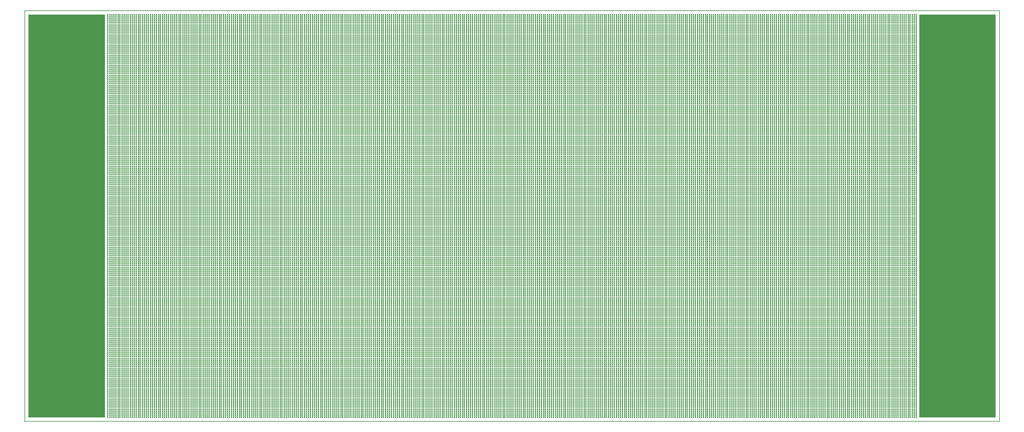
<source format=gts>
G75*
%MOIN*%
%OFA0B0*%
%FSLAX25Y25*%
%IPPOS*%
%LPD*%
%AMOC8*
5,1,8,0,0,1.08239X$1,22.5*
%
%ADD10C,0.00600*%
%ADD11R,0.01784X0.02178*%
%ADD12C,0.00000*%
%ADD13C,0.15800*%
%ADD14C,0.02769*%
D10*
X0001300Y0001300D02*
X0001300Y0488900D01*
X1156100Y0488900D01*
X1156100Y0001300D01*
X0001300Y0001300D01*
X0006100Y0006300D02*
X0096100Y0006300D01*
X0096100Y0483900D01*
X0006100Y0483900D01*
X0006100Y0006300D01*
X0096100Y0006300D01*
X0096100Y0006899D02*
X0006100Y0006899D01*
X0006100Y0007497D02*
X0096100Y0007497D01*
X0096100Y0008096D02*
X0006100Y0008096D01*
X0006100Y0008694D02*
X0096100Y0008694D01*
X0096100Y0009293D02*
X0006100Y0009293D01*
X0006100Y0009891D02*
X0096100Y0009891D01*
X0096100Y0010490D02*
X0006100Y0010490D01*
X0006100Y0011088D02*
X0096100Y0011088D01*
X0096100Y0011687D02*
X0006100Y0011687D01*
X0006100Y0012285D02*
X0096100Y0012285D01*
X0096100Y0012884D02*
X0006100Y0012884D01*
X0006100Y0013482D02*
X0096100Y0013482D01*
X0096100Y0014081D02*
X0006100Y0014081D01*
X0006100Y0014679D02*
X0096100Y0014679D01*
X0096100Y0015278D02*
X0006100Y0015278D01*
X0006100Y0015876D02*
X0096100Y0015876D01*
X0096100Y0016475D02*
X0006100Y0016475D01*
X0006100Y0017073D02*
X0096100Y0017073D01*
X0096100Y0017672D02*
X0006100Y0017672D01*
X0006100Y0018270D02*
X0096100Y0018270D01*
X0096100Y0018869D02*
X0006100Y0018869D01*
X0006100Y0019467D02*
X0096100Y0019467D01*
X0096100Y0020066D02*
X0006100Y0020066D01*
X0006100Y0020664D02*
X0096100Y0020664D01*
X0096100Y0021263D02*
X0006100Y0021263D01*
X0006100Y0021861D02*
X0096100Y0021861D01*
X0096100Y0022460D02*
X0006100Y0022460D01*
X0006100Y0023058D02*
X0096100Y0023058D01*
X0096100Y0023657D02*
X0006100Y0023657D01*
X0006100Y0024255D02*
X0096100Y0024255D01*
X0096100Y0024854D02*
X0006100Y0024854D01*
X0006100Y0025452D02*
X0096100Y0025452D01*
X0096100Y0026051D02*
X0006100Y0026051D01*
X0006100Y0026649D02*
X0096100Y0026649D01*
X0096100Y0027248D02*
X0006100Y0027248D01*
X0006100Y0027846D02*
X0096100Y0027846D01*
X0096100Y0028445D02*
X0006100Y0028445D01*
X0006100Y0029043D02*
X0096100Y0029043D01*
X0096100Y0029642D02*
X0006100Y0029642D01*
X0006100Y0030240D02*
X0096100Y0030240D01*
X0096100Y0030839D02*
X0006100Y0030839D01*
X0006100Y0031437D02*
X0096100Y0031437D01*
X0096100Y0032036D02*
X0006100Y0032036D01*
X0006100Y0032634D02*
X0096100Y0032634D01*
X0096100Y0033233D02*
X0006100Y0033233D01*
X0006100Y0033832D02*
X0096100Y0033832D01*
X0096100Y0034430D02*
X0006100Y0034430D01*
X0006100Y0035029D02*
X0096100Y0035029D01*
X0096100Y0035627D02*
X0006100Y0035627D01*
X0006100Y0036226D02*
X0096100Y0036226D01*
X0096100Y0036824D02*
X0006100Y0036824D01*
X0006100Y0037423D02*
X0096100Y0037423D01*
X0096100Y0038021D02*
X0006100Y0038021D01*
X0006100Y0038620D02*
X0096100Y0038620D01*
X0096100Y0039218D02*
X0006100Y0039218D01*
X0006100Y0039817D02*
X0096100Y0039817D01*
X0096100Y0040415D02*
X0006100Y0040415D01*
X0006100Y0041014D02*
X0096100Y0041014D01*
X0096100Y0041612D02*
X0006100Y0041612D01*
X0006100Y0042211D02*
X0096100Y0042211D01*
X0096100Y0042809D02*
X0006100Y0042809D01*
X0006100Y0043408D02*
X0096100Y0043408D01*
X0096100Y0044006D02*
X0006100Y0044006D01*
X0006100Y0044605D02*
X0096100Y0044605D01*
X0096100Y0045203D02*
X0006100Y0045203D01*
X0006100Y0045802D02*
X0096100Y0045802D01*
X0096100Y0046400D02*
X0006100Y0046400D01*
X0006100Y0046999D02*
X0096100Y0046999D01*
X0096100Y0047597D02*
X0006100Y0047597D01*
X0006100Y0048196D02*
X0096100Y0048196D01*
X0096100Y0048794D02*
X0006100Y0048794D01*
X0006100Y0049393D02*
X0096100Y0049393D01*
X0096100Y0049991D02*
X0006100Y0049991D01*
X0006100Y0050590D02*
X0096100Y0050590D01*
X0096100Y0051188D02*
X0006100Y0051188D01*
X0006100Y0051787D02*
X0096100Y0051787D01*
X0096100Y0052385D02*
X0006100Y0052385D01*
X0006100Y0052984D02*
X0096100Y0052984D01*
X0096100Y0053582D02*
X0006100Y0053582D01*
X0006100Y0054181D02*
X0096100Y0054181D01*
X0096100Y0054779D02*
X0006100Y0054779D01*
X0006100Y0055378D02*
X0096100Y0055378D01*
X0096100Y0055976D02*
X0006100Y0055976D01*
X0006100Y0056575D02*
X0096100Y0056575D01*
X0096100Y0057173D02*
X0006100Y0057173D01*
X0006100Y0057772D02*
X0096100Y0057772D01*
X0096100Y0058370D02*
X0006100Y0058370D01*
X0006100Y0058969D02*
X0096100Y0058969D01*
X0096100Y0059568D02*
X0006100Y0059568D01*
X0006100Y0060166D02*
X0096100Y0060166D01*
X0096100Y0060765D02*
X0006100Y0060765D01*
X0006100Y0061363D02*
X0096100Y0061363D01*
X0096100Y0061962D02*
X0006100Y0061962D01*
X0006100Y0062560D02*
X0096100Y0062560D01*
X0096100Y0063159D02*
X0006100Y0063159D01*
X0006100Y0063757D02*
X0096100Y0063757D01*
X0096100Y0064356D02*
X0006100Y0064356D01*
X0006100Y0064954D02*
X0096100Y0064954D01*
X0096100Y0065553D02*
X0006100Y0065553D01*
X0006100Y0066151D02*
X0096100Y0066151D01*
X0096100Y0066750D02*
X0006100Y0066750D01*
X0006100Y0067348D02*
X0096100Y0067348D01*
X0096100Y0067947D02*
X0006100Y0067947D01*
X0006100Y0068545D02*
X0096100Y0068545D01*
X0096100Y0069144D02*
X0006100Y0069144D01*
X0006100Y0069742D02*
X0096100Y0069742D01*
X0096100Y0070341D02*
X0006100Y0070341D01*
X0006100Y0070939D02*
X0096100Y0070939D01*
X0096100Y0071538D02*
X0006100Y0071538D01*
X0006100Y0072136D02*
X0096100Y0072136D01*
X0096100Y0072735D02*
X0006100Y0072735D01*
X0006100Y0073333D02*
X0096100Y0073333D01*
X0096100Y0073932D02*
X0006100Y0073932D01*
X0006100Y0074530D02*
X0096100Y0074530D01*
X0096100Y0075129D02*
X0006100Y0075129D01*
X0006100Y0075727D02*
X0096100Y0075727D01*
X0096100Y0076326D02*
X0006100Y0076326D01*
X0006100Y0076924D02*
X0096100Y0076924D01*
X0096100Y0077523D02*
X0006100Y0077523D01*
X0006100Y0078121D02*
X0096100Y0078121D01*
X0096100Y0078720D02*
X0006100Y0078720D01*
X0006100Y0079318D02*
X0096100Y0079318D01*
X0096100Y0079917D02*
X0006100Y0079917D01*
X0006100Y0080515D02*
X0096100Y0080515D01*
X0096100Y0081114D02*
X0006100Y0081114D01*
X0006100Y0081712D02*
X0096100Y0081712D01*
X0096100Y0082311D02*
X0006100Y0082311D01*
X0006100Y0082909D02*
X0096100Y0082909D01*
X0096100Y0083508D02*
X0006100Y0083508D01*
X0006100Y0084106D02*
X0096100Y0084106D01*
X0096100Y0084705D02*
X0006100Y0084705D01*
X0006100Y0085303D02*
X0096100Y0085303D01*
X0096100Y0085902D02*
X0006100Y0085902D01*
X0006100Y0086501D02*
X0096100Y0086501D01*
X0096100Y0087099D02*
X0006100Y0087099D01*
X0006100Y0087698D02*
X0096100Y0087698D01*
X0096100Y0088296D02*
X0006100Y0088296D01*
X0006100Y0088895D02*
X0096100Y0088895D01*
X0096100Y0089493D02*
X0006100Y0089493D01*
X0006100Y0090092D02*
X0096100Y0090092D01*
X0096100Y0090690D02*
X0006100Y0090690D01*
X0006100Y0091289D02*
X0096100Y0091289D01*
X0096100Y0091887D02*
X0006100Y0091887D01*
X0006100Y0092486D02*
X0096100Y0092486D01*
X0096100Y0093084D02*
X0006100Y0093084D01*
X0006100Y0093683D02*
X0096100Y0093683D01*
X0096100Y0094281D02*
X0006100Y0094281D01*
X0006100Y0094880D02*
X0096100Y0094880D01*
X0096100Y0095478D02*
X0006100Y0095478D01*
X0006100Y0096077D02*
X0096100Y0096077D01*
X0096100Y0096675D02*
X0006100Y0096675D01*
X0006100Y0097274D02*
X0096100Y0097274D01*
X0096100Y0097872D02*
X0006100Y0097872D01*
X0006100Y0098471D02*
X0096100Y0098471D01*
X0096100Y0099069D02*
X0006100Y0099069D01*
X0006100Y0099668D02*
X0096100Y0099668D01*
X0096100Y0100266D02*
X0006100Y0100266D01*
X0006100Y0100865D02*
X0096100Y0100865D01*
X0096100Y0101463D02*
X0006100Y0101463D01*
X0006100Y0102062D02*
X0096100Y0102062D01*
X0096100Y0102660D02*
X0006100Y0102660D01*
X0006100Y0103259D02*
X0096100Y0103259D01*
X0096100Y0103857D02*
X0006100Y0103857D01*
X0006100Y0104456D02*
X0096100Y0104456D01*
X0096100Y0105054D02*
X0006100Y0105054D01*
X0006100Y0105653D02*
X0096100Y0105653D01*
X0096100Y0106251D02*
X0006100Y0106251D01*
X0006100Y0106850D02*
X0096100Y0106850D01*
X0096100Y0107448D02*
X0006100Y0107448D01*
X0006100Y0108047D02*
X0096100Y0108047D01*
X0096100Y0108645D02*
X0006100Y0108645D01*
X0006100Y0109244D02*
X0096100Y0109244D01*
X0096100Y0109842D02*
X0006100Y0109842D01*
X0006100Y0110441D02*
X0096100Y0110441D01*
X0096100Y0111039D02*
X0006100Y0111039D01*
X0006100Y0111638D02*
X0096100Y0111638D01*
X0096100Y0112237D02*
X0006100Y0112237D01*
X0006100Y0112835D02*
X0096100Y0112835D01*
X0096100Y0113434D02*
X0006100Y0113434D01*
X0006100Y0114032D02*
X0096100Y0114032D01*
X0096100Y0114631D02*
X0006100Y0114631D01*
X0006100Y0115229D02*
X0096100Y0115229D01*
X0096100Y0115828D02*
X0006100Y0115828D01*
X0006100Y0116426D02*
X0096100Y0116426D01*
X0096100Y0117025D02*
X0006100Y0117025D01*
X0006100Y0117623D02*
X0096100Y0117623D01*
X0096100Y0118222D02*
X0006100Y0118222D01*
X0006100Y0118820D02*
X0096100Y0118820D01*
X0096100Y0119419D02*
X0006100Y0119419D01*
X0006100Y0120017D02*
X0096100Y0120017D01*
X0096100Y0120616D02*
X0006100Y0120616D01*
X0006100Y0121214D02*
X0096100Y0121214D01*
X0096100Y0121813D02*
X0006100Y0121813D01*
X0006100Y0122411D02*
X0096100Y0122411D01*
X0096100Y0123010D02*
X0006100Y0123010D01*
X0006100Y0123608D02*
X0096100Y0123608D01*
X0096100Y0124207D02*
X0006100Y0124207D01*
X0006100Y0124805D02*
X0096100Y0124805D01*
X0096100Y0125404D02*
X0006100Y0125404D01*
X0006100Y0126002D02*
X0096100Y0126002D01*
X0096100Y0126601D02*
X0006100Y0126601D01*
X0006100Y0127199D02*
X0096100Y0127199D01*
X0096100Y0127798D02*
X0006100Y0127798D01*
X0006100Y0128396D02*
X0096100Y0128396D01*
X0096100Y0128995D02*
X0006100Y0128995D01*
X0006100Y0129593D02*
X0096100Y0129593D01*
X0096100Y0130192D02*
X0006100Y0130192D01*
X0006100Y0130790D02*
X0096100Y0130790D01*
X0096100Y0131389D02*
X0006100Y0131389D01*
X0006100Y0131987D02*
X0096100Y0131987D01*
X0096100Y0132586D02*
X0006100Y0132586D01*
X0006100Y0133184D02*
X0096100Y0133184D01*
X0096100Y0133783D02*
X0006100Y0133783D01*
X0006100Y0134381D02*
X0096100Y0134381D01*
X0096100Y0134980D02*
X0006100Y0134980D01*
X0006100Y0135578D02*
X0096100Y0135578D01*
X0096100Y0136177D02*
X0006100Y0136177D01*
X0006100Y0136775D02*
X0096100Y0136775D01*
X0096100Y0137374D02*
X0006100Y0137374D01*
X0006100Y0137972D02*
X0096100Y0137972D01*
X0096100Y0138571D02*
X0006100Y0138571D01*
X0006100Y0139170D02*
X0096100Y0139170D01*
X0096100Y0139768D02*
X0006100Y0139768D01*
X0006100Y0140367D02*
X0096100Y0140367D01*
X0096100Y0140965D02*
X0006100Y0140965D01*
X0006100Y0141564D02*
X0096100Y0141564D01*
X0096100Y0142162D02*
X0006100Y0142162D01*
X0006100Y0142761D02*
X0096100Y0142761D01*
X0096100Y0143359D02*
X0006100Y0143359D01*
X0006100Y0143958D02*
X0096100Y0143958D01*
X0096100Y0144556D02*
X0006100Y0144556D01*
X0006100Y0145155D02*
X0096100Y0145155D01*
X0096100Y0145753D02*
X0006100Y0145753D01*
X0006100Y0146352D02*
X0096100Y0146352D01*
X0096100Y0146950D02*
X0006100Y0146950D01*
X0006100Y0147549D02*
X0096100Y0147549D01*
X0096100Y0148147D02*
X0006100Y0148147D01*
X0006100Y0148746D02*
X0096100Y0148746D01*
X0096100Y0149344D02*
X0006100Y0149344D01*
X0006100Y0149943D02*
X0096100Y0149943D01*
X0096100Y0150541D02*
X0006100Y0150541D01*
X0006100Y0151140D02*
X0096100Y0151140D01*
X0096100Y0151738D02*
X0006100Y0151738D01*
X0006100Y0152337D02*
X0096100Y0152337D01*
X0096100Y0152935D02*
X0006100Y0152935D01*
X0006100Y0153534D02*
X0096100Y0153534D01*
X0096100Y0154132D02*
X0006100Y0154132D01*
X0006100Y0154731D02*
X0096100Y0154731D01*
X0096100Y0155329D02*
X0006100Y0155329D01*
X0006100Y0155928D02*
X0096100Y0155928D01*
X0096100Y0156526D02*
X0006100Y0156526D01*
X0006100Y0157125D02*
X0096100Y0157125D01*
X0096100Y0157723D02*
X0006100Y0157723D01*
X0006100Y0158322D02*
X0096100Y0158322D01*
X0096100Y0158920D02*
X0006100Y0158920D01*
X0006100Y0159519D02*
X0096100Y0159519D01*
X0096100Y0160117D02*
X0006100Y0160117D01*
X0006100Y0160716D02*
X0096100Y0160716D01*
X0096100Y0161314D02*
X0006100Y0161314D01*
X0006100Y0161913D02*
X0096100Y0161913D01*
X0096100Y0162511D02*
X0006100Y0162511D01*
X0006100Y0163110D02*
X0096100Y0163110D01*
X0096100Y0163708D02*
X0006100Y0163708D01*
X0006100Y0164307D02*
X0096100Y0164307D01*
X0096100Y0164905D02*
X0006100Y0164905D01*
X0006100Y0165504D02*
X0096100Y0165504D01*
X0096100Y0166103D02*
X0006100Y0166103D01*
X0006100Y0166701D02*
X0096100Y0166701D01*
X0096100Y0167300D02*
X0006100Y0167300D01*
X0006100Y0167898D02*
X0096100Y0167898D01*
X0096100Y0168497D02*
X0006100Y0168497D01*
X0006100Y0169095D02*
X0096100Y0169095D01*
X0096100Y0169694D02*
X0006100Y0169694D01*
X0006100Y0170292D02*
X0096100Y0170292D01*
X0096100Y0170891D02*
X0006100Y0170891D01*
X0006100Y0171489D02*
X0096100Y0171489D01*
X0096100Y0172088D02*
X0006100Y0172088D01*
X0006100Y0172686D02*
X0096100Y0172686D01*
X0096100Y0173285D02*
X0006100Y0173285D01*
X0006100Y0173883D02*
X0096100Y0173883D01*
X0096100Y0174482D02*
X0006100Y0174482D01*
X0006100Y0175080D02*
X0096100Y0175080D01*
X0096100Y0175679D02*
X0006100Y0175679D01*
X0006100Y0176277D02*
X0096100Y0176277D01*
X0096100Y0176876D02*
X0006100Y0176876D01*
X0006100Y0177474D02*
X0096100Y0177474D01*
X0096100Y0178073D02*
X0006100Y0178073D01*
X0006100Y0178671D02*
X0096100Y0178671D01*
X0096100Y0179270D02*
X0006100Y0179270D01*
X0006100Y0179868D02*
X0096100Y0179868D01*
X0096100Y0180467D02*
X0006100Y0180467D01*
X0006100Y0181065D02*
X0096100Y0181065D01*
X0096100Y0181664D02*
X0006100Y0181664D01*
X0006100Y0182262D02*
X0096100Y0182262D01*
X0096100Y0182861D02*
X0006100Y0182861D01*
X0006100Y0183459D02*
X0096100Y0183459D01*
X0096100Y0184058D02*
X0006100Y0184058D01*
X0006100Y0184656D02*
X0096100Y0184656D01*
X0096100Y0185255D02*
X0006100Y0185255D01*
X0006100Y0185853D02*
X0096100Y0185853D01*
X0096100Y0186452D02*
X0006100Y0186452D01*
X0006100Y0187050D02*
X0096100Y0187050D01*
X0096100Y0187649D02*
X0006100Y0187649D01*
X0006100Y0188247D02*
X0096100Y0188247D01*
X0096100Y0188846D02*
X0006100Y0188846D01*
X0006100Y0189444D02*
X0096100Y0189444D01*
X0096100Y0190043D02*
X0006100Y0190043D01*
X0006100Y0190641D02*
X0096100Y0190641D01*
X0096100Y0191240D02*
X0006100Y0191240D01*
X0006100Y0191839D02*
X0096100Y0191839D01*
X0096100Y0192437D02*
X0006100Y0192437D01*
X0006100Y0193036D02*
X0096100Y0193036D01*
X0096100Y0193634D02*
X0006100Y0193634D01*
X0006100Y0194233D02*
X0096100Y0194233D01*
X0096100Y0194831D02*
X0006100Y0194831D01*
X0006100Y0195430D02*
X0096100Y0195430D01*
X0096100Y0196028D02*
X0006100Y0196028D01*
X0006100Y0196627D02*
X0096100Y0196627D01*
X0096100Y0197225D02*
X0006100Y0197225D01*
X0006100Y0197824D02*
X0096100Y0197824D01*
X0096100Y0198422D02*
X0006100Y0198422D01*
X0006100Y0199021D02*
X0096100Y0199021D01*
X0096100Y0199619D02*
X0006100Y0199619D01*
X0006100Y0200218D02*
X0096100Y0200218D01*
X0096100Y0200816D02*
X0006100Y0200816D01*
X0006100Y0201415D02*
X0096100Y0201415D01*
X0096100Y0202013D02*
X0006100Y0202013D01*
X0006100Y0202612D02*
X0096100Y0202612D01*
X0096100Y0203210D02*
X0006100Y0203210D01*
X0006100Y0203809D02*
X0096100Y0203809D01*
X0096100Y0204407D02*
X0006100Y0204407D01*
X0006100Y0205006D02*
X0096100Y0205006D01*
X0096100Y0205604D02*
X0006100Y0205604D01*
X0006100Y0206203D02*
X0096100Y0206203D01*
X0096100Y0206801D02*
X0006100Y0206801D01*
X0006100Y0207400D02*
X0096100Y0207400D01*
X0096100Y0207998D02*
X0006100Y0207998D01*
X0006100Y0208597D02*
X0096100Y0208597D01*
X0096100Y0209195D02*
X0006100Y0209195D01*
X0006100Y0209794D02*
X0096100Y0209794D01*
X0096100Y0210392D02*
X0006100Y0210392D01*
X0006100Y0210991D02*
X0096100Y0210991D01*
X0096100Y0211589D02*
X0006100Y0211589D01*
X0006100Y0212188D02*
X0096100Y0212188D01*
X0096100Y0212786D02*
X0006100Y0212786D01*
X0006100Y0213385D02*
X0096100Y0213385D01*
X0096100Y0213983D02*
X0006100Y0213983D01*
X0006100Y0214582D02*
X0096100Y0214582D01*
X0096100Y0215180D02*
X0006100Y0215180D01*
X0006100Y0215779D02*
X0096100Y0215779D01*
X0096100Y0216377D02*
X0006100Y0216377D01*
X0006100Y0216976D02*
X0096100Y0216976D01*
X0096100Y0217574D02*
X0006100Y0217574D01*
X0006100Y0218173D02*
X0096100Y0218173D01*
X0096100Y0218772D02*
X0006100Y0218772D01*
X0006100Y0219370D02*
X0096100Y0219370D01*
X0096100Y0219969D02*
X0006100Y0219969D01*
X0006100Y0220567D02*
X0096100Y0220567D01*
X0096100Y0221166D02*
X0006100Y0221166D01*
X0006100Y0221764D02*
X0096100Y0221764D01*
X0096100Y0222363D02*
X0006100Y0222363D01*
X0006100Y0222961D02*
X0096100Y0222961D01*
X0096100Y0223560D02*
X0006100Y0223560D01*
X0006100Y0224158D02*
X0096100Y0224158D01*
X0096100Y0224757D02*
X0006100Y0224757D01*
X0006100Y0225355D02*
X0096100Y0225355D01*
X0096100Y0225954D02*
X0006100Y0225954D01*
X0006100Y0226552D02*
X0096100Y0226552D01*
X0096100Y0227151D02*
X0006100Y0227151D01*
X0006100Y0227749D02*
X0096100Y0227749D01*
X0096100Y0228348D02*
X0006100Y0228348D01*
X0006100Y0228946D02*
X0096100Y0228946D01*
X0096100Y0229545D02*
X0006100Y0229545D01*
X0006100Y0230143D02*
X0096100Y0230143D01*
X0096100Y0230742D02*
X0006100Y0230742D01*
X0006100Y0231340D02*
X0096100Y0231340D01*
X0096100Y0231939D02*
X0006100Y0231939D01*
X0006100Y0232537D02*
X0096100Y0232537D01*
X0096100Y0233136D02*
X0006100Y0233136D01*
X0006100Y0233734D02*
X0096100Y0233734D01*
X0096100Y0234333D02*
X0006100Y0234333D01*
X0006100Y0234931D02*
X0096100Y0234931D01*
X0096100Y0235530D02*
X0006100Y0235530D01*
X0006100Y0236128D02*
X0096100Y0236128D01*
X0096100Y0236727D02*
X0006100Y0236727D01*
X0006100Y0237325D02*
X0096100Y0237325D01*
X0096100Y0237924D02*
X0006100Y0237924D01*
X0006100Y0238522D02*
X0096100Y0238522D01*
X0096100Y0239121D02*
X0006100Y0239121D01*
X0006100Y0239719D02*
X0096100Y0239719D01*
X0096100Y0240318D02*
X0006100Y0240318D01*
X0006100Y0240916D02*
X0096100Y0240916D01*
X0096100Y0241515D02*
X0006100Y0241515D01*
X0006100Y0242113D02*
X0096100Y0242113D01*
X0096100Y0242712D02*
X0006100Y0242712D01*
X0006100Y0243310D02*
X0096100Y0243310D01*
X0096100Y0243909D02*
X0006100Y0243909D01*
X0006100Y0244508D02*
X0096100Y0244508D01*
X0096100Y0245106D02*
X0006100Y0245106D01*
X0006100Y0245705D02*
X0096100Y0245705D01*
X0096100Y0246303D02*
X0006100Y0246303D01*
X0006100Y0246902D02*
X0096100Y0246902D01*
X0096100Y0247500D02*
X0006100Y0247500D01*
X0006100Y0248099D02*
X0096100Y0248099D01*
X0096100Y0248697D02*
X0006100Y0248697D01*
X0006100Y0249296D02*
X0096100Y0249296D01*
X0096100Y0249894D02*
X0006100Y0249894D01*
X0006100Y0250493D02*
X0096100Y0250493D01*
X0096100Y0251091D02*
X0006100Y0251091D01*
X0006100Y0251690D02*
X0096100Y0251690D01*
X0096100Y0252288D02*
X0006100Y0252288D01*
X0006100Y0252887D02*
X0096100Y0252887D01*
X0096100Y0253485D02*
X0006100Y0253485D01*
X0006100Y0254084D02*
X0096100Y0254084D01*
X0096100Y0254682D02*
X0006100Y0254682D01*
X0006100Y0255281D02*
X0096100Y0255281D01*
X0096100Y0255879D02*
X0006100Y0255879D01*
X0006100Y0256478D02*
X0096100Y0256478D01*
X0096100Y0257076D02*
X0006100Y0257076D01*
X0006100Y0257675D02*
X0096100Y0257675D01*
X0096100Y0258273D02*
X0006100Y0258273D01*
X0006100Y0258872D02*
X0096100Y0258872D01*
X0096100Y0259470D02*
X0006100Y0259470D01*
X0006100Y0260069D02*
X0096100Y0260069D01*
X0096100Y0260667D02*
X0006100Y0260667D01*
X0006100Y0261266D02*
X0096100Y0261266D01*
X0096100Y0261864D02*
X0006100Y0261864D01*
X0006100Y0262463D02*
X0096100Y0262463D01*
X0096100Y0263061D02*
X0006100Y0263061D01*
X0006100Y0263660D02*
X0096100Y0263660D01*
X0096100Y0264258D02*
X0006100Y0264258D01*
X0006100Y0264857D02*
X0096100Y0264857D01*
X0096100Y0265455D02*
X0006100Y0265455D01*
X0006100Y0266054D02*
X0096100Y0266054D01*
X0096100Y0266652D02*
X0006100Y0266652D01*
X0006100Y0267251D02*
X0096100Y0267251D01*
X0096100Y0267849D02*
X0006100Y0267849D01*
X0006100Y0268448D02*
X0096100Y0268448D01*
X0096100Y0269046D02*
X0006100Y0269046D01*
X0006100Y0269645D02*
X0096100Y0269645D01*
X0096100Y0270243D02*
X0006100Y0270243D01*
X0006100Y0270842D02*
X0096100Y0270842D01*
X0096100Y0271441D02*
X0006100Y0271441D01*
X0006100Y0272039D02*
X0096100Y0272039D01*
X0096100Y0272638D02*
X0006100Y0272638D01*
X0006100Y0273236D02*
X0096100Y0273236D01*
X0096100Y0273835D02*
X0006100Y0273835D01*
X0006100Y0274433D02*
X0096100Y0274433D01*
X0096100Y0275032D02*
X0006100Y0275032D01*
X0006100Y0275630D02*
X0096100Y0275630D01*
X0096100Y0276229D02*
X0006100Y0276229D01*
X0006100Y0276827D02*
X0096100Y0276827D01*
X0096100Y0277426D02*
X0006100Y0277426D01*
X0006100Y0278024D02*
X0096100Y0278024D01*
X0096100Y0278623D02*
X0006100Y0278623D01*
X0006100Y0279221D02*
X0096100Y0279221D01*
X0096100Y0279820D02*
X0006100Y0279820D01*
X0006100Y0280418D02*
X0096100Y0280418D01*
X0096100Y0281017D02*
X0006100Y0281017D01*
X0006100Y0281615D02*
X0096100Y0281615D01*
X0096100Y0282214D02*
X0006100Y0282214D01*
X0006100Y0282812D02*
X0096100Y0282812D01*
X0096100Y0283411D02*
X0006100Y0283411D01*
X0006100Y0284009D02*
X0096100Y0284009D01*
X0096100Y0284608D02*
X0006100Y0284608D01*
X0006100Y0285206D02*
X0096100Y0285206D01*
X0096100Y0285805D02*
X0006100Y0285805D01*
X0006100Y0286403D02*
X0096100Y0286403D01*
X0096100Y0287002D02*
X0006100Y0287002D01*
X0006100Y0287600D02*
X0096100Y0287600D01*
X0096100Y0288199D02*
X0006100Y0288199D01*
X0006100Y0288797D02*
X0096100Y0288797D01*
X0096100Y0289396D02*
X0006100Y0289396D01*
X0006100Y0289994D02*
X0096100Y0289994D01*
X0096100Y0290593D02*
X0006100Y0290593D01*
X0006100Y0291191D02*
X0096100Y0291191D01*
X0096100Y0291790D02*
X0006100Y0291790D01*
X0006100Y0292388D02*
X0096100Y0292388D01*
X0096100Y0292987D02*
X0006100Y0292987D01*
X0006100Y0293585D02*
X0096100Y0293585D01*
X0096100Y0294184D02*
X0006100Y0294184D01*
X0006100Y0294782D02*
X0096100Y0294782D01*
X0096100Y0295381D02*
X0006100Y0295381D01*
X0006100Y0295979D02*
X0096100Y0295979D01*
X0096100Y0296578D02*
X0006100Y0296578D01*
X0006100Y0297177D02*
X0096100Y0297177D01*
X0096100Y0297775D02*
X0006100Y0297775D01*
X0006100Y0298374D02*
X0096100Y0298374D01*
X0096100Y0298972D02*
X0006100Y0298972D01*
X0006100Y0299571D02*
X0096100Y0299571D01*
X0096100Y0300169D02*
X0006100Y0300169D01*
X0006100Y0300768D02*
X0096100Y0300768D01*
X0096100Y0301366D02*
X0006100Y0301366D01*
X0006100Y0301965D02*
X0096100Y0301965D01*
X0096100Y0302563D02*
X0006100Y0302563D01*
X0006100Y0303162D02*
X0096100Y0303162D01*
X0096100Y0303760D02*
X0006100Y0303760D01*
X0006100Y0304359D02*
X0096100Y0304359D01*
X0096100Y0304957D02*
X0006100Y0304957D01*
X0006100Y0305556D02*
X0096100Y0305556D01*
X0096100Y0306154D02*
X0006100Y0306154D01*
X0006100Y0306753D02*
X0096100Y0306753D01*
X0096100Y0307351D02*
X0006100Y0307351D01*
X0006100Y0307950D02*
X0096100Y0307950D01*
X0096100Y0308548D02*
X0006100Y0308548D01*
X0006100Y0309147D02*
X0096100Y0309147D01*
X0096100Y0309745D02*
X0006100Y0309745D01*
X0006100Y0310344D02*
X0096100Y0310344D01*
X0096100Y0310942D02*
X0006100Y0310942D01*
X0006100Y0311541D02*
X0096100Y0311541D01*
X0096100Y0312139D02*
X0006100Y0312139D01*
X0006100Y0312738D02*
X0096100Y0312738D01*
X0096100Y0313336D02*
X0006100Y0313336D01*
X0006100Y0313935D02*
X0096100Y0313935D01*
X0096100Y0314533D02*
X0006100Y0314533D01*
X0006100Y0315132D02*
X0096100Y0315132D01*
X0096100Y0315730D02*
X0006100Y0315730D01*
X0006100Y0316329D02*
X0096100Y0316329D01*
X0096100Y0316927D02*
X0006100Y0316927D01*
X0006100Y0317526D02*
X0096100Y0317526D01*
X0096100Y0318124D02*
X0006100Y0318124D01*
X0006100Y0318723D02*
X0096100Y0318723D01*
X0096100Y0319321D02*
X0006100Y0319321D01*
X0006100Y0319920D02*
X0096100Y0319920D01*
X0096100Y0320518D02*
X0006100Y0320518D01*
X0006100Y0321117D02*
X0096100Y0321117D01*
X0096100Y0321715D02*
X0006100Y0321715D01*
X0006100Y0322314D02*
X0096100Y0322314D01*
X0096100Y0322912D02*
X0006100Y0322912D01*
X0006100Y0323511D02*
X0096100Y0323511D01*
X0096100Y0324110D02*
X0006100Y0324110D01*
X0006100Y0324708D02*
X0096100Y0324708D01*
X0096100Y0325307D02*
X0006100Y0325307D01*
X0006100Y0325905D02*
X0096100Y0325905D01*
X0096100Y0326504D02*
X0006100Y0326504D01*
X0006100Y0327102D02*
X0096100Y0327102D01*
X0096100Y0327701D02*
X0006100Y0327701D01*
X0006100Y0328299D02*
X0096100Y0328299D01*
X0096100Y0328898D02*
X0006100Y0328898D01*
X0006100Y0329496D02*
X0096100Y0329496D01*
X0096100Y0330095D02*
X0006100Y0330095D01*
X0006100Y0330693D02*
X0096100Y0330693D01*
X0096100Y0331292D02*
X0006100Y0331292D01*
X0006100Y0331890D02*
X0096100Y0331890D01*
X0096100Y0332489D02*
X0006100Y0332489D01*
X0006100Y0333087D02*
X0096100Y0333087D01*
X0096100Y0333686D02*
X0006100Y0333686D01*
X0006100Y0334284D02*
X0096100Y0334284D01*
X0096100Y0334883D02*
X0006100Y0334883D01*
X0006100Y0335481D02*
X0096100Y0335481D01*
X0096100Y0336080D02*
X0006100Y0336080D01*
X0006100Y0336678D02*
X0096100Y0336678D01*
X0096100Y0337277D02*
X0006100Y0337277D01*
X0006100Y0337875D02*
X0096100Y0337875D01*
X0096100Y0338474D02*
X0006100Y0338474D01*
X0006100Y0339072D02*
X0096100Y0339072D01*
X0096100Y0339671D02*
X0006100Y0339671D01*
X0006100Y0340269D02*
X0096100Y0340269D01*
X0096100Y0340868D02*
X0006100Y0340868D01*
X0006100Y0341466D02*
X0096100Y0341466D01*
X0096100Y0342065D02*
X0006100Y0342065D01*
X0006100Y0342663D02*
X0096100Y0342663D01*
X0096100Y0343262D02*
X0006100Y0343262D01*
X0006100Y0343860D02*
X0096100Y0343860D01*
X0096100Y0344459D02*
X0006100Y0344459D01*
X0006100Y0345057D02*
X0096100Y0345057D01*
X0096100Y0345656D02*
X0006100Y0345656D01*
X0006100Y0346254D02*
X0096100Y0346254D01*
X0096100Y0346853D02*
X0006100Y0346853D01*
X0006100Y0347451D02*
X0096100Y0347451D01*
X0096100Y0348050D02*
X0006100Y0348050D01*
X0006100Y0348648D02*
X0096100Y0348648D01*
X0096100Y0349247D02*
X0006100Y0349247D01*
X0006100Y0349845D02*
X0096100Y0349845D01*
X0096100Y0350444D02*
X0006100Y0350444D01*
X0006100Y0351043D02*
X0096100Y0351043D01*
X0096100Y0351641D02*
X0006100Y0351641D01*
X0006100Y0352240D02*
X0096100Y0352240D01*
X0096100Y0352838D02*
X0006100Y0352838D01*
X0006100Y0353437D02*
X0096100Y0353437D01*
X0096100Y0354035D02*
X0006100Y0354035D01*
X0006100Y0354634D02*
X0096100Y0354634D01*
X0096100Y0355232D02*
X0006100Y0355232D01*
X0006100Y0355831D02*
X0096100Y0355831D01*
X0096100Y0356429D02*
X0006100Y0356429D01*
X0006100Y0357028D02*
X0096100Y0357028D01*
X0096100Y0357626D02*
X0006100Y0357626D01*
X0006100Y0358225D02*
X0096100Y0358225D01*
X0096100Y0358823D02*
X0006100Y0358823D01*
X0006100Y0359422D02*
X0096100Y0359422D01*
X0096100Y0360020D02*
X0006100Y0360020D01*
X0006100Y0360619D02*
X0096100Y0360619D01*
X0096100Y0361217D02*
X0006100Y0361217D01*
X0006100Y0361816D02*
X0096100Y0361816D01*
X0096100Y0362414D02*
X0006100Y0362414D01*
X0006100Y0363013D02*
X0096100Y0363013D01*
X0096100Y0363611D02*
X0006100Y0363611D01*
X0006100Y0364210D02*
X0096100Y0364210D01*
X0096100Y0364808D02*
X0006100Y0364808D01*
X0006100Y0365407D02*
X0096100Y0365407D01*
X0096100Y0366005D02*
X0006100Y0366005D01*
X0006100Y0366604D02*
X0096100Y0366604D01*
X0096100Y0367202D02*
X0006100Y0367202D01*
X0006100Y0367801D02*
X0096100Y0367801D01*
X0096100Y0368399D02*
X0006100Y0368399D01*
X0006100Y0368998D02*
X0096100Y0368998D01*
X0096100Y0369596D02*
X0006100Y0369596D01*
X0006100Y0370195D02*
X0096100Y0370195D01*
X0096100Y0370793D02*
X0006100Y0370793D01*
X0006100Y0371392D02*
X0096100Y0371392D01*
X0096100Y0371990D02*
X0006100Y0371990D01*
X0006100Y0372589D02*
X0096100Y0372589D01*
X0096100Y0373187D02*
X0006100Y0373187D01*
X0006100Y0373786D02*
X0096100Y0373786D01*
X0096100Y0374384D02*
X0006100Y0374384D01*
X0006100Y0374983D02*
X0096100Y0374983D01*
X0096100Y0375581D02*
X0006100Y0375581D01*
X0006100Y0376180D02*
X0096100Y0376180D01*
X0096100Y0376779D02*
X0006100Y0376779D01*
X0006100Y0377377D02*
X0096100Y0377377D01*
X0096100Y0377976D02*
X0006100Y0377976D01*
X0006100Y0378574D02*
X0096100Y0378574D01*
X0096100Y0379173D02*
X0006100Y0379173D01*
X0006100Y0379771D02*
X0096100Y0379771D01*
X0096100Y0380370D02*
X0006100Y0380370D01*
X0006100Y0380968D02*
X0096100Y0380968D01*
X0096100Y0381567D02*
X0006100Y0381567D01*
X0006100Y0382165D02*
X0096100Y0382165D01*
X0096100Y0382764D02*
X0006100Y0382764D01*
X0006100Y0383362D02*
X0096100Y0383362D01*
X0096100Y0383961D02*
X0006100Y0383961D01*
X0006100Y0384559D02*
X0096100Y0384559D01*
X0096100Y0385158D02*
X0006100Y0385158D01*
X0006100Y0385756D02*
X0096100Y0385756D01*
X0096100Y0386355D02*
X0006100Y0386355D01*
X0006100Y0386953D02*
X0096100Y0386953D01*
X0096100Y0387552D02*
X0006100Y0387552D01*
X0006100Y0388150D02*
X0096100Y0388150D01*
X0096100Y0388749D02*
X0006100Y0388749D01*
X0006100Y0389347D02*
X0096100Y0389347D01*
X0096100Y0389946D02*
X0006100Y0389946D01*
X0006100Y0390544D02*
X0096100Y0390544D01*
X0096100Y0391143D02*
X0006100Y0391143D01*
X0006100Y0391741D02*
X0096100Y0391741D01*
X0096100Y0392340D02*
X0006100Y0392340D01*
X0006100Y0392938D02*
X0096100Y0392938D01*
X0096100Y0393537D02*
X0006100Y0393537D01*
X0006100Y0394135D02*
X0096100Y0394135D01*
X0096100Y0394734D02*
X0006100Y0394734D01*
X0006100Y0395332D02*
X0096100Y0395332D01*
X0096100Y0395931D02*
X0006100Y0395931D01*
X0006100Y0396529D02*
X0096100Y0396529D01*
X0096100Y0397128D02*
X0006100Y0397128D01*
X0006100Y0397726D02*
X0096100Y0397726D01*
X0096100Y0398325D02*
X0006100Y0398325D01*
X0006100Y0398923D02*
X0096100Y0398923D01*
X0096100Y0399522D02*
X0006100Y0399522D01*
X0006100Y0400120D02*
X0096100Y0400120D01*
X0096100Y0400719D02*
X0006100Y0400719D01*
X0006100Y0401317D02*
X0096100Y0401317D01*
X0096100Y0401916D02*
X0006100Y0401916D01*
X0006100Y0402514D02*
X0096100Y0402514D01*
X0096100Y0403113D02*
X0006100Y0403113D01*
X0006100Y0403712D02*
X0096100Y0403712D01*
X0096100Y0404310D02*
X0006100Y0404310D01*
X0006100Y0404909D02*
X0096100Y0404909D01*
X0096100Y0405507D02*
X0006100Y0405507D01*
X0006100Y0406106D02*
X0096100Y0406106D01*
X0096100Y0406704D02*
X0006100Y0406704D01*
X0006100Y0407303D02*
X0096100Y0407303D01*
X0096100Y0407901D02*
X0006100Y0407901D01*
X0006100Y0408500D02*
X0096100Y0408500D01*
X0096100Y0409098D02*
X0006100Y0409098D01*
X0006100Y0409697D02*
X0096100Y0409697D01*
X0096100Y0410295D02*
X0006100Y0410295D01*
X0006100Y0410894D02*
X0096100Y0410894D01*
X0096100Y0411492D02*
X0006100Y0411492D01*
X0006100Y0412091D02*
X0096100Y0412091D01*
X0096100Y0412689D02*
X0006100Y0412689D01*
X0006100Y0413288D02*
X0096100Y0413288D01*
X0096100Y0413886D02*
X0006100Y0413886D01*
X0006100Y0414485D02*
X0096100Y0414485D01*
X0096100Y0415083D02*
X0006100Y0415083D01*
X0006100Y0415682D02*
X0096100Y0415682D01*
X0096100Y0416280D02*
X0006100Y0416280D01*
X0006100Y0416879D02*
X0096100Y0416879D01*
X0096100Y0417477D02*
X0006100Y0417477D01*
X0006100Y0418076D02*
X0096100Y0418076D01*
X0096100Y0418674D02*
X0006100Y0418674D01*
X0006100Y0419273D02*
X0096100Y0419273D01*
X0096100Y0419871D02*
X0006100Y0419871D01*
X0006100Y0420470D02*
X0096100Y0420470D01*
X0096100Y0421068D02*
X0006100Y0421068D01*
X0006100Y0421667D02*
X0096100Y0421667D01*
X0096100Y0422265D02*
X0006100Y0422265D01*
X0006100Y0422864D02*
X0096100Y0422864D01*
X0096100Y0423462D02*
X0006100Y0423462D01*
X0006100Y0424061D02*
X0096100Y0424061D01*
X0096100Y0424659D02*
X0006100Y0424659D01*
X0006100Y0425258D02*
X0096100Y0425258D01*
X0096100Y0425856D02*
X0006100Y0425856D01*
X0006100Y0426455D02*
X0096100Y0426455D01*
X0096100Y0427053D02*
X0006100Y0427053D01*
X0006100Y0427652D02*
X0096100Y0427652D01*
X0096100Y0428250D02*
X0006100Y0428250D01*
X0006100Y0428849D02*
X0096100Y0428849D01*
X0096100Y0429448D02*
X0006100Y0429448D01*
X0006100Y0430046D02*
X0096100Y0430046D01*
X0096100Y0430645D02*
X0006100Y0430645D01*
X0006100Y0431243D02*
X0096100Y0431243D01*
X0096100Y0431842D02*
X0006100Y0431842D01*
X0006100Y0432440D02*
X0096100Y0432440D01*
X0096100Y0433039D02*
X0006100Y0433039D01*
X0006100Y0433637D02*
X0096100Y0433637D01*
X0096100Y0434236D02*
X0006100Y0434236D01*
X0006100Y0434834D02*
X0096100Y0434834D01*
X0096100Y0435433D02*
X0006100Y0435433D01*
X0006100Y0436031D02*
X0096100Y0436031D01*
X0096100Y0436630D02*
X0006100Y0436630D01*
X0006100Y0437228D02*
X0096100Y0437228D01*
X0096100Y0437827D02*
X0006100Y0437827D01*
X0006100Y0438425D02*
X0096100Y0438425D01*
X0096100Y0439024D02*
X0006100Y0439024D01*
X0006100Y0439622D02*
X0096100Y0439622D01*
X0096100Y0440221D02*
X0006100Y0440221D01*
X0006100Y0440819D02*
X0096100Y0440819D01*
X0096100Y0441418D02*
X0006100Y0441418D01*
X0006100Y0442016D02*
X0096100Y0442016D01*
X0096100Y0442615D02*
X0006100Y0442615D01*
X0006100Y0443213D02*
X0096100Y0443213D01*
X0096100Y0443812D02*
X0006100Y0443812D01*
X0006100Y0444410D02*
X0096100Y0444410D01*
X0096100Y0445009D02*
X0006100Y0445009D01*
X0006100Y0445607D02*
X0096100Y0445607D01*
X0096100Y0446206D02*
X0006100Y0446206D01*
X0006100Y0446804D02*
X0096100Y0446804D01*
X0096100Y0447403D02*
X0006100Y0447403D01*
X0006100Y0448001D02*
X0096100Y0448001D01*
X0096100Y0448600D02*
X0006100Y0448600D01*
X0006100Y0449198D02*
X0096100Y0449198D01*
X0096100Y0449797D02*
X0006100Y0449797D01*
X0006100Y0450395D02*
X0096100Y0450395D01*
X0096100Y0450994D02*
X0006100Y0450994D01*
X0006100Y0451592D02*
X0096100Y0451592D01*
X0096100Y0452191D02*
X0006100Y0452191D01*
X0006100Y0452789D02*
X0096100Y0452789D01*
X0096100Y0453388D02*
X0006100Y0453388D01*
X0006100Y0453986D02*
X0096100Y0453986D01*
X0096100Y0454585D02*
X0006100Y0454585D01*
X0006100Y0455183D02*
X0096100Y0455183D01*
X0096100Y0455782D02*
X0006100Y0455782D01*
X0006100Y0456381D02*
X0096100Y0456381D01*
X0096100Y0456979D02*
X0006100Y0456979D01*
X0006100Y0457578D02*
X0096100Y0457578D01*
X0096100Y0458176D02*
X0006100Y0458176D01*
X0006100Y0458775D02*
X0096100Y0458775D01*
X0096100Y0459373D02*
X0006100Y0459373D01*
X0006100Y0459972D02*
X0096100Y0459972D01*
X0096100Y0460570D02*
X0006100Y0460570D01*
X0006100Y0461169D02*
X0096100Y0461169D01*
X0096100Y0461767D02*
X0006100Y0461767D01*
X0006100Y0462366D02*
X0096100Y0462366D01*
X0096100Y0462964D02*
X0006100Y0462964D01*
X0006100Y0463563D02*
X0096100Y0463563D01*
X0096100Y0464161D02*
X0006100Y0464161D01*
X0006100Y0464760D02*
X0096100Y0464760D01*
X0096100Y0465358D02*
X0006100Y0465358D01*
X0006100Y0465957D02*
X0096100Y0465957D01*
X0096100Y0466555D02*
X0006100Y0466555D01*
X0006100Y0467154D02*
X0096100Y0467154D01*
X0096100Y0467752D02*
X0006100Y0467752D01*
X0006100Y0468351D02*
X0096100Y0468351D01*
X0096100Y0468949D02*
X0006100Y0468949D01*
X0006100Y0469548D02*
X0096100Y0469548D01*
X0096100Y0470146D02*
X0006100Y0470146D01*
X0006100Y0470745D02*
X0096100Y0470745D01*
X0096100Y0471343D02*
X0006100Y0471343D01*
X0006100Y0471942D02*
X0096100Y0471942D01*
X0096100Y0472540D02*
X0006100Y0472540D01*
X0006100Y0473139D02*
X0096100Y0473139D01*
X0096100Y0473737D02*
X0006100Y0473737D01*
X0006100Y0474336D02*
X0096100Y0474336D01*
X0096100Y0474934D02*
X0006100Y0474934D01*
X0006100Y0475533D02*
X0096100Y0475533D01*
X0096100Y0476131D02*
X0006100Y0476131D01*
X0006100Y0476730D02*
X0096100Y0476730D01*
X0096100Y0477328D02*
X0006100Y0477328D01*
X0006100Y0477927D02*
X0096100Y0477927D01*
X0096100Y0478525D02*
X0006100Y0478525D01*
X0006100Y0479124D02*
X0096100Y0479124D01*
X0096100Y0479722D02*
X0006100Y0479722D01*
X0006100Y0480321D02*
X0096100Y0480321D01*
X0096100Y0480919D02*
X0006100Y0480919D01*
X0006100Y0481518D02*
X0096100Y0481518D01*
X0096100Y0482116D02*
X0006100Y0482116D01*
X0006100Y0482715D02*
X0096100Y0482715D01*
X0096100Y0483314D02*
X0006100Y0483314D01*
X1061300Y0483314D02*
X1151100Y0483314D01*
X1151100Y0483900D02*
X1151100Y0006300D01*
X1061300Y0006300D01*
X1061300Y0483900D01*
X1151100Y0483900D01*
X1151100Y0482715D02*
X1061300Y0482715D01*
X1061300Y0482116D02*
X1151100Y0482116D01*
X1151100Y0481518D02*
X1061300Y0481518D01*
X1061300Y0480919D02*
X1151100Y0480919D01*
X1151100Y0480321D02*
X1061300Y0480321D01*
X1061300Y0479722D02*
X1151100Y0479722D01*
X1151100Y0479124D02*
X1061300Y0479124D01*
X1061300Y0478525D02*
X1151100Y0478525D01*
X1151100Y0477927D02*
X1061300Y0477927D01*
X1061300Y0477328D02*
X1151100Y0477328D01*
X1151100Y0476730D02*
X1061300Y0476730D01*
X1061300Y0476131D02*
X1151100Y0476131D01*
X1151100Y0475533D02*
X1061300Y0475533D01*
X1061300Y0474934D02*
X1151100Y0474934D01*
X1151100Y0474336D02*
X1061300Y0474336D01*
X1061300Y0473737D02*
X1151100Y0473737D01*
X1151100Y0473139D02*
X1061300Y0473139D01*
X1061300Y0472540D02*
X1151100Y0472540D01*
X1151100Y0471942D02*
X1061300Y0471942D01*
X1061300Y0471343D02*
X1151100Y0471343D01*
X1151100Y0470745D02*
X1061300Y0470745D01*
X1061300Y0470146D02*
X1151100Y0470146D01*
X1151100Y0469548D02*
X1061300Y0469548D01*
X1061300Y0468949D02*
X1151100Y0468949D01*
X1151100Y0468351D02*
X1061300Y0468351D01*
X1061300Y0467752D02*
X1151100Y0467752D01*
X1151100Y0467154D02*
X1061300Y0467154D01*
X1061300Y0466555D02*
X1151100Y0466555D01*
X1151100Y0465957D02*
X1061300Y0465957D01*
X1061300Y0465358D02*
X1151100Y0465358D01*
X1151100Y0464760D02*
X1061300Y0464760D01*
X1061300Y0464161D02*
X1151100Y0464161D01*
X1151100Y0463563D02*
X1061300Y0463563D01*
X1061300Y0462964D02*
X1151100Y0462964D01*
X1151100Y0462366D02*
X1061300Y0462366D01*
X1061300Y0461767D02*
X1151100Y0461767D01*
X1151100Y0461169D02*
X1061300Y0461169D01*
X1061300Y0460570D02*
X1151100Y0460570D01*
X1151100Y0459972D02*
X1061300Y0459972D01*
X1061300Y0459373D02*
X1151100Y0459373D01*
X1151100Y0458775D02*
X1061300Y0458775D01*
X1061300Y0458176D02*
X1151100Y0458176D01*
X1151100Y0457578D02*
X1061300Y0457578D01*
X1061300Y0456979D02*
X1151100Y0456979D01*
X1151100Y0456381D02*
X1061300Y0456381D01*
X1061300Y0455782D02*
X1151100Y0455782D01*
X1151100Y0455183D02*
X1061300Y0455183D01*
X1061300Y0454585D02*
X1151100Y0454585D01*
X1151100Y0453986D02*
X1061300Y0453986D01*
X1061300Y0453388D02*
X1151100Y0453388D01*
X1151100Y0452789D02*
X1061300Y0452789D01*
X1061300Y0452191D02*
X1151100Y0452191D01*
X1151100Y0451592D02*
X1061300Y0451592D01*
X1061300Y0450994D02*
X1151100Y0450994D01*
X1151100Y0450395D02*
X1061300Y0450395D01*
X1061300Y0449797D02*
X1151100Y0449797D01*
X1151100Y0449198D02*
X1061300Y0449198D01*
X1061300Y0448600D02*
X1151100Y0448600D01*
X1151100Y0448001D02*
X1061300Y0448001D01*
X1061300Y0447403D02*
X1151100Y0447403D01*
X1151100Y0446804D02*
X1061300Y0446804D01*
X1061300Y0446206D02*
X1151100Y0446206D01*
X1151100Y0445607D02*
X1061300Y0445607D01*
X1061300Y0445009D02*
X1151100Y0445009D01*
X1151100Y0444410D02*
X1061300Y0444410D01*
X1061300Y0443812D02*
X1151100Y0443812D01*
X1151100Y0443213D02*
X1061300Y0443213D01*
X1061300Y0442615D02*
X1151100Y0442615D01*
X1151100Y0442016D02*
X1061300Y0442016D01*
X1061300Y0441418D02*
X1151100Y0441418D01*
X1151100Y0440819D02*
X1061300Y0440819D01*
X1061300Y0440221D02*
X1151100Y0440221D01*
X1151100Y0439622D02*
X1061300Y0439622D01*
X1061300Y0439024D02*
X1151100Y0439024D01*
X1151100Y0438425D02*
X1061300Y0438425D01*
X1061300Y0437827D02*
X1151100Y0437827D01*
X1151100Y0437228D02*
X1061300Y0437228D01*
X1061300Y0436630D02*
X1151100Y0436630D01*
X1151100Y0436031D02*
X1061300Y0436031D01*
X1061300Y0435433D02*
X1151100Y0435433D01*
X1151100Y0434834D02*
X1061300Y0434834D01*
X1061300Y0434236D02*
X1151100Y0434236D01*
X1151100Y0433637D02*
X1061300Y0433637D01*
X1061300Y0433039D02*
X1151100Y0433039D01*
X1151100Y0432440D02*
X1061300Y0432440D01*
X1061300Y0431842D02*
X1151100Y0431842D01*
X1151100Y0431243D02*
X1061300Y0431243D01*
X1061300Y0430645D02*
X1151100Y0430645D01*
X1151100Y0430046D02*
X1061300Y0430046D01*
X1061300Y0429448D02*
X1151100Y0429448D01*
X1151100Y0428849D02*
X1061300Y0428849D01*
X1061300Y0428250D02*
X1151100Y0428250D01*
X1151100Y0427652D02*
X1061300Y0427652D01*
X1061300Y0427053D02*
X1151100Y0427053D01*
X1151100Y0426455D02*
X1061300Y0426455D01*
X1061300Y0425856D02*
X1151100Y0425856D01*
X1151100Y0425258D02*
X1061300Y0425258D01*
X1061300Y0424659D02*
X1151100Y0424659D01*
X1151100Y0424061D02*
X1061300Y0424061D01*
X1061300Y0423462D02*
X1151100Y0423462D01*
X1151100Y0422864D02*
X1061300Y0422864D01*
X1061300Y0422265D02*
X1151100Y0422265D01*
X1151100Y0421667D02*
X1061300Y0421667D01*
X1061300Y0421068D02*
X1151100Y0421068D01*
X1151100Y0420470D02*
X1061300Y0420470D01*
X1061300Y0419871D02*
X1151100Y0419871D01*
X1151100Y0419273D02*
X1061300Y0419273D01*
X1061300Y0418674D02*
X1151100Y0418674D01*
X1151100Y0418076D02*
X1061300Y0418076D01*
X1061300Y0417477D02*
X1151100Y0417477D01*
X1151100Y0416879D02*
X1061300Y0416879D01*
X1061300Y0416280D02*
X1151100Y0416280D01*
X1151100Y0415682D02*
X1061300Y0415682D01*
X1061300Y0415083D02*
X1151100Y0415083D01*
X1151100Y0414485D02*
X1061300Y0414485D01*
X1061300Y0413886D02*
X1151100Y0413886D01*
X1151100Y0413288D02*
X1061300Y0413288D01*
X1061300Y0412689D02*
X1151100Y0412689D01*
X1151100Y0412091D02*
X1061300Y0412091D01*
X1061300Y0411492D02*
X1151100Y0411492D01*
X1151100Y0410894D02*
X1061300Y0410894D01*
X1061300Y0410295D02*
X1151100Y0410295D01*
X1151100Y0409697D02*
X1061300Y0409697D01*
X1061300Y0409098D02*
X1151100Y0409098D01*
X1151100Y0408500D02*
X1061300Y0408500D01*
X1061300Y0407901D02*
X1151100Y0407901D01*
X1151100Y0407303D02*
X1061300Y0407303D01*
X1061300Y0406704D02*
X1151100Y0406704D01*
X1151100Y0406106D02*
X1061300Y0406106D01*
X1061300Y0405507D02*
X1151100Y0405507D01*
X1151100Y0404909D02*
X1061300Y0404909D01*
X1061300Y0404310D02*
X1151100Y0404310D01*
X1151100Y0403712D02*
X1061300Y0403712D01*
X1061300Y0403113D02*
X1151100Y0403113D01*
X1151100Y0402514D02*
X1061300Y0402514D01*
X1061300Y0401916D02*
X1151100Y0401916D01*
X1151100Y0401317D02*
X1061300Y0401317D01*
X1061300Y0400719D02*
X1151100Y0400719D01*
X1151100Y0400120D02*
X1061300Y0400120D01*
X1061300Y0399522D02*
X1151100Y0399522D01*
X1151100Y0398923D02*
X1061300Y0398923D01*
X1061300Y0398325D02*
X1151100Y0398325D01*
X1151100Y0397726D02*
X1061300Y0397726D01*
X1061300Y0397128D02*
X1151100Y0397128D01*
X1151100Y0396529D02*
X1061300Y0396529D01*
X1061300Y0395931D02*
X1151100Y0395931D01*
X1151100Y0395332D02*
X1061300Y0395332D01*
X1061300Y0394734D02*
X1151100Y0394734D01*
X1151100Y0394135D02*
X1061300Y0394135D01*
X1061300Y0393537D02*
X1151100Y0393537D01*
X1151100Y0392938D02*
X1061300Y0392938D01*
X1061300Y0392340D02*
X1151100Y0392340D01*
X1151100Y0391741D02*
X1061300Y0391741D01*
X1061300Y0391143D02*
X1151100Y0391143D01*
X1151100Y0390544D02*
X1061300Y0390544D01*
X1061300Y0389946D02*
X1151100Y0389946D01*
X1151100Y0389347D02*
X1061300Y0389347D01*
X1061300Y0388749D02*
X1151100Y0388749D01*
X1151100Y0388150D02*
X1061300Y0388150D01*
X1061300Y0387552D02*
X1151100Y0387552D01*
X1151100Y0386953D02*
X1061300Y0386953D01*
X1061300Y0386355D02*
X1151100Y0386355D01*
X1151100Y0385756D02*
X1061300Y0385756D01*
X1061300Y0385158D02*
X1151100Y0385158D01*
X1151100Y0384559D02*
X1061300Y0384559D01*
X1061300Y0383961D02*
X1151100Y0383961D01*
X1151100Y0383362D02*
X1061300Y0383362D01*
X1061300Y0382764D02*
X1151100Y0382764D01*
X1151100Y0382165D02*
X1061300Y0382165D01*
X1061300Y0381567D02*
X1151100Y0381567D01*
X1151100Y0380968D02*
X1061300Y0380968D01*
X1061300Y0380370D02*
X1151100Y0380370D01*
X1151100Y0379771D02*
X1061300Y0379771D01*
X1061300Y0379173D02*
X1151100Y0379173D01*
X1151100Y0378574D02*
X1061300Y0378574D01*
X1061300Y0377976D02*
X1151100Y0377976D01*
X1151100Y0377377D02*
X1061300Y0377377D01*
X1061300Y0376779D02*
X1151100Y0376779D01*
X1151100Y0376180D02*
X1061300Y0376180D01*
X1061300Y0375581D02*
X1151100Y0375581D01*
X1151100Y0374983D02*
X1061300Y0374983D01*
X1061300Y0374384D02*
X1151100Y0374384D01*
X1151100Y0373786D02*
X1061300Y0373786D01*
X1061300Y0373187D02*
X1151100Y0373187D01*
X1151100Y0372589D02*
X1061300Y0372589D01*
X1061300Y0371990D02*
X1151100Y0371990D01*
X1151100Y0371392D02*
X1061300Y0371392D01*
X1061300Y0370793D02*
X1151100Y0370793D01*
X1151100Y0370195D02*
X1061300Y0370195D01*
X1061300Y0369596D02*
X1151100Y0369596D01*
X1151100Y0368998D02*
X1061300Y0368998D01*
X1061300Y0368399D02*
X1151100Y0368399D01*
X1151100Y0367801D02*
X1061300Y0367801D01*
X1061300Y0367202D02*
X1151100Y0367202D01*
X1151100Y0366604D02*
X1061300Y0366604D01*
X1061300Y0366005D02*
X1151100Y0366005D01*
X1151100Y0365407D02*
X1061300Y0365407D01*
X1061300Y0364808D02*
X1151100Y0364808D01*
X1151100Y0364210D02*
X1061300Y0364210D01*
X1061300Y0363611D02*
X1151100Y0363611D01*
X1151100Y0363013D02*
X1061300Y0363013D01*
X1061300Y0362414D02*
X1151100Y0362414D01*
X1151100Y0361816D02*
X1061300Y0361816D01*
X1061300Y0361217D02*
X1151100Y0361217D01*
X1151100Y0360619D02*
X1061300Y0360619D01*
X1061300Y0360020D02*
X1151100Y0360020D01*
X1151100Y0359422D02*
X1061300Y0359422D01*
X1061300Y0358823D02*
X1151100Y0358823D01*
X1151100Y0358225D02*
X1061300Y0358225D01*
X1061300Y0357626D02*
X1151100Y0357626D01*
X1151100Y0357028D02*
X1061300Y0357028D01*
X1061300Y0356429D02*
X1151100Y0356429D01*
X1151100Y0355831D02*
X1061300Y0355831D01*
X1061300Y0355232D02*
X1151100Y0355232D01*
X1151100Y0354634D02*
X1061300Y0354634D01*
X1061300Y0354035D02*
X1151100Y0354035D01*
X1151100Y0353437D02*
X1061300Y0353437D01*
X1061300Y0352838D02*
X1151100Y0352838D01*
X1151100Y0352240D02*
X1061300Y0352240D01*
X1061300Y0351641D02*
X1151100Y0351641D01*
X1151100Y0351043D02*
X1061300Y0351043D01*
X1061300Y0350444D02*
X1151100Y0350444D01*
X1151100Y0349845D02*
X1061300Y0349845D01*
X1061300Y0349247D02*
X1151100Y0349247D01*
X1151100Y0348648D02*
X1061300Y0348648D01*
X1061300Y0348050D02*
X1151100Y0348050D01*
X1151100Y0347451D02*
X1061300Y0347451D01*
X1061300Y0346853D02*
X1151100Y0346853D01*
X1151100Y0346254D02*
X1061300Y0346254D01*
X1061300Y0345656D02*
X1151100Y0345656D01*
X1151100Y0345057D02*
X1061300Y0345057D01*
X1061300Y0344459D02*
X1151100Y0344459D01*
X1151100Y0343860D02*
X1061300Y0343860D01*
X1061300Y0343262D02*
X1151100Y0343262D01*
X1151100Y0342663D02*
X1061300Y0342663D01*
X1061300Y0342065D02*
X1151100Y0342065D01*
X1151100Y0341466D02*
X1061300Y0341466D01*
X1061300Y0340868D02*
X1151100Y0340868D01*
X1151100Y0340269D02*
X1061300Y0340269D01*
X1061300Y0339671D02*
X1151100Y0339671D01*
X1151100Y0339072D02*
X1061300Y0339072D01*
X1061300Y0338474D02*
X1151100Y0338474D01*
X1151100Y0337875D02*
X1061300Y0337875D01*
X1061300Y0337277D02*
X1151100Y0337277D01*
X1151100Y0336678D02*
X1061300Y0336678D01*
X1061300Y0336080D02*
X1151100Y0336080D01*
X1151100Y0335481D02*
X1061300Y0335481D01*
X1061300Y0334883D02*
X1151100Y0334883D01*
X1151100Y0334284D02*
X1061300Y0334284D01*
X1061300Y0333686D02*
X1151100Y0333686D01*
X1151100Y0333087D02*
X1061300Y0333087D01*
X1061300Y0332489D02*
X1151100Y0332489D01*
X1151100Y0331890D02*
X1061300Y0331890D01*
X1061300Y0331292D02*
X1151100Y0331292D01*
X1151100Y0330693D02*
X1061300Y0330693D01*
X1061300Y0330095D02*
X1151100Y0330095D01*
X1151100Y0329496D02*
X1061300Y0329496D01*
X1061300Y0328898D02*
X1151100Y0328898D01*
X1151100Y0328299D02*
X1061300Y0328299D01*
X1061300Y0327701D02*
X1151100Y0327701D01*
X1151100Y0327102D02*
X1061300Y0327102D01*
X1061300Y0326504D02*
X1151100Y0326504D01*
X1151100Y0325905D02*
X1061300Y0325905D01*
X1061300Y0325307D02*
X1151100Y0325307D01*
X1151100Y0324708D02*
X1061300Y0324708D01*
X1061300Y0324110D02*
X1151100Y0324110D01*
X1151100Y0323511D02*
X1061300Y0323511D01*
X1061300Y0322912D02*
X1151100Y0322912D01*
X1151100Y0322314D02*
X1061300Y0322314D01*
X1061300Y0321715D02*
X1151100Y0321715D01*
X1151100Y0321117D02*
X1061300Y0321117D01*
X1061300Y0320518D02*
X1151100Y0320518D01*
X1151100Y0319920D02*
X1061300Y0319920D01*
X1061300Y0319321D02*
X1151100Y0319321D01*
X1151100Y0318723D02*
X1061300Y0318723D01*
X1061300Y0318124D02*
X1151100Y0318124D01*
X1151100Y0317526D02*
X1061300Y0317526D01*
X1061300Y0316927D02*
X1151100Y0316927D01*
X1151100Y0316329D02*
X1061300Y0316329D01*
X1061300Y0315730D02*
X1151100Y0315730D01*
X1151100Y0315132D02*
X1061300Y0315132D01*
X1061300Y0314533D02*
X1151100Y0314533D01*
X1151100Y0313935D02*
X1061300Y0313935D01*
X1061300Y0313336D02*
X1151100Y0313336D01*
X1151100Y0312738D02*
X1061300Y0312738D01*
X1061300Y0312139D02*
X1151100Y0312139D01*
X1151100Y0311541D02*
X1061300Y0311541D01*
X1061300Y0310942D02*
X1151100Y0310942D01*
X1151100Y0310344D02*
X1061300Y0310344D01*
X1061300Y0309745D02*
X1151100Y0309745D01*
X1151100Y0309147D02*
X1061300Y0309147D01*
X1061300Y0308548D02*
X1151100Y0308548D01*
X1151100Y0307950D02*
X1061300Y0307950D01*
X1061300Y0307351D02*
X1151100Y0307351D01*
X1151100Y0306753D02*
X1061300Y0306753D01*
X1061300Y0306154D02*
X1151100Y0306154D01*
X1151100Y0305556D02*
X1061300Y0305556D01*
X1061300Y0304957D02*
X1151100Y0304957D01*
X1151100Y0304359D02*
X1061300Y0304359D01*
X1061300Y0303760D02*
X1151100Y0303760D01*
X1151100Y0303162D02*
X1061300Y0303162D01*
X1061300Y0302563D02*
X1151100Y0302563D01*
X1151100Y0301965D02*
X1061300Y0301965D01*
X1061300Y0301366D02*
X1151100Y0301366D01*
X1151100Y0300768D02*
X1061300Y0300768D01*
X1061300Y0300169D02*
X1151100Y0300169D01*
X1151100Y0299571D02*
X1061300Y0299571D01*
X1061300Y0298972D02*
X1151100Y0298972D01*
X1151100Y0298374D02*
X1061300Y0298374D01*
X1061300Y0297775D02*
X1151100Y0297775D01*
X1151100Y0297177D02*
X1061300Y0297177D01*
X1061300Y0296578D02*
X1151100Y0296578D01*
X1151100Y0295979D02*
X1061300Y0295979D01*
X1061300Y0295381D02*
X1151100Y0295381D01*
X1151100Y0294782D02*
X1061300Y0294782D01*
X1061300Y0294184D02*
X1151100Y0294184D01*
X1151100Y0293585D02*
X1061300Y0293585D01*
X1061300Y0292987D02*
X1151100Y0292987D01*
X1151100Y0292388D02*
X1061300Y0292388D01*
X1061300Y0291790D02*
X1151100Y0291790D01*
X1151100Y0291191D02*
X1061300Y0291191D01*
X1061300Y0290593D02*
X1151100Y0290593D01*
X1151100Y0289994D02*
X1061300Y0289994D01*
X1061300Y0289396D02*
X1151100Y0289396D01*
X1151100Y0288797D02*
X1061300Y0288797D01*
X1061300Y0288199D02*
X1151100Y0288199D01*
X1151100Y0287600D02*
X1061300Y0287600D01*
X1061300Y0287002D02*
X1151100Y0287002D01*
X1151100Y0286403D02*
X1061300Y0286403D01*
X1061300Y0285805D02*
X1151100Y0285805D01*
X1151100Y0285206D02*
X1061300Y0285206D01*
X1061300Y0284608D02*
X1151100Y0284608D01*
X1151100Y0284009D02*
X1061300Y0284009D01*
X1061300Y0283411D02*
X1151100Y0283411D01*
X1151100Y0282812D02*
X1061300Y0282812D01*
X1061300Y0282214D02*
X1151100Y0282214D01*
X1151100Y0281615D02*
X1061300Y0281615D01*
X1061300Y0281017D02*
X1151100Y0281017D01*
X1151100Y0280418D02*
X1061300Y0280418D01*
X1061300Y0279820D02*
X1151100Y0279820D01*
X1151100Y0279221D02*
X1061300Y0279221D01*
X1061300Y0278623D02*
X1151100Y0278623D01*
X1151100Y0278024D02*
X1061300Y0278024D01*
X1061300Y0277426D02*
X1151100Y0277426D01*
X1151100Y0276827D02*
X1061300Y0276827D01*
X1061300Y0276229D02*
X1151100Y0276229D01*
X1151100Y0275630D02*
X1061300Y0275630D01*
X1061300Y0275032D02*
X1151100Y0275032D01*
X1151100Y0274433D02*
X1061300Y0274433D01*
X1061300Y0273835D02*
X1151100Y0273835D01*
X1151100Y0273236D02*
X1061300Y0273236D01*
X1061300Y0272638D02*
X1151100Y0272638D01*
X1151100Y0272039D02*
X1061300Y0272039D01*
X1061300Y0271441D02*
X1151100Y0271441D01*
X1151100Y0270842D02*
X1061300Y0270842D01*
X1061300Y0270243D02*
X1151100Y0270243D01*
X1151100Y0269645D02*
X1061300Y0269645D01*
X1061300Y0269046D02*
X1151100Y0269046D01*
X1151100Y0268448D02*
X1061300Y0268448D01*
X1061300Y0267849D02*
X1151100Y0267849D01*
X1151100Y0267251D02*
X1061300Y0267251D01*
X1061300Y0266652D02*
X1151100Y0266652D01*
X1151100Y0266054D02*
X1061300Y0266054D01*
X1061300Y0265455D02*
X1151100Y0265455D01*
X1151100Y0264857D02*
X1061300Y0264857D01*
X1061300Y0264258D02*
X1151100Y0264258D01*
X1151100Y0263660D02*
X1061300Y0263660D01*
X1061300Y0263061D02*
X1151100Y0263061D01*
X1151100Y0262463D02*
X1061300Y0262463D01*
X1061300Y0261864D02*
X1151100Y0261864D01*
X1151100Y0261266D02*
X1061300Y0261266D01*
X1061300Y0260667D02*
X1151100Y0260667D01*
X1151100Y0260069D02*
X1061300Y0260069D01*
X1061300Y0259470D02*
X1151100Y0259470D01*
X1151100Y0258872D02*
X1061300Y0258872D01*
X1061300Y0258273D02*
X1151100Y0258273D01*
X1151100Y0257675D02*
X1061300Y0257675D01*
X1061300Y0257076D02*
X1151100Y0257076D01*
X1151100Y0256478D02*
X1061300Y0256478D01*
X1061300Y0255879D02*
X1151100Y0255879D01*
X1151100Y0255281D02*
X1061300Y0255281D01*
X1061300Y0254682D02*
X1151100Y0254682D01*
X1151100Y0254084D02*
X1061300Y0254084D01*
X1061300Y0253485D02*
X1151100Y0253485D01*
X1151100Y0252887D02*
X1061300Y0252887D01*
X1061300Y0252288D02*
X1151100Y0252288D01*
X1151100Y0251690D02*
X1061300Y0251690D01*
X1061300Y0251091D02*
X1151100Y0251091D01*
X1151100Y0250493D02*
X1061300Y0250493D01*
X1061300Y0249894D02*
X1151100Y0249894D01*
X1151100Y0249296D02*
X1061300Y0249296D01*
X1061300Y0248697D02*
X1151100Y0248697D01*
X1151100Y0248099D02*
X1061300Y0248099D01*
X1061300Y0247500D02*
X1151100Y0247500D01*
X1151100Y0246902D02*
X1061300Y0246902D01*
X1061300Y0246303D02*
X1151100Y0246303D01*
X1151100Y0245705D02*
X1061300Y0245705D01*
X1061300Y0245106D02*
X1151100Y0245106D01*
X1151100Y0244508D02*
X1061300Y0244508D01*
X1061300Y0243909D02*
X1151100Y0243909D01*
X1151100Y0243310D02*
X1061300Y0243310D01*
X1061300Y0242712D02*
X1151100Y0242712D01*
X1151100Y0242113D02*
X1061300Y0242113D01*
X1061300Y0241515D02*
X1151100Y0241515D01*
X1151100Y0240916D02*
X1061300Y0240916D01*
X1061300Y0240318D02*
X1151100Y0240318D01*
X1151100Y0239719D02*
X1061300Y0239719D01*
X1061300Y0239121D02*
X1151100Y0239121D01*
X1151100Y0238522D02*
X1061300Y0238522D01*
X1061300Y0237924D02*
X1151100Y0237924D01*
X1151100Y0237325D02*
X1061300Y0237325D01*
X1061300Y0236727D02*
X1151100Y0236727D01*
X1151100Y0236128D02*
X1061300Y0236128D01*
X1061300Y0235530D02*
X1151100Y0235530D01*
X1151100Y0234931D02*
X1061300Y0234931D01*
X1061300Y0234333D02*
X1151100Y0234333D01*
X1151100Y0233734D02*
X1061300Y0233734D01*
X1061300Y0233136D02*
X1151100Y0233136D01*
X1151100Y0232537D02*
X1061300Y0232537D01*
X1061300Y0231939D02*
X1151100Y0231939D01*
X1151100Y0231340D02*
X1061300Y0231340D01*
X1061300Y0230742D02*
X1151100Y0230742D01*
X1151100Y0230143D02*
X1061300Y0230143D01*
X1061300Y0229545D02*
X1151100Y0229545D01*
X1151100Y0228946D02*
X1061300Y0228946D01*
X1061300Y0228348D02*
X1151100Y0228348D01*
X1151100Y0227749D02*
X1061300Y0227749D01*
X1061300Y0227151D02*
X1151100Y0227151D01*
X1151100Y0226552D02*
X1061300Y0226552D01*
X1061300Y0225954D02*
X1151100Y0225954D01*
X1151100Y0225355D02*
X1061300Y0225355D01*
X1061300Y0224757D02*
X1151100Y0224757D01*
X1151100Y0224158D02*
X1061300Y0224158D01*
X1061300Y0223560D02*
X1151100Y0223560D01*
X1151100Y0222961D02*
X1061300Y0222961D01*
X1061300Y0222363D02*
X1151100Y0222363D01*
X1151100Y0221764D02*
X1061300Y0221764D01*
X1061300Y0221166D02*
X1151100Y0221166D01*
X1151100Y0220567D02*
X1061300Y0220567D01*
X1061300Y0219969D02*
X1151100Y0219969D01*
X1151100Y0219370D02*
X1061300Y0219370D01*
X1061300Y0218772D02*
X1151100Y0218772D01*
X1151100Y0218173D02*
X1061300Y0218173D01*
X1061300Y0217574D02*
X1151100Y0217574D01*
X1151100Y0216976D02*
X1061300Y0216976D01*
X1061300Y0216377D02*
X1151100Y0216377D01*
X1151100Y0215779D02*
X1061300Y0215779D01*
X1061300Y0215180D02*
X1151100Y0215180D01*
X1151100Y0214582D02*
X1061300Y0214582D01*
X1061300Y0213983D02*
X1151100Y0213983D01*
X1151100Y0213385D02*
X1061300Y0213385D01*
X1061300Y0212786D02*
X1151100Y0212786D01*
X1151100Y0212188D02*
X1061300Y0212188D01*
X1061300Y0211589D02*
X1151100Y0211589D01*
X1151100Y0210991D02*
X1061300Y0210991D01*
X1061300Y0210392D02*
X1151100Y0210392D01*
X1151100Y0209794D02*
X1061300Y0209794D01*
X1061300Y0209195D02*
X1151100Y0209195D01*
X1151100Y0208597D02*
X1061300Y0208597D01*
X1061300Y0207998D02*
X1151100Y0207998D01*
X1151100Y0207400D02*
X1061300Y0207400D01*
X1061300Y0206801D02*
X1151100Y0206801D01*
X1151100Y0206203D02*
X1061300Y0206203D01*
X1061300Y0205604D02*
X1151100Y0205604D01*
X1151100Y0205006D02*
X1061300Y0205006D01*
X1061300Y0204407D02*
X1151100Y0204407D01*
X1151100Y0203809D02*
X1061300Y0203809D01*
X1061300Y0203210D02*
X1151100Y0203210D01*
X1151100Y0202612D02*
X1061300Y0202612D01*
X1061300Y0202013D02*
X1151100Y0202013D01*
X1151100Y0201415D02*
X1061300Y0201415D01*
X1061300Y0200816D02*
X1151100Y0200816D01*
X1151100Y0200218D02*
X1061300Y0200218D01*
X1061300Y0199619D02*
X1151100Y0199619D01*
X1151100Y0199021D02*
X1061300Y0199021D01*
X1061300Y0198422D02*
X1151100Y0198422D01*
X1151100Y0197824D02*
X1061300Y0197824D01*
X1061300Y0197225D02*
X1151100Y0197225D01*
X1151100Y0196627D02*
X1061300Y0196627D01*
X1061300Y0196028D02*
X1151100Y0196028D01*
X1151100Y0195430D02*
X1061300Y0195430D01*
X1061300Y0194831D02*
X1151100Y0194831D01*
X1151100Y0194233D02*
X1061300Y0194233D01*
X1061300Y0193634D02*
X1151100Y0193634D01*
X1151100Y0193036D02*
X1061300Y0193036D01*
X1061300Y0192437D02*
X1151100Y0192437D01*
X1151100Y0191839D02*
X1061300Y0191839D01*
X1061300Y0191240D02*
X1151100Y0191240D01*
X1151100Y0190641D02*
X1061300Y0190641D01*
X1061300Y0190043D02*
X1151100Y0190043D01*
X1151100Y0189444D02*
X1061300Y0189444D01*
X1061300Y0188846D02*
X1151100Y0188846D01*
X1151100Y0188247D02*
X1061300Y0188247D01*
X1061300Y0187649D02*
X1151100Y0187649D01*
X1151100Y0187050D02*
X1061300Y0187050D01*
X1061300Y0186452D02*
X1151100Y0186452D01*
X1151100Y0185853D02*
X1061300Y0185853D01*
X1061300Y0185255D02*
X1151100Y0185255D01*
X1151100Y0184656D02*
X1061300Y0184656D01*
X1061300Y0184058D02*
X1151100Y0184058D01*
X1151100Y0183459D02*
X1061300Y0183459D01*
X1061300Y0182861D02*
X1151100Y0182861D01*
X1151100Y0182262D02*
X1061300Y0182262D01*
X1061300Y0181664D02*
X1151100Y0181664D01*
X1151100Y0181065D02*
X1061300Y0181065D01*
X1061300Y0180467D02*
X1151100Y0180467D01*
X1151100Y0179868D02*
X1061300Y0179868D01*
X1061300Y0179270D02*
X1151100Y0179270D01*
X1151100Y0178671D02*
X1061300Y0178671D01*
X1061300Y0178073D02*
X1151100Y0178073D01*
X1151100Y0177474D02*
X1061300Y0177474D01*
X1061300Y0176876D02*
X1151100Y0176876D01*
X1151100Y0176277D02*
X1061300Y0176277D01*
X1061300Y0175679D02*
X1151100Y0175679D01*
X1151100Y0175080D02*
X1061300Y0175080D01*
X1061300Y0174482D02*
X1151100Y0174482D01*
X1151100Y0173883D02*
X1061300Y0173883D01*
X1061300Y0173285D02*
X1151100Y0173285D01*
X1151100Y0172686D02*
X1061300Y0172686D01*
X1061300Y0172088D02*
X1151100Y0172088D01*
X1151100Y0171489D02*
X1061300Y0171489D01*
X1061300Y0170891D02*
X1151100Y0170891D01*
X1151100Y0170292D02*
X1061300Y0170292D01*
X1061300Y0169694D02*
X1151100Y0169694D01*
X1151100Y0169095D02*
X1061300Y0169095D01*
X1061300Y0168497D02*
X1151100Y0168497D01*
X1151100Y0167898D02*
X1061300Y0167898D01*
X1061300Y0167300D02*
X1151100Y0167300D01*
X1151100Y0166701D02*
X1061300Y0166701D01*
X1061300Y0166103D02*
X1151100Y0166103D01*
X1151100Y0165504D02*
X1061300Y0165504D01*
X1061300Y0164905D02*
X1151100Y0164905D01*
X1151100Y0164307D02*
X1061300Y0164307D01*
X1061300Y0163708D02*
X1151100Y0163708D01*
X1151100Y0163110D02*
X1061300Y0163110D01*
X1061300Y0162511D02*
X1151100Y0162511D01*
X1151100Y0161913D02*
X1061300Y0161913D01*
X1061300Y0161314D02*
X1151100Y0161314D01*
X1151100Y0160716D02*
X1061300Y0160716D01*
X1061300Y0160117D02*
X1151100Y0160117D01*
X1151100Y0159519D02*
X1061300Y0159519D01*
X1061300Y0158920D02*
X1151100Y0158920D01*
X1151100Y0158322D02*
X1061300Y0158322D01*
X1061300Y0157723D02*
X1151100Y0157723D01*
X1151100Y0157125D02*
X1061300Y0157125D01*
X1061300Y0156526D02*
X1151100Y0156526D01*
X1151100Y0155928D02*
X1061300Y0155928D01*
X1061300Y0155329D02*
X1151100Y0155329D01*
X1151100Y0154731D02*
X1061300Y0154731D01*
X1061300Y0154132D02*
X1151100Y0154132D01*
X1151100Y0153534D02*
X1061300Y0153534D01*
X1061300Y0152935D02*
X1151100Y0152935D01*
X1151100Y0152337D02*
X1061300Y0152337D01*
X1061300Y0151738D02*
X1151100Y0151738D01*
X1151100Y0151140D02*
X1061300Y0151140D01*
X1061300Y0150541D02*
X1151100Y0150541D01*
X1151100Y0149943D02*
X1061300Y0149943D01*
X1061300Y0149344D02*
X1151100Y0149344D01*
X1151100Y0148746D02*
X1061300Y0148746D01*
X1061300Y0148147D02*
X1151100Y0148147D01*
X1151100Y0147549D02*
X1061300Y0147549D01*
X1061300Y0146950D02*
X1151100Y0146950D01*
X1151100Y0146352D02*
X1061300Y0146352D01*
X1061300Y0145753D02*
X1151100Y0145753D01*
X1151100Y0145155D02*
X1061300Y0145155D01*
X1061300Y0144556D02*
X1151100Y0144556D01*
X1151100Y0143958D02*
X1061300Y0143958D01*
X1061300Y0143359D02*
X1151100Y0143359D01*
X1151100Y0142761D02*
X1061300Y0142761D01*
X1061300Y0142162D02*
X1151100Y0142162D01*
X1151100Y0141564D02*
X1061300Y0141564D01*
X1061300Y0140965D02*
X1151100Y0140965D01*
X1151100Y0140367D02*
X1061300Y0140367D01*
X1061300Y0139768D02*
X1151100Y0139768D01*
X1151100Y0139170D02*
X1061300Y0139170D01*
X1061300Y0138571D02*
X1151100Y0138571D01*
X1151100Y0137972D02*
X1061300Y0137972D01*
X1061300Y0137374D02*
X1151100Y0137374D01*
X1151100Y0136775D02*
X1061300Y0136775D01*
X1061300Y0136177D02*
X1151100Y0136177D01*
X1151100Y0135578D02*
X1061300Y0135578D01*
X1061300Y0134980D02*
X1151100Y0134980D01*
X1151100Y0134381D02*
X1061300Y0134381D01*
X1061300Y0133783D02*
X1151100Y0133783D01*
X1151100Y0133184D02*
X1061300Y0133184D01*
X1061300Y0132586D02*
X1151100Y0132586D01*
X1151100Y0131987D02*
X1061300Y0131987D01*
X1061300Y0131389D02*
X1151100Y0131389D01*
X1151100Y0130790D02*
X1061300Y0130790D01*
X1061300Y0130192D02*
X1151100Y0130192D01*
X1151100Y0129593D02*
X1061300Y0129593D01*
X1061300Y0128995D02*
X1151100Y0128995D01*
X1151100Y0128396D02*
X1061300Y0128396D01*
X1061300Y0127798D02*
X1151100Y0127798D01*
X1151100Y0127199D02*
X1061300Y0127199D01*
X1061300Y0126601D02*
X1151100Y0126601D01*
X1151100Y0126002D02*
X1061300Y0126002D01*
X1061300Y0125404D02*
X1151100Y0125404D01*
X1151100Y0124805D02*
X1061300Y0124805D01*
X1061300Y0124207D02*
X1151100Y0124207D01*
X1151100Y0123608D02*
X1061300Y0123608D01*
X1061300Y0123010D02*
X1151100Y0123010D01*
X1151100Y0122411D02*
X1061300Y0122411D01*
X1061300Y0121813D02*
X1151100Y0121813D01*
X1151100Y0121214D02*
X1061300Y0121214D01*
X1061300Y0120616D02*
X1151100Y0120616D01*
X1151100Y0120017D02*
X1061300Y0120017D01*
X1061300Y0119419D02*
X1151100Y0119419D01*
X1151100Y0118820D02*
X1061300Y0118820D01*
X1061300Y0118222D02*
X1151100Y0118222D01*
X1151100Y0117623D02*
X1061300Y0117623D01*
X1061300Y0117025D02*
X1151100Y0117025D01*
X1151100Y0116426D02*
X1061300Y0116426D01*
X1061300Y0115828D02*
X1151100Y0115828D01*
X1151100Y0115229D02*
X1061300Y0115229D01*
X1061300Y0114631D02*
X1151100Y0114631D01*
X1151100Y0114032D02*
X1061300Y0114032D01*
X1061300Y0113434D02*
X1151100Y0113434D01*
X1151100Y0112835D02*
X1061300Y0112835D01*
X1061300Y0112237D02*
X1151100Y0112237D01*
X1151100Y0111638D02*
X1061300Y0111638D01*
X1061300Y0111039D02*
X1151100Y0111039D01*
X1151100Y0110441D02*
X1061300Y0110441D01*
X1061300Y0109842D02*
X1151100Y0109842D01*
X1151100Y0109244D02*
X1061300Y0109244D01*
X1061300Y0108645D02*
X1151100Y0108645D01*
X1151100Y0108047D02*
X1061300Y0108047D01*
X1061300Y0107448D02*
X1151100Y0107448D01*
X1151100Y0106850D02*
X1061300Y0106850D01*
X1061300Y0106251D02*
X1151100Y0106251D01*
X1151100Y0105653D02*
X1061300Y0105653D01*
X1061300Y0105054D02*
X1151100Y0105054D01*
X1151100Y0104456D02*
X1061300Y0104456D01*
X1061300Y0103857D02*
X1151100Y0103857D01*
X1151100Y0103259D02*
X1061300Y0103259D01*
X1061300Y0102660D02*
X1151100Y0102660D01*
X1151100Y0102062D02*
X1061300Y0102062D01*
X1061300Y0101463D02*
X1151100Y0101463D01*
X1151100Y0100865D02*
X1061300Y0100865D01*
X1061300Y0100266D02*
X1151100Y0100266D01*
X1151100Y0099668D02*
X1061300Y0099668D01*
X1061300Y0099069D02*
X1151100Y0099069D01*
X1151100Y0098471D02*
X1061300Y0098471D01*
X1061300Y0097872D02*
X1151100Y0097872D01*
X1151100Y0097274D02*
X1061300Y0097274D01*
X1061300Y0096675D02*
X1151100Y0096675D01*
X1151100Y0096077D02*
X1061300Y0096077D01*
X1061300Y0095478D02*
X1151100Y0095478D01*
X1151100Y0094880D02*
X1061300Y0094880D01*
X1061300Y0094281D02*
X1151100Y0094281D01*
X1151100Y0093683D02*
X1061300Y0093683D01*
X1061300Y0093084D02*
X1151100Y0093084D01*
X1151100Y0092486D02*
X1061300Y0092486D01*
X1061300Y0091887D02*
X1151100Y0091887D01*
X1151100Y0091289D02*
X1061300Y0091289D01*
X1061300Y0090690D02*
X1151100Y0090690D01*
X1151100Y0090092D02*
X1061300Y0090092D01*
X1061300Y0089493D02*
X1151100Y0089493D01*
X1151100Y0088895D02*
X1061300Y0088895D01*
X1061300Y0088296D02*
X1151100Y0088296D01*
X1151100Y0087698D02*
X1061300Y0087698D01*
X1061300Y0087099D02*
X1151100Y0087099D01*
X1151100Y0086501D02*
X1061300Y0086501D01*
X1061300Y0085902D02*
X1151100Y0085902D01*
X1151100Y0085303D02*
X1061300Y0085303D01*
X1061300Y0084705D02*
X1151100Y0084705D01*
X1151100Y0084106D02*
X1061300Y0084106D01*
X1061300Y0083508D02*
X1151100Y0083508D01*
X1151100Y0082909D02*
X1061300Y0082909D01*
X1061300Y0082311D02*
X1151100Y0082311D01*
X1151100Y0081712D02*
X1061300Y0081712D01*
X1061300Y0081114D02*
X1151100Y0081114D01*
X1151100Y0080515D02*
X1061300Y0080515D01*
X1061300Y0079917D02*
X1151100Y0079917D01*
X1151100Y0079318D02*
X1061300Y0079318D01*
X1061300Y0078720D02*
X1151100Y0078720D01*
X1151100Y0078121D02*
X1061300Y0078121D01*
X1061300Y0077523D02*
X1151100Y0077523D01*
X1151100Y0076924D02*
X1061300Y0076924D01*
X1061300Y0076326D02*
X1151100Y0076326D01*
X1151100Y0075727D02*
X1061300Y0075727D01*
X1061300Y0075129D02*
X1151100Y0075129D01*
X1151100Y0074530D02*
X1061300Y0074530D01*
X1061300Y0073932D02*
X1151100Y0073932D01*
X1151100Y0073333D02*
X1061300Y0073333D01*
X1061300Y0072735D02*
X1151100Y0072735D01*
X1151100Y0072136D02*
X1061300Y0072136D01*
X1061300Y0071538D02*
X1151100Y0071538D01*
X1151100Y0070939D02*
X1061300Y0070939D01*
X1061300Y0070341D02*
X1151100Y0070341D01*
X1151100Y0069742D02*
X1061300Y0069742D01*
X1061300Y0069144D02*
X1151100Y0069144D01*
X1151100Y0068545D02*
X1061300Y0068545D01*
X1061300Y0067947D02*
X1151100Y0067947D01*
X1151100Y0067348D02*
X1061300Y0067348D01*
X1061300Y0066750D02*
X1151100Y0066750D01*
X1151100Y0066151D02*
X1061300Y0066151D01*
X1061300Y0065553D02*
X1151100Y0065553D01*
X1151100Y0064954D02*
X1061300Y0064954D01*
X1061300Y0064356D02*
X1151100Y0064356D01*
X1151100Y0063757D02*
X1061300Y0063757D01*
X1061300Y0063159D02*
X1151100Y0063159D01*
X1151100Y0062560D02*
X1061300Y0062560D01*
X1061300Y0061962D02*
X1151100Y0061962D01*
X1151100Y0061363D02*
X1061300Y0061363D01*
X1061300Y0060765D02*
X1151100Y0060765D01*
X1151100Y0060166D02*
X1061300Y0060166D01*
X1061300Y0059568D02*
X1151100Y0059568D01*
X1151100Y0058969D02*
X1061300Y0058969D01*
X1061300Y0058370D02*
X1151100Y0058370D01*
X1151100Y0057772D02*
X1061300Y0057772D01*
X1061300Y0057173D02*
X1151100Y0057173D01*
X1151100Y0056575D02*
X1061300Y0056575D01*
X1061300Y0055976D02*
X1151100Y0055976D01*
X1151100Y0055378D02*
X1061300Y0055378D01*
X1061300Y0054779D02*
X1151100Y0054779D01*
X1151100Y0054181D02*
X1061300Y0054181D01*
X1061300Y0053582D02*
X1151100Y0053582D01*
X1151100Y0052984D02*
X1061300Y0052984D01*
X1061300Y0052385D02*
X1151100Y0052385D01*
X1151100Y0051787D02*
X1061300Y0051787D01*
X1061300Y0051188D02*
X1151100Y0051188D01*
X1151100Y0050590D02*
X1061300Y0050590D01*
X1061300Y0049991D02*
X1151100Y0049991D01*
X1151100Y0049393D02*
X1061300Y0049393D01*
X1061300Y0048794D02*
X1151100Y0048794D01*
X1151100Y0048196D02*
X1061300Y0048196D01*
X1061300Y0047597D02*
X1151100Y0047597D01*
X1151100Y0046999D02*
X1061300Y0046999D01*
X1061300Y0046400D02*
X1151100Y0046400D01*
X1151100Y0045802D02*
X1061300Y0045802D01*
X1061300Y0045203D02*
X1151100Y0045203D01*
X1151100Y0044605D02*
X1061300Y0044605D01*
X1061300Y0044006D02*
X1151100Y0044006D01*
X1151100Y0043408D02*
X1061300Y0043408D01*
X1061300Y0042809D02*
X1151100Y0042809D01*
X1151100Y0042211D02*
X1061300Y0042211D01*
X1061300Y0041612D02*
X1151100Y0041612D01*
X1151100Y0041014D02*
X1061300Y0041014D01*
X1061300Y0040415D02*
X1151100Y0040415D01*
X1151100Y0039817D02*
X1061300Y0039817D01*
X1061300Y0039218D02*
X1151100Y0039218D01*
X1151100Y0038620D02*
X1061300Y0038620D01*
X1061300Y0038021D02*
X1151100Y0038021D01*
X1151100Y0037423D02*
X1061300Y0037423D01*
X1061300Y0036824D02*
X1151100Y0036824D01*
X1151100Y0036226D02*
X1061300Y0036226D01*
X1061300Y0035627D02*
X1151100Y0035627D01*
X1151100Y0035029D02*
X1061300Y0035029D01*
X1061300Y0034430D02*
X1151100Y0034430D01*
X1151100Y0033832D02*
X1061300Y0033832D01*
X1061300Y0033233D02*
X1151100Y0033233D01*
X1151100Y0032634D02*
X1061300Y0032634D01*
X1061300Y0032036D02*
X1151100Y0032036D01*
X1151100Y0031437D02*
X1061300Y0031437D01*
X1061300Y0030839D02*
X1151100Y0030839D01*
X1151100Y0030240D02*
X1061300Y0030240D01*
X1061300Y0029642D02*
X1151100Y0029642D01*
X1151100Y0029043D02*
X1061300Y0029043D01*
X1061300Y0028445D02*
X1151100Y0028445D01*
X1151100Y0027846D02*
X1061300Y0027846D01*
X1061300Y0027248D02*
X1151100Y0027248D01*
X1151100Y0026649D02*
X1061300Y0026649D01*
X1061300Y0026051D02*
X1151100Y0026051D01*
X1151100Y0025452D02*
X1061300Y0025452D01*
X1061300Y0024854D02*
X1151100Y0024854D01*
X1151100Y0024255D02*
X1061300Y0024255D01*
X1061300Y0023657D02*
X1151100Y0023657D01*
X1151100Y0023058D02*
X1061300Y0023058D01*
X1061300Y0022460D02*
X1151100Y0022460D01*
X1151100Y0021861D02*
X1061300Y0021861D01*
X1061300Y0021263D02*
X1151100Y0021263D01*
X1151100Y0020664D02*
X1061300Y0020664D01*
X1061300Y0020066D02*
X1151100Y0020066D01*
X1151100Y0019467D02*
X1061300Y0019467D01*
X1061300Y0018869D02*
X1151100Y0018869D01*
X1151100Y0018270D02*
X1061300Y0018270D01*
X1061300Y0017672D02*
X1151100Y0017672D01*
X1151100Y0017073D02*
X1061300Y0017073D01*
X1061300Y0016475D02*
X1151100Y0016475D01*
X1151100Y0015876D02*
X1061300Y0015876D01*
X1061300Y0015278D02*
X1151100Y0015278D01*
X1151100Y0014679D02*
X1061300Y0014679D01*
X1061300Y0014081D02*
X1151100Y0014081D01*
X1151100Y0013482D02*
X1061300Y0013482D01*
X1061300Y0012884D02*
X1151100Y0012884D01*
X1151100Y0012285D02*
X1061300Y0012285D01*
X1061300Y0011687D02*
X1151100Y0011687D01*
X1151100Y0011088D02*
X1061300Y0011088D01*
X1061300Y0010490D02*
X1151100Y0010490D01*
X1151100Y0009891D02*
X1061300Y0009891D01*
X1061300Y0009293D02*
X1151100Y0009293D01*
X1151100Y0008694D02*
X1061300Y0008694D01*
X1061300Y0008096D02*
X1151100Y0008096D01*
X1151100Y0007497D02*
X1061300Y0007497D01*
X1061300Y0006899D02*
X1151100Y0006899D01*
X1151100Y0006300D02*
X1061300Y0006300D01*
D11*
X1057580Y0006300D03*
X1057580Y0008700D03*
X1057580Y0011100D03*
X1057580Y0013500D03*
X1057580Y0015900D03*
X1057580Y0018300D03*
X1057580Y0020700D03*
X1057580Y0023100D03*
X1057580Y0025500D03*
X1057580Y0027900D03*
X1057580Y0030300D03*
X1057580Y0032700D03*
X1057580Y0035100D03*
X1057580Y0037500D03*
X1057580Y0039900D03*
X1057580Y0042300D03*
X1057580Y0044700D03*
X1057580Y0047100D03*
X1057580Y0049500D03*
X1057580Y0051900D03*
X1057580Y0054300D03*
X1057580Y0056700D03*
X1057580Y0059100D03*
X1057580Y0061500D03*
X1057580Y0063900D03*
X1057580Y0066300D03*
X1057580Y0068700D03*
X1057580Y0071100D03*
X1057580Y0073500D03*
X1057580Y0075900D03*
X1057580Y0078300D03*
X1057580Y0080700D03*
X1057580Y0083100D03*
X1057580Y0085500D03*
X1057580Y0087900D03*
X1057580Y0090300D03*
X1057580Y0092700D03*
X1057580Y0095100D03*
X1057580Y0097500D03*
X1057580Y0099900D03*
X1057580Y0102300D03*
X1057580Y0104700D03*
X1057580Y0107100D03*
X1057580Y0109500D03*
X1057580Y0111900D03*
X1057580Y0114300D03*
X1057580Y0116700D03*
X1057580Y0119100D03*
X1057580Y0121500D03*
X1057580Y0123900D03*
X1057580Y0126300D03*
X1057580Y0128700D03*
X1057580Y0131100D03*
X1057580Y0133500D03*
X1057580Y0135900D03*
X1057580Y0138300D03*
X1057580Y0140700D03*
X1057580Y0143100D03*
X1057580Y0145500D03*
X1057580Y0147900D03*
X1057580Y0150300D03*
X1057580Y0152700D03*
X1057580Y0155100D03*
X1057580Y0157500D03*
X1057580Y0159900D03*
X1057580Y0162300D03*
X1057580Y0164700D03*
X1057580Y0167100D03*
X1057580Y0169500D03*
X1057580Y0171900D03*
X1057580Y0174300D03*
X1057580Y0176700D03*
X1057580Y0179100D03*
X1057580Y0181500D03*
X1057580Y0183900D03*
X1057580Y0186300D03*
X1057580Y0188700D03*
X1057580Y0191100D03*
X1057580Y0193500D03*
X1057580Y0195900D03*
X1057580Y0198300D03*
X1057580Y0200700D03*
X1057580Y0203100D03*
X1057580Y0205500D03*
X1057580Y0207900D03*
X1057580Y0210300D03*
X1057580Y0212700D03*
X1057580Y0215100D03*
X1057580Y0217500D03*
X1057580Y0219900D03*
X1057580Y0222300D03*
X1057580Y0224700D03*
X1057580Y0227100D03*
X1057580Y0229500D03*
X1057580Y0231900D03*
X1057580Y0234300D03*
X1057580Y0236700D03*
X1057580Y0239100D03*
X1057580Y0241500D03*
X1057580Y0243900D03*
X1057580Y0246300D03*
X1057580Y0248700D03*
X1057580Y0251100D03*
X1057580Y0253500D03*
X1057580Y0255900D03*
X1057580Y0258300D03*
X1057580Y0260700D03*
X1057580Y0263100D03*
X1057580Y0265500D03*
X1057580Y0267900D03*
X1057580Y0270300D03*
X1057580Y0272700D03*
X1057580Y0275100D03*
X1057580Y0277500D03*
X1057580Y0279900D03*
X1057580Y0282300D03*
X1057580Y0284700D03*
X1057580Y0287100D03*
X1057580Y0289500D03*
X1057580Y0291900D03*
X1057580Y0294300D03*
X1057580Y0296700D03*
X1057580Y0299100D03*
X1057580Y0301500D03*
X1057580Y0303900D03*
X1057580Y0306300D03*
X1057580Y0308700D03*
X1057580Y0311100D03*
X1057580Y0313500D03*
X1057580Y0315900D03*
X1057580Y0318300D03*
X1057580Y0320700D03*
X1057580Y0323100D03*
X1057580Y0325500D03*
X1057580Y0327900D03*
X1057580Y0330300D03*
X1057580Y0332700D03*
X1057580Y0335100D03*
X1057580Y0337500D03*
X1057580Y0339900D03*
X1057580Y0342300D03*
X1057580Y0344700D03*
X1057580Y0347100D03*
X1057580Y0349500D03*
X1057580Y0351900D03*
X1057580Y0354300D03*
X1057580Y0356700D03*
X1057580Y0359100D03*
X1057580Y0361500D03*
X1057580Y0363900D03*
X1057580Y0366300D03*
X1057580Y0368700D03*
X1057580Y0371100D03*
X1057580Y0373500D03*
X1057580Y0375900D03*
X1057580Y0378300D03*
X1057580Y0380700D03*
X1057580Y0383100D03*
X1057580Y0385500D03*
X1057580Y0387900D03*
X1057580Y0390300D03*
X1057580Y0392700D03*
X1057580Y0395100D03*
X1057580Y0397500D03*
X1057580Y0399900D03*
X1057580Y0402300D03*
X1057580Y0404700D03*
X1057580Y0407100D03*
X1057580Y0409500D03*
X1057580Y0411900D03*
X1057580Y0414300D03*
X1057580Y0416700D03*
X1057580Y0419100D03*
X1057580Y0421500D03*
X1057580Y0423900D03*
X1057580Y0426300D03*
X1057580Y0428700D03*
X1057580Y0431100D03*
X1057580Y0433500D03*
X1057580Y0435900D03*
X1057580Y0438300D03*
X1057580Y0440700D03*
X1057580Y0443100D03*
X1057580Y0445500D03*
X1057580Y0447900D03*
X1057580Y0450300D03*
X1057580Y0452700D03*
X1057580Y0455100D03*
X1057580Y0457500D03*
X1057580Y0459900D03*
X1057580Y0462300D03*
X1057580Y0464700D03*
X1057580Y0467100D03*
X1057580Y0469500D03*
X1057580Y0471900D03*
X1057580Y0474300D03*
X1057580Y0476700D03*
X1057580Y0479100D03*
X1057580Y0481500D03*
X1057580Y0483900D03*
X1055020Y0483900D03*
X1052780Y0483900D03*
X1052780Y0481500D03*
X1055020Y0481500D03*
X1055020Y0479100D03*
X1052780Y0479100D03*
X1052780Y0476700D03*
X1055020Y0476700D03*
X1055020Y0474300D03*
X1052780Y0474300D03*
X1052780Y0471900D03*
X1055020Y0471900D03*
X1055020Y0469500D03*
X1052780Y0469500D03*
X1052780Y0467100D03*
X1055020Y0467100D03*
X1055020Y0464700D03*
X1052780Y0464700D03*
X1052780Y0462300D03*
X1055020Y0462300D03*
X1055020Y0459900D03*
X1052780Y0459900D03*
X1052780Y0457500D03*
X1055020Y0457500D03*
X1055020Y0455100D03*
X1052780Y0455100D03*
X1052780Y0452700D03*
X1055020Y0452700D03*
X1055020Y0450300D03*
X1052780Y0450300D03*
X1052780Y0447900D03*
X1055020Y0447900D03*
X1055020Y0445500D03*
X1052780Y0445500D03*
X1052780Y0443100D03*
X1055020Y0443100D03*
X1055020Y0440700D03*
X1052780Y0440700D03*
X1052780Y0438300D03*
X1055020Y0438300D03*
X1055020Y0435900D03*
X1052780Y0435900D03*
X1052780Y0433500D03*
X1055020Y0433500D03*
X1055020Y0431100D03*
X1052780Y0431100D03*
X1052780Y0428700D03*
X1055020Y0428700D03*
X1055020Y0426300D03*
X1052780Y0426300D03*
X1052780Y0423900D03*
X1055020Y0423900D03*
X1055020Y0421500D03*
X1052780Y0421500D03*
X1052780Y0419100D03*
X1055020Y0419100D03*
X1055020Y0416700D03*
X1052780Y0416700D03*
X1052780Y0414300D03*
X1055020Y0414300D03*
X1055020Y0411900D03*
X1052780Y0411900D03*
X1052780Y0409500D03*
X1055020Y0409500D03*
X1055020Y0407100D03*
X1052780Y0407100D03*
X1052780Y0404700D03*
X1055020Y0404700D03*
X1055020Y0402300D03*
X1052780Y0402300D03*
X1052780Y0399900D03*
X1055020Y0399900D03*
X1055020Y0397500D03*
X1052780Y0397500D03*
X1052780Y0395100D03*
X1055020Y0395100D03*
X1055020Y0392700D03*
X1052780Y0392700D03*
X1052780Y0390300D03*
X1055020Y0390300D03*
X1055020Y0387900D03*
X1052780Y0387900D03*
X1052780Y0385500D03*
X1055020Y0385500D03*
X1055020Y0383100D03*
X1052780Y0383100D03*
X1052780Y0380700D03*
X1055020Y0380700D03*
X1055020Y0378300D03*
X1052780Y0378300D03*
X1052780Y0375900D03*
X1055020Y0375900D03*
X1055020Y0373500D03*
X1052780Y0373500D03*
X1052780Y0371100D03*
X1055020Y0371100D03*
X1055020Y0368700D03*
X1052780Y0368700D03*
X1052780Y0366300D03*
X1055020Y0366300D03*
X1055020Y0363900D03*
X1052780Y0363900D03*
X1052780Y0361500D03*
X1055020Y0361500D03*
X1055020Y0359100D03*
X1052780Y0359100D03*
X1052780Y0356700D03*
X1055020Y0356700D03*
X1055020Y0354300D03*
X1052780Y0354300D03*
X1052780Y0351900D03*
X1055020Y0351900D03*
X1055020Y0349500D03*
X1052780Y0349500D03*
X1052780Y0347100D03*
X1055020Y0347100D03*
X1055020Y0344700D03*
X1052780Y0344700D03*
X1052780Y0342300D03*
X1055020Y0342300D03*
X1055020Y0339900D03*
X1052780Y0339900D03*
X1052780Y0337500D03*
X1055020Y0337500D03*
X1055020Y0335100D03*
X1052780Y0335100D03*
X1052780Y0332700D03*
X1055020Y0332700D03*
X1055020Y0330300D03*
X1052780Y0330300D03*
X1052780Y0327900D03*
X1055020Y0327900D03*
X1055020Y0325500D03*
X1052780Y0325500D03*
X1052780Y0323100D03*
X1055020Y0323100D03*
X1055020Y0320700D03*
X1052780Y0320700D03*
X1052780Y0318300D03*
X1055020Y0318300D03*
X1055020Y0315900D03*
X1052780Y0315900D03*
X1052780Y0313500D03*
X1055020Y0313500D03*
X1055020Y0311100D03*
X1052780Y0311100D03*
X1052780Y0308700D03*
X1055020Y0308700D03*
X1055020Y0306300D03*
X1052780Y0306300D03*
X1052780Y0303900D03*
X1055020Y0303900D03*
X1055020Y0301500D03*
X1052780Y0301500D03*
X1052780Y0299100D03*
X1055020Y0299100D03*
X1055020Y0296700D03*
X1052780Y0296700D03*
X1052780Y0294300D03*
X1055020Y0294300D03*
X1055020Y0291900D03*
X1052780Y0291900D03*
X1052780Y0289500D03*
X1055020Y0289500D03*
X1055020Y0287100D03*
X1052780Y0287100D03*
X1052780Y0284700D03*
X1055020Y0284700D03*
X1055020Y0282300D03*
X1052780Y0282300D03*
X1052780Y0279900D03*
X1055020Y0279900D03*
X1055020Y0277500D03*
X1052780Y0277500D03*
X1052780Y0275100D03*
X1055020Y0275100D03*
X1055020Y0272700D03*
X1052780Y0272700D03*
X1052780Y0270300D03*
X1055020Y0270300D03*
X1055020Y0267900D03*
X1052780Y0267900D03*
X1052780Y0265500D03*
X1055020Y0265500D03*
X1055020Y0263100D03*
X1052780Y0263100D03*
X1052780Y0260700D03*
X1055020Y0260700D03*
X1055020Y0258300D03*
X1052780Y0258300D03*
X1052780Y0255900D03*
X1055020Y0255900D03*
X1055020Y0253500D03*
X1052780Y0253500D03*
X1052780Y0251100D03*
X1055020Y0251100D03*
X1055020Y0248700D03*
X1052780Y0248700D03*
X1052780Y0246300D03*
X1055020Y0246300D03*
X1055020Y0243900D03*
X1052780Y0243900D03*
X1052780Y0241500D03*
X1055020Y0241500D03*
X1055020Y0239100D03*
X1052780Y0239100D03*
X1052780Y0236700D03*
X1055020Y0236700D03*
X1055020Y0234300D03*
X1052780Y0234300D03*
X1052780Y0231900D03*
X1055020Y0231900D03*
X1055020Y0229500D03*
X1052780Y0229500D03*
X1052780Y0227100D03*
X1055020Y0227100D03*
X1055020Y0224700D03*
X1052780Y0224700D03*
X1052780Y0222300D03*
X1055020Y0222300D03*
X1055020Y0219900D03*
X1052780Y0219900D03*
X1052780Y0217500D03*
X1055020Y0217500D03*
X1055020Y0215100D03*
X1052780Y0215100D03*
X1052780Y0212700D03*
X1055020Y0212700D03*
X1055020Y0210300D03*
X1052780Y0210300D03*
X1052780Y0207900D03*
X1055020Y0207900D03*
X1055020Y0205500D03*
X1052780Y0205500D03*
X1052780Y0203100D03*
X1055020Y0203100D03*
X1055020Y0200700D03*
X1052780Y0200700D03*
X1052780Y0198300D03*
X1055020Y0198300D03*
X1055020Y0195900D03*
X1052780Y0195900D03*
X1052780Y0193500D03*
X1055020Y0193500D03*
X1055020Y0191100D03*
X1052780Y0191100D03*
X1052780Y0188700D03*
X1055020Y0188700D03*
X1055020Y0186300D03*
X1052780Y0186300D03*
X1052780Y0183900D03*
X1055020Y0183900D03*
X1055020Y0181500D03*
X1052780Y0181500D03*
X1052780Y0179100D03*
X1055020Y0179100D03*
X1055020Y0176700D03*
X1052780Y0176700D03*
X1052780Y0174300D03*
X1055020Y0174300D03*
X1055020Y0171900D03*
X1052780Y0171900D03*
X1052780Y0169500D03*
X1055020Y0169500D03*
X1055020Y0167100D03*
X1052780Y0167100D03*
X1052780Y0164700D03*
X1055020Y0164700D03*
X1055020Y0162300D03*
X1052780Y0162300D03*
X1052780Y0159900D03*
X1055020Y0159900D03*
X1055020Y0157500D03*
X1052780Y0157500D03*
X1052780Y0155100D03*
X1055020Y0155100D03*
X1055020Y0152700D03*
X1052780Y0152700D03*
X1052780Y0150300D03*
X1055020Y0150300D03*
X1055020Y0147900D03*
X1052780Y0147900D03*
X1052780Y0145500D03*
X1055020Y0145500D03*
X1055020Y0143100D03*
X1052780Y0143100D03*
X1052780Y0140700D03*
X1055020Y0140700D03*
X1055020Y0138300D03*
X1052780Y0138300D03*
X1052780Y0135900D03*
X1055020Y0135900D03*
X1055020Y0133500D03*
X1052780Y0133500D03*
X1052780Y0131100D03*
X1055020Y0131100D03*
X1055020Y0128700D03*
X1052780Y0128700D03*
X1052780Y0126300D03*
X1055020Y0126300D03*
X1055020Y0123900D03*
X1052780Y0123900D03*
X1052780Y0121500D03*
X1055020Y0121500D03*
X1055020Y0119100D03*
X1052780Y0119100D03*
X1052780Y0116700D03*
X1055020Y0116700D03*
X1055020Y0114300D03*
X1052780Y0114300D03*
X1052780Y0111900D03*
X1055020Y0111900D03*
X1055020Y0109500D03*
X1052780Y0109500D03*
X1052780Y0107100D03*
X1055020Y0107100D03*
X1055020Y0104700D03*
X1052780Y0104700D03*
X1052780Y0102300D03*
X1055020Y0102300D03*
X1055020Y0099900D03*
X1052780Y0099900D03*
X1052780Y0097500D03*
X1055020Y0097500D03*
X1055020Y0095100D03*
X1052780Y0095100D03*
X1052780Y0092700D03*
X1055020Y0092700D03*
X1055020Y0090300D03*
X1052780Y0090300D03*
X1052780Y0087900D03*
X1055020Y0087900D03*
X1055020Y0085500D03*
X1052780Y0085500D03*
X1052780Y0083100D03*
X1055020Y0083100D03*
X1055020Y0080700D03*
X1052780Y0080700D03*
X1052780Y0078300D03*
X1055020Y0078300D03*
X1055020Y0075900D03*
X1052780Y0075900D03*
X1052780Y0073500D03*
X1055020Y0073500D03*
X1055020Y0071100D03*
X1052780Y0071100D03*
X1052780Y0068700D03*
X1055020Y0068700D03*
X1055020Y0066300D03*
X1052780Y0066300D03*
X1052780Y0063900D03*
X1055020Y0063900D03*
X1055020Y0061500D03*
X1052780Y0061500D03*
X1052780Y0059100D03*
X1055020Y0059100D03*
X1055020Y0056700D03*
X1052780Y0056700D03*
X1052780Y0054300D03*
X1055020Y0054300D03*
X1055020Y0051900D03*
X1052780Y0051900D03*
X1052780Y0049500D03*
X1055020Y0049500D03*
X1055020Y0047100D03*
X1052780Y0047100D03*
X1052780Y0044700D03*
X1055020Y0044700D03*
X1055020Y0042300D03*
X1052780Y0042300D03*
X1052780Y0039900D03*
X1055020Y0039900D03*
X1055020Y0037500D03*
X1052780Y0037500D03*
X1052780Y0035100D03*
X1055020Y0035100D03*
X1055020Y0032700D03*
X1052780Y0032700D03*
X1052780Y0030300D03*
X1055020Y0030300D03*
X1055020Y0027900D03*
X1052780Y0027900D03*
X1052780Y0025500D03*
X1055020Y0025500D03*
X1055020Y0023100D03*
X1052780Y0023100D03*
X1052780Y0020700D03*
X1055020Y0020700D03*
X1055020Y0018300D03*
X1052780Y0018300D03*
X1052780Y0015900D03*
X1055020Y0015900D03*
X1055020Y0013500D03*
X1052780Y0013500D03*
X1052780Y0011100D03*
X1055020Y0011100D03*
X1055020Y0008700D03*
X1052780Y0008700D03*
X1052780Y0006300D03*
X1055020Y0006300D03*
X1050220Y0006300D03*
X1047980Y0006300D03*
X1047980Y0008700D03*
X1050220Y0008700D03*
X1050220Y0011100D03*
X1047980Y0011100D03*
X1047980Y0013500D03*
X1050220Y0013500D03*
X1050220Y0015900D03*
X1047980Y0015900D03*
X1047980Y0018300D03*
X1050220Y0018300D03*
X1050220Y0020700D03*
X1047980Y0020700D03*
X1047980Y0023100D03*
X1050220Y0023100D03*
X1050220Y0025500D03*
X1047980Y0025500D03*
X1047980Y0027900D03*
X1050220Y0027900D03*
X1050220Y0030300D03*
X1047980Y0030300D03*
X1047980Y0032700D03*
X1050220Y0032700D03*
X1050220Y0035100D03*
X1047980Y0035100D03*
X1047980Y0037500D03*
X1050220Y0037500D03*
X1050220Y0039900D03*
X1047980Y0039900D03*
X1047980Y0042300D03*
X1050220Y0042300D03*
X1050220Y0044700D03*
X1047980Y0044700D03*
X1047980Y0047100D03*
X1050220Y0047100D03*
X1050220Y0049500D03*
X1047980Y0049500D03*
X1047980Y0051900D03*
X1050220Y0051900D03*
X1050220Y0054300D03*
X1047980Y0054300D03*
X1047980Y0056700D03*
X1050220Y0056700D03*
X1050220Y0059100D03*
X1047980Y0059100D03*
X1047980Y0061500D03*
X1050220Y0061500D03*
X1050220Y0063900D03*
X1047980Y0063900D03*
X1047980Y0066300D03*
X1050220Y0066300D03*
X1050220Y0068700D03*
X1047980Y0068700D03*
X1047980Y0071100D03*
X1050220Y0071100D03*
X1050220Y0073500D03*
X1047980Y0073500D03*
X1047980Y0075900D03*
X1050220Y0075900D03*
X1050220Y0078300D03*
X1047980Y0078300D03*
X1047980Y0080700D03*
X1050220Y0080700D03*
X1050220Y0083100D03*
X1047980Y0083100D03*
X1047980Y0085500D03*
X1050220Y0085500D03*
X1050220Y0087900D03*
X1047980Y0087900D03*
X1047980Y0090300D03*
X1050220Y0090300D03*
X1050220Y0092700D03*
X1047980Y0092700D03*
X1047980Y0095100D03*
X1050220Y0095100D03*
X1050220Y0097500D03*
X1047980Y0097500D03*
X1047980Y0099900D03*
X1050220Y0099900D03*
X1050220Y0102300D03*
X1047980Y0102300D03*
X1047980Y0104700D03*
X1050220Y0104700D03*
X1050220Y0107100D03*
X1047980Y0107100D03*
X1047980Y0109500D03*
X1050220Y0109500D03*
X1050220Y0111900D03*
X1047980Y0111900D03*
X1047980Y0114300D03*
X1050220Y0114300D03*
X1050220Y0116700D03*
X1047980Y0116700D03*
X1047980Y0119100D03*
X1050220Y0119100D03*
X1050220Y0121500D03*
X1047980Y0121500D03*
X1047980Y0123900D03*
X1050220Y0123900D03*
X1050220Y0126300D03*
X1047980Y0126300D03*
X1047980Y0128700D03*
X1050220Y0128700D03*
X1050220Y0131100D03*
X1047980Y0131100D03*
X1047980Y0133500D03*
X1050220Y0133500D03*
X1050220Y0135900D03*
X1047980Y0135900D03*
X1047980Y0138300D03*
X1050220Y0138300D03*
X1050220Y0140700D03*
X1047980Y0140700D03*
X1047980Y0143100D03*
X1050220Y0143100D03*
X1050220Y0145500D03*
X1047980Y0145500D03*
X1047980Y0147900D03*
X1050220Y0147900D03*
X1050220Y0150300D03*
X1047980Y0150300D03*
X1047980Y0152700D03*
X1050220Y0152700D03*
X1050220Y0155100D03*
X1047980Y0155100D03*
X1047980Y0157500D03*
X1050220Y0157500D03*
X1050220Y0159900D03*
X1047980Y0159900D03*
X1047980Y0162300D03*
X1050220Y0162300D03*
X1050220Y0164700D03*
X1047980Y0164700D03*
X1047980Y0167100D03*
X1050220Y0167100D03*
X1050220Y0169500D03*
X1047980Y0169500D03*
X1047980Y0171900D03*
X1050220Y0171900D03*
X1050220Y0174300D03*
X1047980Y0174300D03*
X1047980Y0176700D03*
X1050220Y0176700D03*
X1050220Y0179100D03*
X1047980Y0179100D03*
X1047980Y0181500D03*
X1050220Y0181500D03*
X1050220Y0183900D03*
X1047980Y0183900D03*
X1047980Y0186300D03*
X1050220Y0186300D03*
X1050220Y0188700D03*
X1047980Y0188700D03*
X1047980Y0191100D03*
X1050220Y0191100D03*
X1050220Y0193500D03*
X1047980Y0193500D03*
X1047980Y0195900D03*
X1050220Y0195900D03*
X1050220Y0198300D03*
X1047980Y0198300D03*
X1047980Y0200700D03*
X1050220Y0200700D03*
X1050220Y0203100D03*
X1047980Y0203100D03*
X1047980Y0205500D03*
X1050220Y0205500D03*
X1050220Y0207900D03*
X1047980Y0207900D03*
X1047980Y0210300D03*
X1050220Y0210300D03*
X1050220Y0212700D03*
X1047980Y0212700D03*
X1047980Y0215100D03*
X1050220Y0215100D03*
X1050220Y0217500D03*
X1047980Y0217500D03*
X1047980Y0219900D03*
X1050220Y0219900D03*
X1050220Y0222300D03*
X1047980Y0222300D03*
X1047980Y0224700D03*
X1050220Y0224700D03*
X1050220Y0227100D03*
X1047980Y0227100D03*
X1047980Y0229500D03*
X1050220Y0229500D03*
X1050220Y0231900D03*
X1047980Y0231900D03*
X1047980Y0234300D03*
X1050220Y0234300D03*
X1050220Y0236700D03*
X1047980Y0236700D03*
X1047980Y0239100D03*
X1050220Y0239100D03*
X1050220Y0241500D03*
X1047980Y0241500D03*
X1047980Y0243900D03*
X1050220Y0243900D03*
X1050220Y0246300D03*
X1047980Y0246300D03*
X1047980Y0248700D03*
X1050220Y0248700D03*
X1050220Y0251100D03*
X1047980Y0251100D03*
X1047980Y0253500D03*
X1050220Y0253500D03*
X1050220Y0255900D03*
X1047980Y0255900D03*
X1047980Y0258300D03*
X1050220Y0258300D03*
X1050220Y0260700D03*
X1047980Y0260700D03*
X1047980Y0263100D03*
X1050220Y0263100D03*
X1050220Y0265500D03*
X1047980Y0265500D03*
X1047980Y0267900D03*
X1050220Y0267900D03*
X1050220Y0270300D03*
X1047980Y0270300D03*
X1047980Y0272700D03*
X1050220Y0272700D03*
X1050220Y0275100D03*
X1047980Y0275100D03*
X1047980Y0277500D03*
X1050220Y0277500D03*
X1050220Y0279900D03*
X1047980Y0279900D03*
X1047980Y0282300D03*
X1050220Y0282300D03*
X1050220Y0284700D03*
X1047980Y0284700D03*
X1047980Y0287100D03*
X1050220Y0287100D03*
X1050220Y0289500D03*
X1047980Y0289500D03*
X1047980Y0291900D03*
X1050220Y0291900D03*
X1050220Y0294300D03*
X1047980Y0294300D03*
X1047980Y0296700D03*
X1050220Y0296700D03*
X1050220Y0299100D03*
X1047980Y0299100D03*
X1047980Y0301500D03*
X1050220Y0301500D03*
X1050220Y0303900D03*
X1047980Y0303900D03*
X1047980Y0306300D03*
X1050220Y0306300D03*
X1050220Y0308700D03*
X1047980Y0308700D03*
X1047980Y0311100D03*
X1050220Y0311100D03*
X1050220Y0313500D03*
X1047980Y0313500D03*
X1047980Y0315900D03*
X1050220Y0315900D03*
X1050220Y0318300D03*
X1047980Y0318300D03*
X1047980Y0320700D03*
X1050220Y0320700D03*
X1050220Y0323100D03*
X1047980Y0323100D03*
X1047980Y0325500D03*
X1050220Y0325500D03*
X1050220Y0327900D03*
X1047980Y0327900D03*
X1047980Y0330300D03*
X1050220Y0330300D03*
X1050220Y0332700D03*
X1047980Y0332700D03*
X1047980Y0335100D03*
X1050220Y0335100D03*
X1050220Y0337500D03*
X1047980Y0337500D03*
X1047980Y0339900D03*
X1050220Y0339900D03*
X1050220Y0342300D03*
X1047980Y0342300D03*
X1047980Y0344700D03*
X1050220Y0344700D03*
X1050220Y0347100D03*
X1047980Y0347100D03*
X1047980Y0349500D03*
X1050220Y0349500D03*
X1050220Y0351900D03*
X1047980Y0351900D03*
X1047980Y0354300D03*
X1050220Y0354300D03*
X1050220Y0356700D03*
X1047980Y0356700D03*
X1047980Y0359100D03*
X1050220Y0359100D03*
X1050220Y0361500D03*
X1047980Y0361500D03*
X1047980Y0363900D03*
X1050220Y0363900D03*
X1050220Y0366300D03*
X1047980Y0366300D03*
X1047980Y0368700D03*
X1050220Y0368700D03*
X1050220Y0371100D03*
X1047980Y0371100D03*
X1047980Y0373500D03*
X1050220Y0373500D03*
X1050220Y0375900D03*
X1047980Y0375900D03*
X1047980Y0378300D03*
X1050220Y0378300D03*
X1050220Y0380700D03*
X1047980Y0380700D03*
X1047980Y0383100D03*
X1050220Y0383100D03*
X1050220Y0385500D03*
X1047980Y0385500D03*
X1047980Y0387900D03*
X1050220Y0387900D03*
X1050220Y0390300D03*
X1047980Y0390300D03*
X1047980Y0392700D03*
X1050220Y0392700D03*
X1050220Y0395100D03*
X1047980Y0395100D03*
X1047980Y0397500D03*
X1050220Y0397500D03*
X1050220Y0399900D03*
X1047980Y0399900D03*
X1047980Y0402300D03*
X1050220Y0402300D03*
X1050220Y0404700D03*
X1047980Y0404700D03*
X1047980Y0407100D03*
X1050220Y0407100D03*
X1050220Y0409500D03*
X1047980Y0409500D03*
X1047980Y0411900D03*
X1050220Y0411900D03*
X1050220Y0414300D03*
X1047980Y0414300D03*
X1047980Y0416700D03*
X1050220Y0416700D03*
X1050220Y0419100D03*
X1047980Y0419100D03*
X1047980Y0421500D03*
X1050220Y0421500D03*
X1050220Y0423900D03*
X1047980Y0423900D03*
X1047980Y0426300D03*
X1050220Y0426300D03*
X1050220Y0428700D03*
X1047980Y0428700D03*
X1047980Y0431100D03*
X1050220Y0431100D03*
X1050220Y0433500D03*
X1047980Y0433500D03*
X1047980Y0435900D03*
X1050220Y0435900D03*
X1050220Y0438300D03*
X1047980Y0438300D03*
X1047980Y0440700D03*
X1050220Y0440700D03*
X1050220Y0443100D03*
X1047980Y0443100D03*
X1047980Y0445500D03*
X1050220Y0445500D03*
X1050220Y0447900D03*
X1047980Y0447900D03*
X1047980Y0450300D03*
X1050220Y0450300D03*
X1050220Y0452700D03*
X1047980Y0452700D03*
X1047980Y0455100D03*
X1050220Y0455100D03*
X1050220Y0457500D03*
X1047980Y0457500D03*
X1047980Y0459900D03*
X1050220Y0459900D03*
X1050220Y0462300D03*
X1047980Y0462300D03*
X1047980Y0464700D03*
X1050220Y0464700D03*
X1050220Y0467100D03*
X1047980Y0467100D03*
X1047980Y0469500D03*
X1050220Y0469500D03*
X1050220Y0471900D03*
X1047980Y0471900D03*
X1047980Y0474300D03*
X1050220Y0474300D03*
X1050220Y0476700D03*
X1047980Y0476700D03*
X1047980Y0479100D03*
X1050220Y0479100D03*
X1050220Y0481500D03*
X1047980Y0481500D03*
X1047980Y0483900D03*
X1050220Y0483900D03*
X1045420Y0483900D03*
X1043180Y0483900D03*
X1043180Y0481500D03*
X1045420Y0481500D03*
X1045420Y0479100D03*
X1043180Y0479100D03*
X1043180Y0476700D03*
X1045420Y0476700D03*
X1045420Y0474300D03*
X1043180Y0474300D03*
X1043180Y0471900D03*
X1045420Y0471900D03*
X1045420Y0469500D03*
X1043180Y0469500D03*
X1043180Y0467100D03*
X1045420Y0467100D03*
X1045420Y0464700D03*
X1043180Y0464700D03*
X1043180Y0462300D03*
X1045420Y0462300D03*
X1045420Y0459900D03*
X1043180Y0459900D03*
X1043180Y0457500D03*
X1045420Y0457500D03*
X1045420Y0455100D03*
X1043180Y0455100D03*
X1043180Y0452700D03*
X1045420Y0452700D03*
X1045420Y0450300D03*
X1043180Y0450300D03*
X1043180Y0447900D03*
X1045420Y0447900D03*
X1045420Y0445500D03*
X1043180Y0445500D03*
X1043180Y0443100D03*
X1045420Y0443100D03*
X1045420Y0440700D03*
X1043180Y0440700D03*
X1043180Y0438300D03*
X1045420Y0438300D03*
X1045420Y0435900D03*
X1043180Y0435900D03*
X1043180Y0433500D03*
X1045420Y0433500D03*
X1045420Y0431100D03*
X1043180Y0431100D03*
X1043180Y0428700D03*
X1045420Y0428700D03*
X1045420Y0426300D03*
X1043180Y0426300D03*
X1043180Y0423900D03*
X1045420Y0423900D03*
X1045420Y0421500D03*
X1043180Y0421500D03*
X1043180Y0419100D03*
X1045420Y0419100D03*
X1045420Y0416700D03*
X1043180Y0416700D03*
X1043180Y0414300D03*
X1045420Y0414300D03*
X1045420Y0411900D03*
X1043180Y0411900D03*
X1043180Y0409500D03*
X1045420Y0409500D03*
X1045420Y0407100D03*
X1043180Y0407100D03*
X1043180Y0404700D03*
X1045420Y0404700D03*
X1045420Y0402300D03*
X1043180Y0402300D03*
X1043180Y0399900D03*
X1045420Y0399900D03*
X1045420Y0397500D03*
X1043180Y0397500D03*
X1043180Y0395100D03*
X1045420Y0395100D03*
X1045420Y0392700D03*
X1043180Y0392700D03*
X1043180Y0390300D03*
X1045420Y0390300D03*
X1045420Y0387900D03*
X1043180Y0387900D03*
X1043180Y0385500D03*
X1045420Y0385500D03*
X1045420Y0383100D03*
X1043180Y0383100D03*
X1043180Y0380700D03*
X1045420Y0380700D03*
X1045420Y0378300D03*
X1043180Y0378300D03*
X1043180Y0375900D03*
X1045420Y0375900D03*
X1045420Y0373500D03*
X1043180Y0373500D03*
X1043180Y0371100D03*
X1045420Y0371100D03*
X1045420Y0368700D03*
X1043180Y0368700D03*
X1043180Y0366300D03*
X1045420Y0366300D03*
X1045420Y0363900D03*
X1043180Y0363900D03*
X1043180Y0361500D03*
X1045420Y0361500D03*
X1045420Y0359100D03*
X1043180Y0359100D03*
X1043180Y0356700D03*
X1045420Y0356700D03*
X1045420Y0354300D03*
X1043180Y0354300D03*
X1043180Y0351900D03*
X1045420Y0351900D03*
X1045420Y0349500D03*
X1043180Y0349500D03*
X1043180Y0347100D03*
X1045420Y0347100D03*
X1045420Y0344700D03*
X1043180Y0344700D03*
X1043180Y0342300D03*
X1045420Y0342300D03*
X1045420Y0339900D03*
X1043180Y0339900D03*
X1043180Y0337500D03*
X1045420Y0337500D03*
X1045420Y0335100D03*
X1043180Y0335100D03*
X1043180Y0332700D03*
X1045420Y0332700D03*
X1045420Y0330300D03*
X1043180Y0330300D03*
X1043180Y0327900D03*
X1045420Y0327900D03*
X1045420Y0325500D03*
X1043180Y0325500D03*
X1043180Y0323100D03*
X1045420Y0323100D03*
X1045420Y0320700D03*
X1043180Y0320700D03*
X1043180Y0318300D03*
X1045420Y0318300D03*
X1045420Y0315900D03*
X1043180Y0315900D03*
X1043180Y0313500D03*
X1045420Y0313500D03*
X1045420Y0311100D03*
X1043180Y0311100D03*
X1043180Y0308700D03*
X1045420Y0308700D03*
X1045420Y0306300D03*
X1043180Y0306300D03*
X1043180Y0303900D03*
X1045420Y0303900D03*
X1045420Y0301500D03*
X1043180Y0301500D03*
X1043180Y0299100D03*
X1045420Y0299100D03*
X1045420Y0296700D03*
X1043180Y0296700D03*
X1043180Y0294300D03*
X1045420Y0294300D03*
X1045420Y0291900D03*
X1043180Y0291900D03*
X1043180Y0289500D03*
X1045420Y0289500D03*
X1045420Y0287100D03*
X1043180Y0287100D03*
X1043180Y0284700D03*
X1045420Y0284700D03*
X1045420Y0282300D03*
X1043180Y0282300D03*
X1043180Y0279900D03*
X1045420Y0279900D03*
X1045420Y0277500D03*
X1043180Y0277500D03*
X1043180Y0275100D03*
X1045420Y0275100D03*
X1045420Y0272700D03*
X1043180Y0272700D03*
X1043180Y0270300D03*
X1045420Y0270300D03*
X1045420Y0267900D03*
X1043180Y0267900D03*
X1043180Y0265500D03*
X1045420Y0265500D03*
X1045420Y0263100D03*
X1043180Y0263100D03*
X1043180Y0260700D03*
X1045420Y0260700D03*
X1045420Y0258300D03*
X1043180Y0258300D03*
X1043180Y0255900D03*
X1045420Y0255900D03*
X1045420Y0253500D03*
X1043180Y0253500D03*
X1043180Y0251100D03*
X1045420Y0251100D03*
X1045420Y0248700D03*
X1043180Y0248700D03*
X1043180Y0246300D03*
X1045420Y0246300D03*
X1045420Y0243900D03*
X1043180Y0243900D03*
X1043180Y0241500D03*
X1045420Y0241500D03*
X1045420Y0239100D03*
X1043180Y0239100D03*
X1043180Y0236700D03*
X1045420Y0236700D03*
X1045420Y0234300D03*
X1043180Y0234300D03*
X1043180Y0231900D03*
X1045420Y0231900D03*
X1045420Y0229500D03*
X1043180Y0229500D03*
X1043180Y0227100D03*
X1045420Y0227100D03*
X1045420Y0224700D03*
X1043180Y0224700D03*
X1043180Y0222300D03*
X1045420Y0222300D03*
X1045420Y0219900D03*
X1043180Y0219900D03*
X1043180Y0217500D03*
X1045420Y0217500D03*
X1045420Y0215100D03*
X1043180Y0215100D03*
X1043180Y0212700D03*
X1045420Y0212700D03*
X1045420Y0210300D03*
X1043180Y0210300D03*
X1043180Y0207900D03*
X1045420Y0207900D03*
X1045420Y0205500D03*
X1043180Y0205500D03*
X1043180Y0203100D03*
X1045420Y0203100D03*
X1045420Y0200700D03*
X1043180Y0200700D03*
X1043180Y0198300D03*
X1045420Y0198300D03*
X1045420Y0195900D03*
X1043180Y0195900D03*
X1043180Y0193500D03*
X1045420Y0193500D03*
X1045420Y0191100D03*
X1043180Y0191100D03*
X1043180Y0188700D03*
X1045420Y0188700D03*
X1045420Y0186300D03*
X1043180Y0186300D03*
X1043180Y0183900D03*
X1045420Y0183900D03*
X1045420Y0181500D03*
X1043180Y0181500D03*
X1043180Y0179100D03*
X1045420Y0179100D03*
X1045420Y0176700D03*
X1043180Y0176700D03*
X1043180Y0174300D03*
X1045420Y0174300D03*
X1045420Y0171900D03*
X1043180Y0171900D03*
X1043180Y0169500D03*
X1045420Y0169500D03*
X1045420Y0167100D03*
X1043180Y0167100D03*
X1043180Y0164700D03*
X1045420Y0164700D03*
X1045420Y0162300D03*
X1043180Y0162300D03*
X1043180Y0159900D03*
X1045420Y0159900D03*
X1045420Y0157500D03*
X1043180Y0157500D03*
X1043180Y0155100D03*
X1045420Y0155100D03*
X1045420Y0152700D03*
X1043180Y0152700D03*
X1043180Y0150300D03*
X1045420Y0150300D03*
X1045420Y0147900D03*
X1043180Y0147900D03*
X1043180Y0145500D03*
X1045420Y0145500D03*
X1045420Y0143100D03*
X1043180Y0143100D03*
X1043180Y0140700D03*
X1045420Y0140700D03*
X1045420Y0138300D03*
X1043180Y0138300D03*
X1043180Y0135900D03*
X1045420Y0135900D03*
X1045420Y0133500D03*
X1043180Y0133500D03*
X1043180Y0131100D03*
X1045420Y0131100D03*
X1045420Y0128700D03*
X1043180Y0128700D03*
X1043180Y0126300D03*
X1045420Y0126300D03*
X1045420Y0123900D03*
X1043180Y0123900D03*
X1043180Y0121500D03*
X1045420Y0121500D03*
X1045420Y0119100D03*
X1043180Y0119100D03*
X1043180Y0116700D03*
X1045420Y0116700D03*
X1045420Y0114300D03*
X1043180Y0114300D03*
X1043180Y0111900D03*
X1045420Y0111900D03*
X1045420Y0109500D03*
X1043180Y0109500D03*
X1043180Y0107100D03*
X1045420Y0107100D03*
X1045420Y0104700D03*
X1043180Y0104700D03*
X1043180Y0102300D03*
X1045420Y0102300D03*
X1045420Y0099900D03*
X1043180Y0099900D03*
X1043180Y0097500D03*
X1045420Y0097500D03*
X1045420Y0095100D03*
X1043180Y0095100D03*
X1043180Y0092700D03*
X1045420Y0092700D03*
X1045420Y0090300D03*
X1043180Y0090300D03*
X1043180Y0087900D03*
X1045420Y0087900D03*
X1045420Y0085500D03*
X1043180Y0085500D03*
X1043180Y0083100D03*
X1045420Y0083100D03*
X1045420Y0080700D03*
X1043180Y0080700D03*
X1043180Y0078300D03*
X1045420Y0078300D03*
X1045420Y0075900D03*
X1043180Y0075900D03*
X1043180Y0073500D03*
X1045420Y0073500D03*
X1045420Y0071100D03*
X1043180Y0071100D03*
X1043180Y0068700D03*
X1045420Y0068700D03*
X1045420Y0066300D03*
X1043180Y0066300D03*
X1043180Y0063900D03*
X1045420Y0063900D03*
X1045420Y0061500D03*
X1043180Y0061500D03*
X1043180Y0059100D03*
X1045420Y0059100D03*
X1045420Y0056700D03*
X1043180Y0056700D03*
X1043180Y0054300D03*
X1045420Y0054300D03*
X1045420Y0051900D03*
X1043180Y0051900D03*
X1043180Y0049500D03*
X1045420Y0049500D03*
X1045420Y0047100D03*
X1043180Y0047100D03*
X1043180Y0044700D03*
X1045420Y0044700D03*
X1045420Y0042300D03*
X1043180Y0042300D03*
X1043180Y0039900D03*
X1045420Y0039900D03*
X1045420Y0037500D03*
X1043180Y0037500D03*
X1043180Y0035100D03*
X1045420Y0035100D03*
X1045420Y0032700D03*
X1043180Y0032700D03*
X1043180Y0030300D03*
X1045420Y0030300D03*
X1045420Y0027900D03*
X1043180Y0027900D03*
X1043180Y0025500D03*
X1045420Y0025500D03*
X1045420Y0023100D03*
X1043180Y0023100D03*
X1043180Y0020700D03*
X1045420Y0020700D03*
X1045420Y0018300D03*
X1043180Y0018300D03*
X1043180Y0015900D03*
X1045420Y0015900D03*
X1045420Y0013500D03*
X1043180Y0013500D03*
X1043180Y0011100D03*
X1045420Y0011100D03*
X1045420Y0008700D03*
X1043180Y0008700D03*
X1043180Y0006300D03*
X1045420Y0006300D03*
X1040620Y0006300D03*
X1038380Y0006300D03*
X1038380Y0008700D03*
X1040620Y0008700D03*
X1040620Y0011100D03*
X1038380Y0011100D03*
X1038380Y0013500D03*
X1040620Y0013500D03*
X1040620Y0015900D03*
X1038380Y0015900D03*
X1038380Y0018300D03*
X1040620Y0018300D03*
X1040620Y0020700D03*
X1038380Y0020700D03*
X1038380Y0023100D03*
X1040620Y0023100D03*
X1040620Y0025500D03*
X1038380Y0025500D03*
X1038380Y0027900D03*
X1040620Y0027900D03*
X1040620Y0030300D03*
X1038380Y0030300D03*
X1038380Y0032700D03*
X1040620Y0032700D03*
X1040620Y0035100D03*
X1038380Y0035100D03*
X1038380Y0037500D03*
X1040620Y0037500D03*
X1040620Y0039900D03*
X1038380Y0039900D03*
X1038380Y0042300D03*
X1040620Y0042300D03*
X1040620Y0044700D03*
X1038380Y0044700D03*
X1038380Y0047100D03*
X1040620Y0047100D03*
X1040620Y0049500D03*
X1038380Y0049500D03*
X1038380Y0051900D03*
X1040620Y0051900D03*
X1040620Y0054300D03*
X1038380Y0054300D03*
X1038380Y0056700D03*
X1040620Y0056700D03*
X1040620Y0059100D03*
X1038380Y0059100D03*
X1038380Y0061500D03*
X1040620Y0061500D03*
X1040620Y0063900D03*
X1038380Y0063900D03*
X1038380Y0066300D03*
X1040620Y0066300D03*
X1040620Y0068700D03*
X1038380Y0068700D03*
X1038380Y0071100D03*
X1040620Y0071100D03*
X1040620Y0073500D03*
X1038380Y0073500D03*
X1038380Y0075900D03*
X1040620Y0075900D03*
X1040620Y0078300D03*
X1038380Y0078300D03*
X1038380Y0080700D03*
X1040620Y0080700D03*
X1040620Y0083100D03*
X1038380Y0083100D03*
X1038380Y0085500D03*
X1040620Y0085500D03*
X1040620Y0087900D03*
X1038380Y0087900D03*
X1038380Y0090300D03*
X1040620Y0090300D03*
X1040620Y0092700D03*
X1038380Y0092700D03*
X1038380Y0095100D03*
X1040620Y0095100D03*
X1040620Y0097500D03*
X1038380Y0097500D03*
X1038380Y0099900D03*
X1040620Y0099900D03*
X1040620Y0102300D03*
X1038380Y0102300D03*
X1038380Y0104700D03*
X1040620Y0104700D03*
X1040620Y0107100D03*
X1038380Y0107100D03*
X1038380Y0109500D03*
X1040620Y0109500D03*
X1040620Y0111900D03*
X1038380Y0111900D03*
X1038380Y0114300D03*
X1040620Y0114300D03*
X1040620Y0116700D03*
X1038380Y0116700D03*
X1038380Y0119100D03*
X1040620Y0119100D03*
X1040620Y0121500D03*
X1038380Y0121500D03*
X1038380Y0123900D03*
X1040620Y0123900D03*
X1040620Y0126300D03*
X1038380Y0126300D03*
X1038380Y0128700D03*
X1040620Y0128700D03*
X1040620Y0131100D03*
X1038380Y0131100D03*
X1038380Y0133500D03*
X1040620Y0133500D03*
X1040620Y0135900D03*
X1038380Y0135900D03*
X1038380Y0138300D03*
X1040620Y0138300D03*
X1040620Y0140700D03*
X1038380Y0140700D03*
X1038380Y0143100D03*
X1040620Y0143100D03*
X1040620Y0145500D03*
X1038380Y0145500D03*
X1038380Y0147900D03*
X1040620Y0147900D03*
X1040620Y0150300D03*
X1038380Y0150300D03*
X1038380Y0152700D03*
X1040620Y0152700D03*
X1040620Y0155100D03*
X1038380Y0155100D03*
X1038380Y0157500D03*
X1040620Y0157500D03*
X1040620Y0159900D03*
X1038380Y0159900D03*
X1038380Y0162300D03*
X1040620Y0162300D03*
X1040620Y0164700D03*
X1038380Y0164700D03*
X1038380Y0167100D03*
X1040620Y0167100D03*
X1040620Y0169500D03*
X1038380Y0169500D03*
X1038380Y0171900D03*
X1040620Y0171900D03*
X1040620Y0174300D03*
X1038380Y0174300D03*
X1038380Y0176700D03*
X1040620Y0176700D03*
X1040620Y0179100D03*
X1038380Y0179100D03*
X1038380Y0181500D03*
X1040620Y0181500D03*
X1040620Y0183900D03*
X1038380Y0183900D03*
X1038380Y0186300D03*
X1040620Y0186300D03*
X1040620Y0188700D03*
X1038380Y0188700D03*
X1038380Y0191100D03*
X1040620Y0191100D03*
X1040620Y0193500D03*
X1038380Y0193500D03*
X1038380Y0195900D03*
X1040620Y0195900D03*
X1040620Y0198300D03*
X1038380Y0198300D03*
X1038380Y0200700D03*
X1040620Y0200700D03*
X1040620Y0203100D03*
X1038380Y0203100D03*
X1038380Y0205500D03*
X1040620Y0205500D03*
X1040620Y0207900D03*
X1038380Y0207900D03*
X1038380Y0210300D03*
X1040620Y0210300D03*
X1040620Y0212700D03*
X1038380Y0212700D03*
X1038380Y0215100D03*
X1040620Y0215100D03*
X1040620Y0217500D03*
X1038380Y0217500D03*
X1038380Y0219900D03*
X1040620Y0219900D03*
X1040620Y0222300D03*
X1038380Y0222300D03*
X1038380Y0224700D03*
X1040620Y0224700D03*
X1040620Y0227100D03*
X1038380Y0227100D03*
X1038380Y0229500D03*
X1040620Y0229500D03*
X1040620Y0231900D03*
X1038380Y0231900D03*
X1038380Y0234300D03*
X1040620Y0234300D03*
X1040620Y0236700D03*
X1038380Y0236700D03*
X1038380Y0239100D03*
X1040620Y0239100D03*
X1040620Y0241500D03*
X1038380Y0241500D03*
X1038380Y0243900D03*
X1040620Y0243900D03*
X1040620Y0246300D03*
X1038380Y0246300D03*
X1038380Y0248700D03*
X1040620Y0248700D03*
X1040620Y0251100D03*
X1038380Y0251100D03*
X1038380Y0253500D03*
X1040620Y0253500D03*
X1040620Y0255900D03*
X1038380Y0255900D03*
X1038380Y0258300D03*
X1040620Y0258300D03*
X1040620Y0260700D03*
X1038380Y0260700D03*
X1038380Y0263100D03*
X1040620Y0263100D03*
X1040620Y0265500D03*
X1038380Y0265500D03*
X1038380Y0267900D03*
X1040620Y0267900D03*
X1040620Y0270300D03*
X1038380Y0270300D03*
X1038380Y0272700D03*
X1040620Y0272700D03*
X1040620Y0275100D03*
X1038380Y0275100D03*
X1038380Y0277500D03*
X1040620Y0277500D03*
X1040620Y0279900D03*
X1038380Y0279900D03*
X1038380Y0282300D03*
X1040620Y0282300D03*
X1040620Y0284700D03*
X1038380Y0284700D03*
X1038380Y0287100D03*
X1040620Y0287100D03*
X1040620Y0289500D03*
X1038380Y0289500D03*
X1038380Y0291900D03*
X1040620Y0291900D03*
X1040620Y0294300D03*
X1038380Y0294300D03*
X1038380Y0296700D03*
X1040620Y0296700D03*
X1040620Y0299100D03*
X1038380Y0299100D03*
X1038380Y0301500D03*
X1040620Y0301500D03*
X1040620Y0303900D03*
X1038380Y0303900D03*
X1038380Y0306300D03*
X1040620Y0306300D03*
X1040620Y0308700D03*
X1038380Y0308700D03*
X1038380Y0311100D03*
X1040620Y0311100D03*
X1040620Y0313500D03*
X1038380Y0313500D03*
X1038380Y0315900D03*
X1040620Y0315900D03*
X1040620Y0318300D03*
X1038380Y0318300D03*
X1038380Y0320700D03*
X1040620Y0320700D03*
X1040620Y0323100D03*
X1038380Y0323100D03*
X1038380Y0325500D03*
X1040620Y0325500D03*
X1040620Y0327900D03*
X1038380Y0327900D03*
X1038380Y0330300D03*
X1040620Y0330300D03*
X1040620Y0332700D03*
X1038380Y0332700D03*
X1038380Y0335100D03*
X1040620Y0335100D03*
X1040620Y0337500D03*
X1038380Y0337500D03*
X1038380Y0339900D03*
X1040620Y0339900D03*
X1040620Y0342300D03*
X1038380Y0342300D03*
X1038380Y0344700D03*
X1040620Y0344700D03*
X1040620Y0347100D03*
X1038380Y0347100D03*
X1038380Y0349500D03*
X1040620Y0349500D03*
X1040620Y0351900D03*
X1038380Y0351900D03*
X1038380Y0354300D03*
X1040620Y0354300D03*
X1040620Y0356700D03*
X1038380Y0356700D03*
X1038380Y0359100D03*
X1040620Y0359100D03*
X1040620Y0361500D03*
X1038380Y0361500D03*
X1038380Y0363900D03*
X1040620Y0363900D03*
X1040620Y0366300D03*
X1038380Y0366300D03*
X1038380Y0368700D03*
X1040620Y0368700D03*
X1040620Y0371100D03*
X1038380Y0371100D03*
X1038380Y0373500D03*
X1040620Y0373500D03*
X1040620Y0375900D03*
X1038380Y0375900D03*
X1038380Y0378300D03*
X1040620Y0378300D03*
X1040620Y0380700D03*
X1038380Y0380700D03*
X1038380Y0383100D03*
X1040620Y0383100D03*
X1040620Y0385500D03*
X1038380Y0385500D03*
X1038380Y0387900D03*
X1040620Y0387900D03*
X1040620Y0390300D03*
X1038380Y0390300D03*
X1038380Y0392700D03*
X1040620Y0392700D03*
X1040620Y0395100D03*
X1038380Y0395100D03*
X1038380Y0397500D03*
X1040620Y0397500D03*
X1040620Y0399900D03*
X1038380Y0399900D03*
X1038380Y0402300D03*
X1040620Y0402300D03*
X1040620Y0404700D03*
X1038380Y0404700D03*
X1038380Y0407100D03*
X1040620Y0407100D03*
X1040620Y0409500D03*
X1038380Y0409500D03*
X1038380Y0411900D03*
X1040620Y0411900D03*
X1040620Y0414300D03*
X1038380Y0414300D03*
X1038380Y0416700D03*
X1040620Y0416700D03*
X1040620Y0419100D03*
X1038380Y0419100D03*
X1038380Y0421500D03*
X1040620Y0421500D03*
X1040620Y0423900D03*
X1038380Y0423900D03*
X1038380Y0426300D03*
X1040620Y0426300D03*
X1040620Y0428700D03*
X1038380Y0428700D03*
X1038380Y0431100D03*
X1040620Y0431100D03*
X1040620Y0433500D03*
X1038380Y0433500D03*
X1038380Y0435900D03*
X1040620Y0435900D03*
X1040620Y0438300D03*
X1038380Y0438300D03*
X1038380Y0440700D03*
X1040620Y0440700D03*
X1040620Y0443100D03*
X1038380Y0443100D03*
X1038380Y0445500D03*
X1040620Y0445500D03*
X1040620Y0447900D03*
X1038380Y0447900D03*
X1038380Y0450300D03*
X1040620Y0450300D03*
X1040620Y0452700D03*
X1038380Y0452700D03*
X1038380Y0455100D03*
X1040620Y0455100D03*
X1040620Y0457500D03*
X1038380Y0457500D03*
X1038380Y0459900D03*
X1040620Y0459900D03*
X1040620Y0462300D03*
X1038380Y0462300D03*
X1038380Y0464700D03*
X1040620Y0464700D03*
X1040620Y0467100D03*
X1038380Y0467100D03*
X1038380Y0469500D03*
X1040620Y0469500D03*
X1040620Y0471900D03*
X1038380Y0471900D03*
X1038380Y0474300D03*
X1040620Y0474300D03*
X1040620Y0476700D03*
X1038380Y0476700D03*
X1038380Y0479100D03*
X1040620Y0479100D03*
X1040620Y0481500D03*
X1038380Y0481500D03*
X1038380Y0483900D03*
X1040620Y0483900D03*
X1035820Y0483900D03*
X1033580Y0483900D03*
X1033580Y0481500D03*
X1035820Y0481500D03*
X1035820Y0479100D03*
X1033580Y0479100D03*
X1033580Y0476700D03*
X1035820Y0476700D03*
X1035820Y0474300D03*
X1033580Y0474300D03*
X1033580Y0471900D03*
X1035820Y0471900D03*
X1035820Y0469500D03*
X1033580Y0469500D03*
X1033580Y0467100D03*
X1035820Y0467100D03*
X1035820Y0464700D03*
X1033580Y0464700D03*
X1033580Y0462300D03*
X1035820Y0462300D03*
X1035820Y0459900D03*
X1033580Y0459900D03*
X1033580Y0457500D03*
X1035820Y0457500D03*
X1035820Y0455100D03*
X1033580Y0455100D03*
X1033580Y0452700D03*
X1035820Y0452700D03*
X1035820Y0450300D03*
X1033580Y0450300D03*
X1033580Y0447900D03*
X1035820Y0447900D03*
X1035820Y0445500D03*
X1033580Y0445500D03*
X1033580Y0443100D03*
X1035820Y0443100D03*
X1035820Y0440700D03*
X1033580Y0440700D03*
X1033580Y0438300D03*
X1035820Y0438300D03*
X1035820Y0435900D03*
X1033580Y0435900D03*
X1033580Y0433500D03*
X1035820Y0433500D03*
X1035820Y0431100D03*
X1033580Y0431100D03*
X1033580Y0428700D03*
X1035820Y0428700D03*
X1035820Y0426300D03*
X1033580Y0426300D03*
X1033580Y0423900D03*
X1035820Y0423900D03*
X1035820Y0421500D03*
X1033580Y0421500D03*
X1033580Y0419100D03*
X1035820Y0419100D03*
X1035820Y0416700D03*
X1033580Y0416700D03*
X1033580Y0414300D03*
X1035820Y0414300D03*
X1035820Y0411900D03*
X1033580Y0411900D03*
X1033580Y0409500D03*
X1035820Y0409500D03*
X1035820Y0407100D03*
X1033580Y0407100D03*
X1033580Y0404700D03*
X1035820Y0404700D03*
X1035820Y0402300D03*
X1033580Y0402300D03*
X1033580Y0399900D03*
X1035820Y0399900D03*
X1035820Y0397500D03*
X1033580Y0397500D03*
X1033580Y0395100D03*
X1035820Y0395100D03*
X1035820Y0392700D03*
X1033580Y0392700D03*
X1033580Y0390300D03*
X1035820Y0390300D03*
X1035820Y0387900D03*
X1033580Y0387900D03*
X1033580Y0385500D03*
X1035820Y0385500D03*
X1035820Y0383100D03*
X1033580Y0383100D03*
X1033580Y0380700D03*
X1035820Y0380700D03*
X1035820Y0378300D03*
X1033580Y0378300D03*
X1033580Y0375900D03*
X1035820Y0375900D03*
X1035820Y0373500D03*
X1033580Y0373500D03*
X1033580Y0371100D03*
X1035820Y0371100D03*
X1035820Y0368700D03*
X1033580Y0368700D03*
X1033580Y0366300D03*
X1035820Y0366300D03*
X1035820Y0363900D03*
X1033580Y0363900D03*
X1033580Y0361500D03*
X1035820Y0361500D03*
X1035820Y0359100D03*
X1033580Y0359100D03*
X1033580Y0356700D03*
X1035820Y0356700D03*
X1035820Y0354300D03*
X1033580Y0354300D03*
X1033580Y0351900D03*
X1035820Y0351900D03*
X1035820Y0349500D03*
X1033580Y0349500D03*
X1033580Y0347100D03*
X1035820Y0347100D03*
X1035820Y0344700D03*
X1033580Y0344700D03*
X1033580Y0342300D03*
X1035820Y0342300D03*
X1035820Y0339900D03*
X1033580Y0339900D03*
X1033580Y0337500D03*
X1035820Y0337500D03*
X1035820Y0335100D03*
X1033580Y0335100D03*
X1033580Y0332700D03*
X1035820Y0332700D03*
X1035820Y0330300D03*
X1033580Y0330300D03*
X1033580Y0327900D03*
X1035820Y0327900D03*
X1035820Y0325500D03*
X1033580Y0325500D03*
X1033580Y0323100D03*
X1035820Y0323100D03*
X1035820Y0320700D03*
X1033580Y0320700D03*
X1033580Y0318300D03*
X1035820Y0318300D03*
X1035820Y0315900D03*
X1033580Y0315900D03*
X1033580Y0313500D03*
X1035820Y0313500D03*
X1035820Y0311100D03*
X1033580Y0311100D03*
X1033580Y0308700D03*
X1035820Y0308700D03*
X1035820Y0306300D03*
X1033580Y0306300D03*
X1033580Y0303900D03*
X1035820Y0303900D03*
X1035820Y0301500D03*
X1033580Y0301500D03*
X1033580Y0299100D03*
X1035820Y0299100D03*
X1035820Y0296700D03*
X1033580Y0296700D03*
X1033580Y0294300D03*
X1035820Y0294300D03*
X1035820Y0291900D03*
X1033580Y0291900D03*
X1033580Y0289500D03*
X1035820Y0289500D03*
X1035820Y0287100D03*
X1033580Y0287100D03*
X1033580Y0284700D03*
X1035820Y0284700D03*
X1035820Y0282300D03*
X1033580Y0282300D03*
X1033580Y0279900D03*
X1035820Y0279900D03*
X1035820Y0277500D03*
X1033580Y0277500D03*
X1033580Y0275100D03*
X1035820Y0275100D03*
X1035820Y0272700D03*
X1033580Y0272700D03*
X1033580Y0270300D03*
X1035820Y0270300D03*
X1035820Y0267900D03*
X1033580Y0267900D03*
X1033580Y0265500D03*
X1035820Y0265500D03*
X1035820Y0263100D03*
X1033580Y0263100D03*
X1033580Y0260700D03*
X1035820Y0260700D03*
X1035820Y0258300D03*
X1033580Y0258300D03*
X1033580Y0255900D03*
X1035820Y0255900D03*
X1035820Y0253500D03*
X1033580Y0253500D03*
X1033580Y0251100D03*
X1035820Y0251100D03*
X1035820Y0248700D03*
X1033580Y0248700D03*
X1033580Y0246300D03*
X1035820Y0246300D03*
X1035820Y0243900D03*
X1033580Y0243900D03*
X1033580Y0241500D03*
X1035820Y0241500D03*
X1035820Y0239100D03*
X1033580Y0239100D03*
X1033580Y0236700D03*
X1035820Y0236700D03*
X1035820Y0234300D03*
X1033580Y0234300D03*
X1033580Y0231900D03*
X1035820Y0231900D03*
X1035820Y0229500D03*
X1033580Y0229500D03*
X1033580Y0227100D03*
X1035820Y0227100D03*
X1035820Y0224700D03*
X1033580Y0224700D03*
X1033580Y0222300D03*
X1035820Y0222300D03*
X1035820Y0219900D03*
X1033580Y0219900D03*
X1033580Y0217500D03*
X1035820Y0217500D03*
X1035820Y0215100D03*
X1033580Y0215100D03*
X1033580Y0212700D03*
X1035820Y0212700D03*
X1035820Y0210300D03*
X1033580Y0210300D03*
X1033580Y0207900D03*
X1035820Y0207900D03*
X1035820Y0205500D03*
X1033580Y0205500D03*
X1033580Y0203100D03*
X1035820Y0203100D03*
X1035820Y0200700D03*
X1033580Y0200700D03*
X1033580Y0198300D03*
X1035820Y0198300D03*
X1035820Y0195900D03*
X1033580Y0195900D03*
X1033580Y0193500D03*
X1035820Y0193500D03*
X1035820Y0191100D03*
X1033580Y0191100D03*
X1033580Y0188700D03*
X1035820Y0188700D03*
X1035820Y0186300D03*
X1033580Y0186300D03*
X1033580Y0183900D03*
X1035820Y0183900D03*
X1035820Y0181500D03*
X1033580Y0181500D03*
X1033580Y0179100D03*
X1035820Y0179100D03*
X1035820Y0176700D03*
X1033580Y0176700D03*
X1033580Y0174300D03*
X1035820Y0174300D03*
X1035820Y0171900D03*
X1033580Y0171900D03*
X1033580Y0169500D03*
X1035820Y0169500D03*
X1035820Y0167100D03*
X1033580Y0167100D03*
X1033580Y0164700D03*
X1035820Y0164700D03*
X1035820Y0162300D03*
X1033580Y0162300D03*
X1033580Y0159900D03*
X1035820Y0159900D03*
X1035820Y0157500D03*
X1033580Y0157500D03*
X1033580Y0155100D03*
X1035820Y0155100D03*
X1035820Y0152700D03*
X1033580Y0152700D03*
X1033580Y0150300D03*
X1035820Y0150300D03*
X1035820Y0147900D03*
X1033580Y0147900D03*
X1033580Y0145500D03*
X1035820Y0145500D03*
X1035820Y0143100D03*
X1033580Y0143100D03*
X1033580Y0140700D03*
X1035820Y0140700D03*
X1035820Y0138300D03*
X1033580Y0138300D03*
X1033580Y0135900D03*
X1035820Y0135900D03*
X1035820Y0133500D03*
X1033580Y0133500D03*
X1033580Y0131100D03*
X1035820Y0131100D03*
X1035820Y0128700D03*
X1033580Y0128700D03*
X1033580Y0126300D03*
X1035820Y0126300D03*
X1035820Y0123900D03*
X1033580Y0123900D03*
X1033580Y0121500D03*
X1035820Y0121500D03*
X1035820Y0119100D03*
X1033580Y0119100D03*
X1033580Y0116700D03*
X1035820Y0116700D03*
X1035820Y0114300D03*
X1033580Y0114300D03*
X1033580Y0111900D03*
X1035820Y0111900D03*
X1035820Y0109500D03*
X1033580Y0109500D03*
X1033580Y0107100D03*
X1035820Y0107100D03*
X1035820Y0104700D03*
X1033580Y0104700D03*
X1033580Y0102300D03*
X1035820Y0102300D03*
X1035820Y0099900D03*
X1033580Y0099900D03*
X1033580Y0097500D03*
X1035820Y0097500D03*
X1035820Y0095100D03*
X1033580Y0095100D03*
X1033580Y0092700D03*
X1035820Y0092700D03*
X1035820Y0090300D03*
X1033580Y0090300D03*
X1033580Y0087900D03*
X1035820Y0087900D03*
X1035820Y0085500D03*
X1033580Y0085500D03*
X1033580Y0083100D03*
X1035820Y0083100D03*
X1035820Y0080700D03*
X1033580Y0080700D03*
X1033580Y0078300D03*
X1035820Y0078300D03*
X1035820Y0075900D03*
X1033580Y0075900D03*
X1033580Y0073500D03*
X1035820Y0073500D03*
X1035820Y0071100D03*
X1033580Y0071100D03*
X1033580Y0068700D03*
X1035820Y0068700D03*
X1035820Y0066300D03*
X1033580Y0066300D03*
X1033580Y0063900D03*
X1035820Y0063900D03*
X1035820Y0061500D03*
X1033580Y0061500D03*
X1033580Y0059100D03*
X1035820Y0059100D03*
X1035820Y0056700D03*
X1033580Y0056700D03*
X1033580Y0054300D03*
X1035820Y0054300D03*
X1035820Y0051900D03*
X1033580Y0051900D03*
X1033580Y0049500D03*
X1035820Y0049500D03*
X1035820Y0047100D03*
X1033580Y0047100D03*
X1033580Y0044700D03*
X1035820Y0044700D03*
X1035820Y0042300D03*
X1033580Y0042300D03*
X1033580Y0039900D03*
X1035820Y0039900D03*
X1035820Y0037500D03*
X1033580Y0037500D03*
X1033580Y0035100D03*
X1035820Y0035100D03*
X1035820Y0032700D03*
X1033580Y0032700D03*
X1033580Y0030300D03*
X1035820Y0030300D03*
X1035820Y0027900D03*
X1033580Y0027900D03*
X1033580Y0025500D03*
X1035820Y0025500D03*
X1035820Y0023100D03*
X1033580Y0023100D03*
X1033580Y0020700D03*
X1035820Y0020700D03*
X1035820Y0018300D03*
X1033580Y0018300D03*
X1033580Y0015900D03*
X1035820Y0015900D03*
X1035820Y0013500D03*
X1033580Y0013500D03*
X1033580Y0011100D03*
X1035820Y0011100D03*
X1035820Y0008700D03*
X1033580Y0008700D03*
X1033580Y0006300D03*
X1035820Y0006300D03*
X1031020Y0006300D03*
X1028780Y0006300D03*
X1028780Y0008700D03*
X1031020Y0008700D03*
X1031020Y0011100D03*
X1028780Y0011100D03*
X1028780Y0013500D03*
X1031020Y0013500D03*
X1031020Y0015900D03*
X1028780Y0015900D03*
X1028780Y0018300D03*
X1031020Y0018300D03*
X1031020Y0020700D03*
X1028780Y0020700D03*
X1028780Y0023100D03*
X1031020Y0023100D03*
X1031020Y0025500D03*
X1028780Y0025500D03*
X1028780Y0027900D03*
X1031020Y0027900D03*
X1031020Y0030300D03*
X1028780Y0030300D03*
X1028780Y0032700D03*
X1031020Y0032700D03*
X1031020Y0035100D03*
X1028780Y0035100D03*
X1028780Y0037500D03*
X1031020Y0037500D03*
X1031020Y0039900D03*
X1028780Y0039900D03*
X1028780Y0042300D03*
X1031020Y0042300D03*
X1031020Y0044700D03*
X1028780Y0044700D03*
X1028780Y0047100D03*
X1031020Y0047100D03*
X1031020Y0049500D03*
X1028780Y0049500D03*
X1028780Y0051900D03*
X1031020Y0051900D03*
X1031020Y0054300D03*
X1028780Y0054300D03*
X1028780Y0056700D03*
X1031020Y0056700D03*
X1031020Y0059100D03*
X1028780Y0059100D03*
X1028780Y0061500D03*
X1031020Y0061500D03*
X1031020Y0063900D03*
X1028780Y0063900D03*
X1028780Y0066300D03*
X1031020Y0066300D03*
X1031020Y0068700D03*
X1028780Y0068700D03*
X1028780Y0071100D03*
X1031020Y0071100D03*
X1031020Y0073500D03*
X1028780Y0073500D03*
X1028780Y0075900D03*
X1031020Y0075900D03*
X1031020Y0078300D03*
X1028780Y0078300D03*
X1028780Y0080700D03*
X1031020Y0080700D03*
X1031020Y0083100D03*
X1028780Y0083100D03*
X1028780Y0085500D03*
X1031020Y0085500D03*
X1031020Y0087900D03*
X1028780Y0087900D03*
X1028780Y0090300D03*
X1031020Y0090300D03*
X1031020Y0092700D03*
X1028780Y0092700D03*
X1028780Y0095100D03*
X1031020Y0095100D03*
X1031020Y0097500D03*
X1028780Y0097500D03*
X1028780Y0099900D03*
X1031020Y0099900D03*
X1031020Y0102300D03*
X1028780Y0102300D03*
X1028780Y0104700D03*
X1031020Y0104700D03*
X1031020Y0107100D03*
X1028780Y0107100D03*
X1028780Y0109500D03*
X1031020Y0109500D03*
X1031020Y0111900D03*
X1028780Y0111900D03*
X1028780Y0114300D03*
X1031020Y0114300D03*
X1031020Y0116700D03*
X1028780Y0116700D03*
X1028780Y0119100D03*
X1031020Y0119100D03*
X1031020Y0121500D03*
X1028780Y0121500D03*
X1028780Y0123900D03*
X1031020Y0123900D03*
X1031020Y0126300D03*
X1028780Y0126300D03*
X1028780Y0128700D03*
X1031020Y0128700D03*
X1031020Y0131100D03*
X1028780Y0131100D03*
X1028780Y0133500D03*
X1031020Y0133500D03*
X1031020Y0135900D03*
X1028780Y0135900D03*
X1028780Y0138300D03*
X1031020Y0138300D03*
X1031020Y0140700D03*
X1028780Y0140700D03*
X1028780Y0143100D03*
X1031020Y0143100D03*
X1031020Y0145500D03*
X1028780Y0145500D03*
X1028780Y0147900D03*
X1031020Y0147900D03*
X1031020Y0150300D03*
X1028780Y0150300D03*
X1028780Y0152700D03*
X1031020Y0152700D03*
X1031020Y0155100D03*
X1028780Y0155100D03*
X1028780Y0157500D03*
X1031020Y0157500D03*
X1031020Y0159900D03*
X1028780Y0159900D03*
X1028780Y0162300D03*
X1031020Y0162300D03*
X1031020Y0164700D03*
X1028780Y0164700D03*
X1028780Y0167100D03*
X1031020Y0167100D03*
X1031020Y0169500D03*
X1028780Y0169500D03*
X1028780Y0171900D03*
X1031020Y0171900D03*
X1031020Y0174300D03*
X1028780Y0174300D03*
X1028780Y0176700D03*
X1031020Y0176700D03*
X1031020Y0179100D03*
X1028780Y0179100D03*
X1028780Y0181500D03*
X1031020Y0181500D03*
X1031020Y0183900D03*
X1028780Y0183900D03*
X1028780Y0186300D03*
X1031020Y0186300D03*
X1031020Y0188700D03*
X1028780Y0188700D03*
X1028780Y0191100D03*
X1031020Y0191100D03*
X1031020Y0193500D03*
X1028780Y0193500D03*
X1028780Y0195900D03*
X1031020Y0195900D03*
X1031020Y0198300D03*
X1028780Y0198300D03*
X1028780Y0200700D03*
X1031020Y0200700D03*
X1031020Y0203100D03*
X1028780Y0203100D03*
X1028780Y0205500D03*
X1031020Y0205500D03*
X1031020Y0207900D03*
X1028780Y0207900D03*
X1028780Y0210300D03*
X1031020Y0210300D03*
X1031020Y0212700D03*
X1028780Y0212700D03*
X1028780Y0215100D03*
X1031020Y0215100D03*
X1031020Y0217500D03*
X1028780Y0217500D03*
X1028780Y0219900D03*
X1031020Y0219900D03*
X1031020Y0222300D03*
X1028780Y0222300D03*
X1028780Y0224700D03*
X1031020Y0224700D03*
X1031020Y0227100D03*
X1028780Y0227100D03*
X1028780Y0229500D03*
X1031020Y0229500D03*
X1031020Y0231900D03*
X1028780Y0231900D03*
X1028780Y0234300D03*
X1031020Y0234300D03*
X1031020Y0236700D03*
X1028780Y0236700D03*
X1028780Y0239100D03*
X1031020Y0239100D03*
X1031020Y0241500D03*
X1028780Y0241500D03*
X1028780Y0243900D03*
X1031020Y0243900D03*
X1031020Y0246300D03*
X1028780Y0246300D03*
X1028780Y0248700D03*
X1031020Y0248700D03*
X1031020Y0251100D03*
X1028780Y0251100D03*
X1028780Y0253500D03*
X1031020Y0253500D03*
X1031020Y0255900D03*
X1028780Y0255900D03*
X1028780Y0258300D03*
X1031020Y0258300D03*
X1031020Y0260700D03*
X1028780Y0260700D03*
X1028780Y0263100D03*
X1031020Y0263100D03*
X1031020Y0265500D03*
X1028780Y0265500D03*
X1028780Y0267900D03*
X1031020Y0267900D03*
X1031020Y0270300D03*
X1028780Y0270300D03*
X1028780Y0272700D03*
X1031020Y0272700D03*
X1031020Y0275100D03*
X1028780Y0275100D03*
X1028780Y0277500D03*
X1031020Y0277500D03*
X1031020Y0279900D03*
X1028780Y0279900D03*
X1028780Y0282300D03*
X1031020Y0282300D03*
X1031020Y0284700D03*
X1028780Y0284700D03*
X1028780Y0287100D03*
X1031020Y0287100D03*
X1031020Y0289500D03*
X1028780Y0289500D03*
X1028780Y0291900D03*
X1031020Y0291900D03*
X1031020Y0294300D03*
X1028780Y0294300D03*
X1028780Y0296700D03*
X1031020Y0296700D03*
X1031020Y0299100D03*
X1028780Y0299100D03*
X1028780Y0301500D03*
X1031020Y0301500D03*
X1031020Y0303900D03*
X1028780Y0303900D03*
X1028780Y0306300D03*
X1031020Y0306300D03*
X1031020Y0308700D03*
X1028780Y0308700D03*
X1028780Y0311100D03*
X1031020Y0311100D03*
X1031020Y0313500D03*
X1028780Y0313500D03*
X1028780Y0315900D03*
X1031020Y0315900D03*
X1031020Y0318300D03*
X1028780Y0318300D03*
X1028780Y0320700D03*
X1031020Y0320700D03*
X1031020Y0323100D03*
X1028780Y0323100D03*
X1028780Y0325500D03*
X1031020Y0325500D03*
X1031020Y0327900D03*
X1028780Y0327900D03*
X1028780Y0330300D03*
X1031020Y0330300D03*
X1031020Y0332700D03*
X1028780Y0332700D03*
X1028780Y0335100D03*
X1031020Y0335100D03*
X1031020Y0337500D03*
X1028780Y0337500D03*
X1028780Y0339900D03*
X1031020Y0339900D03*
X1031020Y0342300D03*
X1028780Y0342300D03*
X1028780Y0344700D03*
X1031020Y0344700D03*
X1031020Y0347100D03*
X1028780Y0347100D03*
X1028780Y0349500D03*
X1031020Y0349500D03*
X1031020Y0351900D03*
X1028780Y0351900D03*
X1028780Y0354300D03*
X1031020Y0354300D03*
X1031020Y0356700D03*
X1028780Y0356700D03*
X1028780Y0359100D03*
X1031020Y0359100D03*
X1031020Y0361500D03*
X1028780Y0361500D03*
X1028780Y0363900D03*
X1031020Y0363900D03*
X1031020Y0366300D03*
X1028780Y0366300D03*
X1028780Y0368700D03*
X1031020Y0368700D03*
X1031020Y0371100D03*
X1028780Y0371100D03*
X1028780Y0373500D03*
X1031020Y0373500D03*
X1031020Y0375900D03*
X1028780Y0375900D03*
X1028780Y0378300D03*
X1031020Y0378300D03*
X1031020Y0380700D03*
X1028780Y0380700D03*
X1028780Y0383100D03*
X1031020Y0383100D03*
X1031020Y0385500D03*
X1028780Y0385500D03*
X1028780Y0387900D03*
X1031020Y0387900D03*
X1031020Y0390300D03*
X1028780Y0390300D03*
X1028780Y0392700D03*
X1031020Y0392700D03*
X1031020Y0395100D03*
X1028780Y0395100D03*
X1028780Y0397500D03*
X1031020Y0397500D03*
X1031020Y0399900D03*
X1028780Y0399900D03*
X1028780Y0402300D03*
X1031020Y0402300D03*
X1031020Y0404700D03*
X1028780Y0404700D03*
X1028780Y0407100D03*
X1031020Y0407100D03*
X1031020Y0409500D03*
X1028780Y0409500D03*
X1028780Y0411900D03*
X1031020Y0411900D03*
X1031020Y0414300D03*
X1028780Y0414300D03*
X1028780Y0416700D03*
X1031020Y0416700D03*
X1031020Y0419100D03*
X1028780Y0419100D03*
X1028780Y0421500D03*
X1031020Y0421500D03*
X1031020Y0423900D03*
X1028780Y0423900D03*
X1028780Y0426300D03*
X1031020Y0426300D03*
X1031020Y0428700D03*
X1028780Y0428700D03*
X1028780Y0431100D03*
X1031020Y0431100D03*
X1031020Y0433500D03*
X1028780Y0433500D03*
X1028780Y0435900D03*
X1031020Y0435900D03*
X1031020Y0438300D03*
X1028780Y0438300D03*
X1028780Y0440700D03*
X1031020Y0440700D03*
X1031020Y0443100D03*
X1028780Y0443100D03*
X1028780Y0445500D03*
X1031020Y0445500D03*
X1031020Y0447900D03*
X1028780Y0447900D03*
X1028780Y0450300D03*
X1031020Y0450300D03*
X1031020Y0452700D03*
X1028780Y0452700D03*
X1028780Y0455100D03*
X1031020Y0455100D03*
X1031020Y0457500D03*
X1028780Y0457500D03*
X1028780Y0459900D03*
X1031020Y0459900D03*
X1031020Y0462300D03*
X1028780Y0462300D03*
X1028780Y0464700D03*
X1031020Y0464700D03*
X1031020Y0467100D03*
X1028780Y0467100D03*
X1028780Y0469500D03*
X1031020Y0469500D03*
X1031020Y0471900D03*
X1028780Y0471900D03*
X1028780Y0474300D03*
X1031020Y0474300D03*
X1031020Y0476700D03*
X1028780Y0476700D03*
X1028780Y0479100D03*
X1031020Y0479100D03*
X1031020Y0481500D03*
X1028780Y0481500D03*
X1028780Y0483900D03*
X1031020Y0483900D03*
X1026220Y0483900D03*
X1023980Y0483900D03*
X1023980Y0481500D03*
X1026220Y0481500D03*
X1026220Y0479100D03*
X1023980Y0479100D03*
X1023980Y0476700D03*
X1026220Y0476700D03*
X1026220Y0474300D03*
X1023980Y0474300D03*
X1023980Y0471900D03*
X1026220Y0471900D03*
X1026220Y0469500D03*
X1023980Y0469500D03*
X1023980Y0467100D03*
X1026220Y0467100D03*
X1026220Y0464700D03*
X1023980Y0464700D03*
X1023980Y0462300D03*
X1026220Y0462300D03*
X1026220Y0459900D03*
X1023980Y0459900D03*
X1023980Y0457500D03*
X1026220Y0457500D03*
X1026220Y0455100D03*
X1023980Y0455100D03*
X1023980Y0452700D03*
X1026220Y0452700D03*
X1026220Y0450300D03*
X1023980Y0450300D03*
X1023980Y0447900D03*
X1026220Y0447900D03*
X1026220Y0445500D03*
X1023980Y0445500D03*
X1023980Y0443100D03*
X1026220Y0443100D03*
X1026220Y0440700D03*
X1023980Y0440700D03*
X1023980Y0438300D03*
X1026220Y0438300D03*
X1026220Y0435900D03*
X1023980Y0435900D03*
X1023980Y0433500D03*
X1026220Y0433500D03*
X1026220Y0431100D03*
X1023980Y0431100D03*
X1023980Y0428700D03*
X1026220Y0428700D03*
X1026220Y0426300D03*
X1023980Y0426300D03*
X1023980Y0423900D03*
X1026220Y0423900D03*
X1026220Y0421500D03*
X1023980Y0421500D03*
X1023980Y0419100D03*
X1026220Y0419100D03*
X1026220Y0416700D03*
X1023980Y0416700D03*
X1023980Y0414300D03*
X1026220Y0414300D03*
X1026220Y0411900D03*
X1023980Y0411900D03*
X1023980Y0409500D03*
X1026220Y0409500D03*
X1026220Y0407100D03*
X1023980Y0407100D03*
X1023980Y0404700D03*
X1026220Y0404700D03*
X1026220Y0402300D03*
X1023980Y0402300D03*
X1023980Y0399900D03*
X1026220Y0399900D03*
X1026220Y0397500D03*
X1023980Y0397500D03*
X1023980Y0395100D03*
X1026220Y0395100D03*
X1026220Y0392700D03*
X1023980Y0392700D03*
X1023980Y0390300D03*
X1026220Y0390300D03*
X1026220Y0387900D03*
X1023980Y0387900D03*
X1023980Y0385500D03*
X1026220Y0385500D03*
X1026220Y0383100D03*
X1023980Y0383100D03*
X1023980Y0380700D03*
X1026220Y0380700D03*
X1026220Y0378300D03*
X1023980Y0378300D03*
X1023980Y0375900D03*
X1026220Y0375900D03*
X1026220Y0373500D03*
X1023980Y0373500D03*
X1023980Y0371100D03*
X1026220Y0371100D03*
X1026220Y0368700D03*
X1023980Y0368700D03*
X1023980Y0366300D03*
X1026220Y0366300D03*
X1026220Y0363900D03*
X1023980Y0363900D03*
X1023980Y0361500D03*
X1026220Y0361500D03*
X1026220Y0359100D03*
X1023980Y0359100D03*
X1023980Y0356700D03*
X1026220Y0356700D03*
X1026220Y0354300D03*
X1023980Y0354300D03*
X1023980Y0351900D03*
X1026220Y0351900D03*
X1026220Y0349500D03*
X1023980Y0349500D03*
X1023980Y0347100D03*
X1026220Y0347100D03*
X1026220Y0344700D03*
X1023980Y0344700D03*
X1023980Y0342300D03*
X1026220Y0342300D03*
X1026220Y0339900D03*
X1023980Y0339900D03*
X1023980Y0337500D03*
X1026220Y0337500D03*
X1026220Y0335100D03*
X1023980Y0335100D03*
X1023980Y0332700D03*
X1026220Y0332700D03*
X1026220Y0330300D03*
X1023980Y0330300D03*
X1023980Y0327900D03*
X1026220Y0327900D03*
X1026220Y0325500D03*
X1023980Y0325500D03*
X1023980Y0323100D03*
X1026220Y0323100D03*
X1026220Y0320700D03*
X1023980Y0320700D03*
X1023980Y0318300D03*
X1026220Y0318300D03*
X1026220Y0315900D03*
X1023980Y0315900D03*
X1023980Y0313500D03*
X1026220Y0313500D03*
X1026220Y0311100D03*
X1023980Y0311100D03*
X1023980Y0308700D03*
X1026220Y0308700D03*
X1026220Y0306300D03*
X1023980Y0306300D03*
X1023980Y0303900D03*
X1026220Y0303900D03*
X1026220Y0301500D03*
X1023980Y0301500D03*
X1023980Y0299100D03*
X1026220Y0299100D03*
X1026220Y0296700D03*
X1023980Y0296700D03*
X1023980Y0294300D03*
X1026220Y0294300D03*
X1026220Y0291900D03*
X1023980Y0291900D03*
X1023980Y0289500D03*
X1026220Y0289500D03*
X1026220Y0287100D03*
X1023980Y0287100D03*
X1023980Y0284700D03*
X1026220Y0284700D03*
X1026220Y0282300D03*
X1023980Y0282300D03*
X1023980Y0279900D03*
X1026220Y0279900D03*
X1026220Y0277500D03*
X1023980Y0277500D03*
X1023980Y0275100D03*
X1026220Y0275100D03*
X1026220Y0272700D03*
X1023980Y0272700D03*
X1023980Y0270300D03*
X1026220Y0270300D03*
X1026220Y0267900D03*
X1023980Y0267900D03*
X1023980Y0265500D03*
X1026220Y0265500D03*
X1026220Y0263100D03*
X1023980Y0263100D03*
X1023980Y0260700D03*
X1026220Y0260700D03*
X1026220Y0258300D03*
X1023980Y0258300D03*
X1023980Y0255900D03*
X1026220Y0255900D03*
X1026220Y0253500D03*
X1023980Y0253500D03*
X1023980Y0251100D03*
X1026220Y0251100D03*
X1026220Y0248700D03*
X1023980Y0248700D03*
X1023980Y0246300D03*
X1026220Y0246300D03*
X1026220Y0243900D03*
X1023980Y0243900D03*
X1023980Y0241500D03*
X1026220Y0241500D03*
X1026220Y0239100D03*
X1023980Y0239100D03*
X1023980Y0236700D03*
X1026220Y0236700D03*
X1026220Y0234300D03*
X1023980Y0234300D03*
X1023980Y0231900D03*
X1026220Y0231900D03*
X1026220Y0229500D03*
X1023980Y0229500D03*
X1023980Y0227100D03*
X1026220Y0227100D03*
X1026220Y0224700D03*
X1023980Y0224700D03*
X1023980Y0222300D03*
X1026220Y0222300D03*
X1026220Y0219900D03*
X1023980Y0219900D03*
X1023980Y0217500D03*
X1026220Y0217500D03*
X1026220Y0215100D03*
X1023980Y0215100D03*
X1023980Y0212700D03*
X1026220Y0212700D03*
X1026220Y0210300D03*
X1023980Y0210300D03*
X1023980Y0207900D03*
X1026220Y0207900D03*
X1026220Y0205500D03*
X1023980Y0205500D03*
X1023980Y0203100D03*
X1026220Y0203100D03*
X1026220Y0200700D03*
X1023980Y0200700D03*
X1023980Y0198300D03*
X1026220Y0198300D03*
X1026220Y0195900D03*
X1023980Y0195900D03*
X1023980Y0193500D03*
X1026220Y0193500D03*
X1026220Y0191100D03*
X1023980Y0191100D03*
X1023980Y0188700D03*
X1026220Y0188700D03*
X1026220Y0186300D03*
X1023980Y0186300D03*
X1023980Y0183900D03*
X1026220Y0183900D03*
X1026220Y0181500D03*
X1023980Y0181500D03*
X1023980Y0179100D03*
X1026220Y0179100D03*
X1026220Y0176700D03*
X1023980Y0176700D03*
X1023980Y0174300D03*
X1026220Y0174300D03*
X1026220Y0171900D03*
X1023980Y0171900D03*
X1023980Y0169500D03*
X1026220Y0169500D03*
X1026220Y0167100D03*
X1023980Y0167100D03*
X1023980Y0164700D03*
X1026220Y0164700D03*
X1026220Y0162300D03*
X1023980Y0162300D03*
X1023980Y0159900D03*
X1026220Y0159900D03*
X1026220Y0157500D03*
X1023980Y0157500D03*
X1023980Y0155100D03*
X1026220Y0155100D03*
X1026220Y0152700D03*
X1023980Y0152700D03*
X1023980Y0150300D03*
X1026220Y0150300D03*
X1026220Y0147900D03*
X1023980Y0147900D03*
X1023980Y0145500D03*
X1026220Y0145500D03*
X1026220Y0143100D03*
X1023980Y0143100D03*
X1023980Y0140700D03*
X1026220Y0140700D03*
X1026220Y0138300D03*
X1023980Y0138300D03*
X1023980Y0135900D03*
X1026220Y0135900D03*
X1026220Y0133500D03*
X1023980Y0133500D03*
X1023980Y0131100D03*
X1026220Y0131100D03*
X1026220Y0128700D03*
X1023980Y0128700D03*
X1023980Y0126300D03*
X1026220Y0126300D03*
X1026220Y0123900D03*
X1023980Y0123900D03*
X1023980Y0121500D03*
X1026220Y0121500D03*
X1026220Y0119100D03*
X1023980Y0119100D03*
X1023980Y0116700D03*
X1026220Y0116700D03*
X1026220Y0114300D03*
X1023980Y0114300D03*
X1023980Y0111900D03*
X1026220Y0111900D03*
X1026220Y0109500D03*
X1023980Y0109500D03*
X1023980Y0107100D03*
X1026220Y0107100D03*
X1026220Y0104700D03*
X1023980Y0104700D03*
X1023980Y0102300D03*
X1026220Y0102300D03*
X1026220Y0099900D03*
X1023980Y0099900D03*
X1023980Y0097500D03*
X1026220Y0097500D03*
X1026220Y0095100D03*
X1023980Y0095100D03*
X1023980Y0092700D03*
X1026220Y0092700D03*
X1026220Y0090300D03*
X1023980Y0090300D03*
X1023980Y0087900D03*
X1026220Y0087900D03*
X1026220Y0085500D03*
X1023980Y0085500D03*
X1023980Y0083100D03*
X1026220Y0083100D03*
X1026220Y0080700D03*
X1023980Y0080700D03*
X1023980Y0078300D03*
X1026220Y0078300D03*
X1026220Y0075900D03*
X1023980Y0075900D03*
X1023980Y0073500D03*
X1026220Y0073500D03*
X1026220Y0071100D03*
X1023980Y0071100D03*
X1023980Y0068700D03*
X1026220Y0068700D03*
X1026220Y0066300D03*
X1023980Y0066300D03*
X1023980Y0063900D03*
X1026220Y0063900D03*
X1026220Y0061500D03*
X1023980Y0061500D03*
X1023980Y0059100D03*
X1026220Y0059100D03*
X1026220Y0056700D03*
X1023980Y0056700D03*
X1023980Y0054300D03*
X1026220Y0054300D03*
X1026220Y0051900D03*
X1023980Y0051900D03*
X1023980Y0049500D03*
X1026220Y0049500D03*
X1026220Y0047100D03*
X1023980Y0047100D03*
X1023980Y0044700D03*
X1026220Y0044700D03*
X1026220Y0042300D03*
X1023980Y0042300D03*
X1023980Y0039900D03*
X1026220Y0039900D03*
X1026220Y0037500D03*
X1023980Y0037500D03*
X1023980Y0035100D03*
X1026220Y0035100D03*
X1026220Y0032700D03*
X1023980Y0032700D03*
X1023980Y0030300D03*
X1026220Y0030300D03*
X1026220Y0027900D03*
X1023980Y0027900D03*
X1023980Y0025500D03*
X1026220Y0025500D03*
X1026220Y0023100D03*
X1023980Y0023100D03*
X1023980Y0020700D03*
X1026220Y0020700D03*
X1026220Y0018300D03*
X1023980Y0018300D03*
X1023980Y0015900D03*
X1026220Y0015900D03*
X1026220Y0013500D03*
X1023980Y0013500D03*
X1023980Y0011100D03*
X1026220Y0011100D03*
X1026220Y0008700D03*
X1023980Y0008700D03*
X1023980Y0006300D03*
X1026220Y0006300D03*
X1021420Y0006300D03*
X1019180Y0006300D03*
X1019180Y0008700D03*
X1021420Y0008700D03*
X1021420Y0011100D03*
X1019180Y0011100D03*
X1019180Y0013500D03*
X1021420Y0013500D03*
X1021420Y0015900D03*
X1019180Y0015900D03*
X1019180Y0018300D03*
X1021420Y0018300D03*
X1021420Y0020700D03*
X1019180Y0020700D03*
X1019180Y0023100D03*
X1021420Y0023100D03*
X1021420Y0025500D03*
X1019180Y0025500D03*
X1019180Y0027900D03*
X1021420Y0027900D03*
X1021420Y0030300D03*
X1019180Y0030300D03*
X1019180Y0032700D03*
X1021420Y0032700D03*
X1021420Y0035100D03*
X1019180Y0035100D03*
X1019180Y0037500D03*
X1021420Y0037500D03*
X1021420Y0039900D03*
X1019180Y0039900D03*
X1019180Y0042300D03*
X1021420Y0042300D03*
X1021420Y0044700D03*
X1019180Y0044700D03*
X1019180Y0047100D03*
X1021420Y0047100D03*
X1021420Y0049500D03*
X1019180Y0049500D03*
X1019180Y0051900D03*
X1021420Y0051900D03*
X1021420Y0054300D03*
X1019180Y0054300D03*
X1019180Y0056700D03*
X1021420Y0056700D03*
X1021420Y0059100D03*
X1019180Y0059100D03*
X1019180Y0061500D03*
X1021420Y0061500D03*
X1021420Y0063900D03*
X1019180Y0063900D03*
X1019180Y0066300D03*
X1021420Y0066300D03*
X1021420Y0068700D03*
X1019180Y0068700D03*
X1019180Y0071100D03*
X1021420Y0071100D03*
X1021420Y0073500D03*
X1019180Y0073500D03*
X1019180Y0075900D03*
X1021420Y0075900D03*
X1021420Y0078300D03*
X1019180Y0078300D03*
X1019180Y0080700D03*
X1021420Y0080700D03*
X1021420Y0083100D03*
X1019180Y0083100D03*
X1019180Y0085500D03*
X1021420Y0085500D03*
X1021420Y0087900D03*
X1019180Y0087900D03*
X1019180Y0090300D03*
X1021420Y0090300D03*
X1021420Y0092700D03*
X1019180Y0092700D03*
X1019180Y0095100D03*
X1021420Y0095100D03*
X1021420Y0097500D03*
X1019180Y0097500D03*
X1019180Y0099900D03*
X1021420Y0099900D03*
X1021420Y0102300D03*
X1019180Y0102300D03*
X1019180Y0104700D03*
X1021420Y0104700D03*
X1021420Y0107100D03*
X1019180Y0107100D03*
X1019180Y0109500D03*
X1021420Y0109500D03*
X1021420Y0111900D03*
X1019180Y0111900D03*
X1019180Y0114300D03*
X1021420Y0114300D03*
X1021420Y0116700D03*
X1019180Y0116700D03*
X1019180Y0119100D03*
X1021420Y0119100D03*
X1021420Y0121500D03*
X1019180Y0121500D03*
X1019180Y0123900D03*
X1021420Y0123900D03*
X1021420Y0126300D03*
X1019180Y0126300D03*
X1019180Y0128700D03*
X1021420Y0128700D03*
X1021420Y0131100D03*
X1019180Y0131100D03*
X1019180Y0133500D03*
X1021420Y0133500D03*
X1021420Y0135900D03*
X1019180Y0135900D03*
X1019180Y0138300D03*
X1021420Y0138300D03*
X1021420Y0140700D03*
X1019180Y0140700D03*
X1019180Y0143100D03*
X1021420Y0143100D03*
X1021420Y0145500D03*
X1019180Y0145500D03*
X1019180Y0147900D03*
X1021420Y0147900D03*
X1021420Y0150300D03*
X1019180Y0150300D03*
X1019180Y0152700D03*
X1021420Y0152700D03*
X1021420Y0155100D03*
X1019180Y0155100D03*
X1019180Y0157500D03*
X1021420Y0157500D03*
X1021420Y0159900D03*
X1019180Y0159900D03*
X1019180Y0162300D03*
X1021420Y0162300D03*
X1021420Y0164700D03*
X1019180Y0164700D03*
X1019180Y0167100D03*
X1021420Y0167100D03*
X1021420Y0169500D03*
X1019180Y0169500D03*
X1019180Y0171900D03*
X1021420Y0171900D03*
X1021420Y0174300D03*
X1019180Y0174300D03*
X1019180Y0176700D03*
X1021420Y0176700D03*
X1021420Y0179100D03*
X1019180Y0179100D03*
X1019180Y0181500D03*
X1021420Y0181500D03*
X1021420Y0183900D03*
X1019180Y0183900D03*
X1019180Y0186300D03*
X1021420Y0186300D03*
X1021420Y0188700D03*
X1019180Y0188700D03*
X1019180Y0191100D03*
X1021420Y0191100D03*
X1021420Y0193500D03*
X1019180Y0193500D03*
X1019180Y0195900D03*
X1021420Y0195900D03*
X1021420Y0198300D03*
X1019180Y0198300D03*
X1019180Y0200700D03*
X1021420Y0200700D03*
X1021420Y0203100D03*
X1019180Y0203100D03*
X1019180Y0205500D03*
X1021420Y0205500D03*
X1021420Y0207900D03*
X1019180Y0207900D03*
X1019180Y0210300D03*
X1021420Y0210300D03*
X1021420Y0212700D03*
X1019180Y0212700D03*
X1019180Y0215100D03*
X1021420Y0215100D03*
X1021420Y0217500D03*
X1019180Y0217500D03*
X1019180Y0219900D03*
X1021420Y0219900D03*
X1021420Y0222300D03*
X1019180Y0222300D03*
X1019180Y0224700D03*
X1021420Y0224700D03*
X1021420Y0227100D03*
X1019180Y0227100D03*
X1019180Y0229500D03*
X1021420Y0229500D03*
X1021420Y0231900D03*
X1019180Y0231900D03*
X1019180Y0234300D03*
X1021420Y0234300D03*
X1021420Y0236700D03*
X1019180Y0236700D03*
X1019180Y0239100D03*
X1021420Y0239100D03*
X1021420Y0241500D03*
X1019180Y0241500D03*
X1019180Y0243900D03*
X1021420Y0243900D03*
X1021420Y0246300D03*
X1019180Y0246300D03*
X1019180Y0248700D03*
X1021420Y0248700D03*
X1021420Y0251100D03*
X1019180Y0251100D03*
X1019180Y0253500D03*
X1021420Y0253500D03*
X1021420Y0255900D03*
X1019180Y0255900D03*
X1019180Y0258300D03*
X1021420Y0258300D03*
X1021420Y0260700D03*
X1019180Y0260700D03*
X1019180Y0263100D03*
X1021420Y0263100D03*
X1021420Y0265500D03*
X1019180Y0265500D03*
X1019180Y0267900D03*
X1021420Y0267900D03*
X1021420Y0270300D03*
X1019180Y0270300D03*
X1019180Y0272700D03*
X1021420Y0272700D03*
X1021420Y0275100D03*
X1019180Y0275100D03*
X1019180Y0277500D03*
X1021420Y0277500D03*
X1021420Y0279900D03*
X1019180Y0279900D03*
X1019180Y0282300D03*
X1021420Y0282300D03*
X1021420Y0284700D03*
X1019180Y0284700D03*
X1019180Y0287100D03*
X1021420Y0287100D03*
X1021420Y0289500D03*
X1019180Y0289500D03*
X1019180Y0291900D03*
X1021420Y0291900D03*
X1021420Y0294300D03*
X1019180Y0294300D03*
X1019180Y0296700D03*
X1021420Y0296700D03*
X1021420Y0299100D03*
X1019180Y0299100D03*
X1019180Y0301500D03*
X1021420Y0301500D03*
X1021420Y0303900D03*
X1019180Y0303900D03*
X1019180Y0306300D03*
X1021420Y0306300D03*
X1021420Y0308700D03*
X1019180Y0308700D03*
X1019180Y0311100D03*
X1021420Y0311100D03*
X1021420Y0313500D03*
X1019180Y0313500D03*
X1019180Y0315900D03*
X1021420Y0315900D03*
X1021420Y0318300D03*
X1019180Y0318300D03*
X1019180Y0320700D03*
X1021420Y0320700D03*
X1021420Y0323100D03*
X1019180Y0323100D03*
X1019180Y0325500D03*
X1021420Y0325500D03*
X1021420Y0327900D03*
X1019180Y0327900D03*
X1019180Y0330300D03*
X1021420Y0330300D03*
X1021420Y0332700D03*
X1019180Y0332700D03*
X1019180Y0335100D03*
X1021420Y0335100D03*
X1021420Y0337500D03*
X1019180Y0337500D03*
X1019180Y0339900D03*
X1021420Y0339900D03*
X1021420Y0342300D03*
X1019180Y0342300D03*
X1019180Y0344700D03*
X1021420Y0344700D03*
X1021420Y0347100D03*
X1019180Y0347100D03*
X1019180Y0349500D03*
X1021420Y0349500D03*
X1021420Y0351900D03*
X1019180Y0351900D03*
X1019180Y0354300D03*
X1021420Y0354300D03*
X1021420Y0356700D03*
X1019180Y0356700D03*
X1019180Y0359100D03*
X1021420Y0359100D03*
X1021420Y0361500D03*
X1019180Y0361500D03*
X1019180Y0363900D03*
X1021420Y0363900D03*
X1021420Y0366300D03*
X1019180Y0366300D03*
X1019180Y0368700D03*
X1021420Y0368700D03*
X1021420Y0371100D03*
X1019180Y0371100D03*
X1019180Y0373500D03*
X1021420Y0373500D03*
X1021420Y0375900D03*
X1019180Y0375900D03*
X1019180Y0378300D03*
X1021420Y0378300D03*
X1021420Y0380700D03*
X1019180Y0380700D03*
X1019180Y0383100D03*
X1021420Y0383100D03*
X1021420Y0385500D03*
X1019180Y0385500D03*
X1019180Y0387900D03*
X1021420Y0387900D03*
X1021420Y0390300D03*
X1019180Y0390300D03*
X1019180Y0392700D03*
X1021420Y0392700D03*
X1021420Y0395100D03*
X1019180Y0395100D03*
X1019180Y0397500D03*
X1021420Y0397500D03*
X1021420Y0399900D03*
X1019180Y0399900D03*
X1019180Y0402300D03*
X1021420Y0402300D03*
X1021420Y0404700D03*
X1019180Y0404700D03*
X1019180Y0407100D03*
X1021420Y0407100D03*
X1021420Y0409500D03*
X1019180Y0409500D03*
X1019180Y0411900D03*
X1021420Y0411900D03*
X1021420Y0414300D03*
X1019180Y0414300D03*
X1019180Y0416700D03*
X1021420Y0416700D03*
X1021420Y0419100D03*
X1019180Y0419100D03*
X1019180Y0421500D03*
X1021420Y0421500D03*
X1021420Y0423900D03*
X1019180Y0423900D03*
X1019180Y0426300D03*
X1021420Y0426300D03*
X1021420Y0428700D03*
X1019180Y0428700D03*
X1019180Y0431100D03*
X1021420Y0431100D03*
X1021420Y0433500D03*
X1019180Y0433500D03*
X1019180Y0435900D03*
X1021420Y0435900D03*
X1021420Y0438300D03*
X1019180Y0438300D03*
X1019180Y0440700D03*
X1021420Y0440700D03*
X1021420Y0443100D03*
X1019180Y0443100D03*
X1019180Y0445500D03*
X1021420Y0445500D03*
X1021420Y0447900D03*
X1019180Y0447900D03*
X1019180Y0450300D03*
X1021420Y0450300D03*
X1021420Y0452700D03*
X1019180Y0452700D03*
X1019180Y0455100D03*
X1021420Y0455100D03*
X1021420Y0457500D03*
X1019180Y0457500D03*
X1019180Y0459900D03*
X1021420Y0459900D03*
X1021420Y0462300D03*
X1019180Y0462300D03*
X1019180Y0464700D03*
X1021420Y0464700D03*
X1021420Y0467100D03*
X1019180Y0467100D03*
X1019180Y0469500D03*
X1021420Y0469500D03*
X1021420Y0471900D03*
X1019180Y0471900D03*
X1019180Y0474300D03*
X1021420Y0474300D03*
X1021420Y0476700D03*
X1019180Y0476700D03*
X1019180Y0479100D03*
X1021420Y0479100D03*
X1021420Y0481500D03*
X1019180Y0481500D03*
X1019180Y0483900D03*
X1021420Y0483900D03*
X1016620Y0483900D03*
X1014380Y0483900D03*
X1014380Y0481500D03*
X1016620Y0481500D03*
X1016620Y0479100D03*
X1014380Y0479100D03*
X1014380Y0476700D03*
X1016620Y0476700D03*
X1016620Y0474300D03*
X1014380Y0474300D03*
X1014380Y0471900D03*
X1016620Y0471900D03*
X1016620Y0469500D03*
X1014380Y0469500D03*
X1014380Y0467100D03*
X1016620Y0467100D03*
X1016620Y0464700D03*
X1014380Y0464700D03*
X1014380Y0462300D03*
X1016620Y0462300D03*
X1016620Y0459900D03*
X1014380Y0459900D03*
X1014380Y0457500D03*
X1016620Y0457500D03*
X1016620Y0455100D03*
X1014380Y0455100D03*
X1014380Y0452700D03*
X1016620Y0452700D03*
X1016620Y0450300D03*
X1014380Y0450300D03*
X1014380Y0447900D03*
X1016620Y0447900D03*
X1016620Y0445500D03*
X1014380Y0445500D03*
X1014380Y0443100D03*
X1016620Y0443100D03*
X1016620Y0440700D03*
X1014380Y0440700D03*
X1014380Y0438300D03*
X1016620Y0438300D03*
X1016620Y0435900D03*
X1014380Y0435900D03*
X1014380Y0433500D03*
X1016620Y0433500D03*
X1016620Y0431100D03*
X1014380Y0431100D03*
X1014380Y0428700D03*
X1016620Y0428700D03*
X1016620Y0426300D03*
X1014380Y0426300D03*
X1014380Y0423900D03*
X1016620Y0423900D03*
X1016620Y0421500D03*
X1014380Y0421500D03*
X1014380Y0419100D03*
X1016620Y0419100D03*
X1016620Y0416700D03*
X1014380Y0416700D03*
X1014380Y0414300D03*
X1016620Y0414300D03*
X1016620Y0411900D03*
X1014380Y0411900D03*
X1014380Y0409500D03*
X1016620Y0409500D03*
X1016620Y0407100D03*
X1014380Y0407100D03*
X1014380Y0404700D03*
X1016620Y0404700D03*
X1016620Y0402300D03*
X1014380Y0402300D03*
X1014380Y0399900D03*
X1016620Y0399900D03*
X1016620Y0397500D03*
X1014380Y0397500D03*
X1014380Y0395100D03*
X1016620Y0395100D03*
X1016620Y0392700D03*
X1014380Y0392700D03*
X1014380Y0390300D03*
X1016620Y0390300D03*
X1016620Y0387900D03*
X1014380Y0387900D03*
X1014380Y0385500D03*
X1016620Y0385500D03*
X1016620Y0383100D03*
X1014380Y0383100D03*
X1014380Y0380700D03*
X1016620Y0380700D03*
X1016620Y0378300D03*
X1014380Y0378300D03*
X1014380Y0375900D03*
X1016620Y0375900D03*
X1016620Y0373500D03*
X1014380Y0373500D03*
X1014380Y0371100D03*
X1016620Y0371100D03*
X1016620Y0368700D03*
X1014380Y0368700D03*
X1014380Y0366300D03*
X1016620Y0366300D03*
X1016620Y0363900D03*
X1014380Y0363900D03*
X1014380Y0361500D03*
X1016620Y0361500D03*
X1016620Y0359100D03*
X1014380Y0359100D03*
X1014380Y0356700D03*
X1016620Y0356700D03*
X1016620Y0354300D03*
X1014380Y0354300D03*
X1014380Y0351900D03*
X1016620Y0351900D03*
X1016620Y0349500D03*
X1014380Y0349500D03*
X1014380Y0347100D03*
X1016620Y0347100D03*
X1016620Y0344700D03*
X1014380Y0344700D03*
X1014380Y0342300D03*
X1016620Y0342300D03*
X1016620Y0339900D03*
X1014380Y0339900D03*
X1014380Y0337500D03*
X1016620Y0337500D03*
X1016620Y0335100D03*
X1014380Y0335100D03*
X1014380Y0332700D03*
X1016620Y0332700D03*
X1016620Y0330300D03*
X1014380Y0330300D03*
X1014380Y0327900D03*
X1016620Y0327900D03*
X1016620Y0325500D03*
X1014380Y0325500D03*
X1014380Y0323100D03*
X1016620Y0323100D03*
X1016620Y0320700D03*
X1014380Y0320700D03*
X1014380Y0318300D03*
X1016620Y0318300D03*
X1016620Y0315900D03*
X1014380Y0315900D03*
X1014380Y0313500D03*
X1016620Y0313500D03*
X1016620Y0311100D03*
X1014380Y0311100D03*
X1014380Y0308700D03*
X1016620Y0308700D03*
X1016620Y0306300D03*
X1014380Y0306300D03*
X1014380Y0303900D03*
X1016620Y0303900D03*
X1016620Y0301500D03*
X1014380Y0301500D03*
X1014380Y0299100D03*
X1016620Y0299100D03*
X1016620Y0296700D03*
X1014380Y0296700D03*
X1014380Y0294300D03*
X1016620Y0294300D03*
X1016620Y0291900D03*
X1014380Y0291900D03*
X1014380Y0289500D03*
X1016620Y0289500D03*
X1016620Y0287100D03*
X1014380Y0287100D03*
X1014380Y0284700D03*
X1016620Y0284700D03*
X1016620Y0282300D03*
X1014380Y0282300D03*
X1014380Y0279900D03*
X1016620Y0279900D03*
X1016620Y0277500D03*
X1014380Y0277500D03*
X1014380Y0275100D03*
X1016620Y0275100D03*
X1016620Y0272700D03*
X1014380Y0272700D03*
X1014380Y0270300D03*
X1016620Y0270300D03*
X1016620Y0267900D03*
X1014380Y0267900D03*
X1014380Y0265500D03*
X1016620Y0265500D03*
X1016620Y0263100D03*
X1014380Y0263100D03*
X1014380Y0260700D03*
X1016620Y0260700D03*
X1016620Y0258300D03*
X1014380Y0258300D03*
X1014380Y0255900D03*
X1016620Y0255900D03*
X1016620Y0253500D03*
X1014380Y0253500D03*
X1014380Y0251100D03*
X1016620Y0251100D03*
X1016620Y0248700D03*
X1014380Y0248700D03*
X1014380Y0246300D03*
X1016620Y0246300D03*
X1016620Y0243900D03*
X1014380Y0243900D03*
X1014380Y0241500D03*
X1016620Y0241500D03*
X1016620Y0239100D03*
X1014380Y0239100D03*
X1014380Y0236700D03*
X1016620Y0236700D03*
X1016620Y0234300D03*
X1014380Y0234300D03*
X1014380Y0231900D03*
X1016620Y0231900D03*
X1016620Y0229500D03*
X1014380Y0229500D03*
X1014380Y0227100D03*
X1016620Y0227100D03*
X1016620Y0224700D03*
X1014380Y0224700D03*
X1014380Y0222300D03*
X1016620Y0222300D03*
X1016620Y0219900D03*
X1014380Y0219900D03*
X1014380Y0217500D03*
X1016620Y0217500D03*
X1016620Y0215100D03*
X1014380Y0215100D03*
X1014380Y0212700D03*
X1016620Y0212700D03*
X1016620Y0210300D03*
X1014380Y0210300D03*
X1014380Y0207900D03*
X1016620Y0207900D03*
X1016620Y0205500D03*
X1014380Y0205500D03*
X1014380Y0203100D03*
X1016620Y0203100D03*
X1016620Y0200700D03*
X1014380Y0200700D03*
X1014380Y0198300D03*
X1016620Y0198300D03*
X1016620Y0195900D03*
X1014380Y0195900D03*
X1014380Y0193500D03*
X1016620Y0193500D03*
X1016620Y0191100D03*
X1014380Y0191100D03*
X1014380Y0188700D03*
X1016620Y0188700D03*
X1016620Y0186300D03*
X1014380Y0186300D03*
X1014380Y0183900D03*
X1016620Y0183900D03*
X1016620Y0181500D03*
X1014380Y0181500D03*
X1014380Y0179100D03*
X1016620Y0179100D03*
X1016620Y0176700D03*
X1014380Y0176700D03*
X1014380Y0174300D03*
X1016620Y0174300D03*
X1016620Y0171900D03*
X1014380Y0171900D03*
X1014380Y0169500D03*
X1016620Y0169500D03*
X1016620Y0167100D03*
X1014380Y0167100D03*
X1014380Y0164700D03*
X1016620Y0164700D03*
X1016620Y0162300D03*
X1014380Y0162300D03*
X1014380Y0159900D03*
X1016620Y0159900D03*
X1016620Y0157500D03*
X1014380Y0157500D03*
X1014380Y0155100D03*
X1016620Y0155100D03*
X1016620Y0152700D03*
X1014380Y0152700D03*
X1014380Y0150300D03*
X1016620Y0150300D03*
X1016620Y0147900D03*
X1014380Y0147900D03*
X1014380Y0145500D03*
X1016620Y0145500D03*
X1016620Y0143100D03*
X1014380Y0143100D03*
X1014380Y0140700D03*
X1016620Y0140700D03*
X1016620Y0138300D03*
X1014380Y0138300D03*
X1014380Y0135900D03*
X1016620Y0135900D03*
X1016620Y0133500D03*
X1014380Y0133500D03*
X1014380Y0131100D03*
X1016620Y0131100D03*
X1016620Y0128700D03*
X1014380Y0128700D03*
X1014380Y0126300D03*
X1016620Y0126300D03*
X1016620Y0123900D03*
X1014380Y0123900D03*
X1014380Y0121500D03*
X1016620Y0121500D03*
X1016620Y0119100D03*
X1014380Y0119100D03*
X1014380Y0116700D03*
X1016620Y0116700D03*
X1016620Y0114300D03*
X1014380Y0114300D03*
X1014380Y0111900D03*
X1016620Y0111900D03*
X1016620Y0109500D03*
X1014380Y0109500D03*
X1014380Y0107100D03*
X1016620Y0107100D03*
X1016620Y0104700D03*
X1014380Y0104700D03*
X1014380Y0102300D03*
X1016620Y0102300D03*
X1016620Y0099900D03*
X1014380Y0099900D03*
X1014380Y0097500D03*
X1016620Y0097500D03*
X1016620Y0095100D03*
X1014380Y0095100D03*
X1014380Y0092700D03*
X1016620Y0092700D03*
X1016620Y0090300D03*
X1014380Y0090300D03*
X1014380Y0087900D03*
X1016620Y0087900D03*
X1016620Y0085500D03*
X1014380Y0085500D03*
X1014380Y0083100D03*
X1016620Y0083100D03*
X1016620Y0080700D03*
X1014380Y0080700D03*
X1014380Y0078300D03*
X1016620Y0078300D03*
X1016620Y0075900D03*
X1014380Y0075900D03*
X1014380Y0073500D03*
X1016620Y0073500D03*
X1016620Y0071100D03*
X1014380Y0071100D03*
X1014380Y0068700D03*
X1016620Y0068700D03*
X1016620Y0066300D03*
X1014380Y0066300D03*
X1014380Y0063900D03*
X1016620Y0063900D03*
X1016620Y0061500D03*
X1014380Y0061500D03*
X1014380Y0059100D03*
X1016620Y0059100D03*
X1016620Y0056700D03*
X1014380Y0056700D03*
X1014380Y0054300D03*
X1016620Y0054300D03*
X1016620Y0051900D03*
X1014380Y0051900D03*
X1014380Y0049500D03*
X1016620Y0049500D03*
X1016620Y0047100D03*
X1014380Y0047100D03*
X1014380Y0044700D03*
X1016620Y0044700D03*
X1016620Y0042300D03*
X1014380Y0042300D03*
X1014380Y0039900D03*
X1016620Y0039900D03*
X1016620Y0037500D03*
X1014380Y0037500D03*
X1014380Y0035100D03*
X1016620Y0035100D03*
X1016620Y0032700D03*
X1014380Y0032700D03*
X1014380Y0030300D03*
X1016620Y0030300D03*
X1016620Y0027900D03*
X1014380Y0027900D03*
X1014380Y0025500D03*
X1016620Y0025500D03*
X1016620Y0023100D03*
X1014380Y0023100D03*
X1014380Y0020700D03*
X1016620Y0020700D03*
X1016620Y0018300D03*
X1014380Y0018300D03*
X1014380Y0015900D03*
X1016620Y0015900D03*
X1016620Y0013500D03*
X1014380Y0013500D03*
X1014380Y0011100D03*
X1016620Y0011100D03*
X1016620Y0008700D03*
X1014380Y0008700D03*
X1014380Y0006300D03*
X1016620Y0006300D03*
X1011820Y0006300D03*
X1009580Y0006300D03*
X1009580Y0008700D03*
X1011820Y0008700D03*
X1011820Y0011100D03*
X1009580Y0011100D03*
X1009580Y0013500D03*
X1011820Y0013500D03*
X1011820Y0015900D03*
X1009580Y0015900D03*
X1009580Y0018300D03*
X1011820Y0018300D03*
X1011820Y0020700D03*
X1009580Y0020700D03*
X1009580Y0023100D03*
X1011820Y0023100D03*
X1011820Y0025500D03*
X1009580Y0025500D03*
X1009580Y0027900D03*
X1011820Y0027900D03*
X1011820Y0030300D03*
X1009580Y0030300D03*
X1009580Y0032700D03*
X1011820Y0032700D03*
X1011820Y0035100D03*
X1009580Y0035100D03*
X1009580Y0037500D03*
X1011820Y0037500D03*
X1011820Y0039900D03*
X1009580Y0039900D03*
X1009580Y0042300D03*
X1011820Y0042300D03*
X1011820Y0044700D03*
X1009580Y0044700D03*
X1009580Y0047100D03*
X1011820Y0047100D03*
X1011820Y0049500D03*
X1009580Y0049500D03*
X1009580Y0051900D03*
X1011820Y0051900D03*
X1011820Y0054300D03*
X1009580Y0054300D03*
X1009580Y0056700D03*
X1011820Y0056700D03*
X1011820Y0059100D03*
X1009580Y0059100D03*
X1009580Y0061500D03*
X1011820Y0061500D03*
X1011820Y0063900D03*
X1009580Y0063900D03*
X1009580Y0066300D03*
X1011820Y0066300D03*
X1011820Y0068700D03*
X1009580Y0068700D03*
X1009580Y0071100D03*
X1011820Y0071100D03*
X1011820Y0073500D03*
X1009580Y0073500D03*
X1009580Y0075900D03*
X1011820Y0075900D03*
X1011820Y0078300D03*
X1009580Y0078300D03*
X1009580Y0080700D03*
X1011820Y0080700D03*
X1011820Y0083100D03*
X1009580Y0083100D03*
X1009580Y0085500D03*
X1011820Y0085500D03*
X1011820Y0087900D03*
X1009580Y0087900D03*
X1009580Y0090300D03*
X1011820Y0090300D03*
X1011820Y0092700D03*
X1009580Y0092700D03*
X1009580Y0095100D03*
X1011820Y0095100D03*
X1011820Y0097500D03*
X1009580Y0097500D03*
X1009580Y0099900D03*
X1011820Y0099900D03*
X1011820Y0102300D03*
X1009580Y0102300D03*
X1009580Y0104700D03*
X1011820Y0104700D03*
X1011820Y0107100D03*
X1009580Y0107100D03*
X1009580Y0109500D03*
X1011820Y0109500D03*
X1011820Y0111900D03*
X1009580Y0111900D03*
X1009580Y0114300D03*
X1011820Y0114300D03*
X1011820Y0116700D03*
X1009580Y0116700D03*
X1009580Y0119100D03*
X1011820Y0119100D03*
X1011820Y0121500D03*
X1009580Y0121500D03*
X1009580Y0123900D03*
X1011820Y0123900D03*
X1011820Y0126300D03*
X1009580Y0126300D03*
X1009580Y0128700D03*
X1011820Y0128700D03*
X1011820Y0131100D03*
X1009580Y0131100D03*
X1009580Y0133500D03*
X1011820Y0133500D03*
X1011820Y0135900D03*
X1009580Y0135900D03*
X1009580Y0138300D03*
X1011820Y0138300D03*
X1011820Y0140700D03*
X1009580Y0140700D03*
X1009580Y0143100D03*
X1011820Y0143100D03*
X1011820Y0145500D03*
X1009580Y0145500D03*
X1009580Y0147900D03*
X1011820Y0147900D03*
X1011820Y0150300D03*
X1009580Y0150300D03*
X1009580Y0152700D03*
X1011820Y0152700D03*
X1011820Y0155100D03*
X1009580Y0155100D03*
X1009580Y0157500D03*
X1011820Y0157500D03*
X1011820Y0159900D03*
X1009580Y0159900D03*
X1009580Y0162300D03*
X1011820Y0162300D03*
X1011820Y0164700D03*
X1009580Y0164700D03*
X1009580Y0167100D03*
X1011820Y0167100D03*
X1011820Y0169500D03*
X1009580Y0169500D03*
X1009580Y0171900D03*
X1011820Y0171900D03*
X1011820Y0174300D03*
X1009580Y0174300D03*
X1009580Y0176700D03*
X1011820Y0176700D03*
X1011820Y0179100D03*
X1009580Y0179100D03*
X1009580Y0181500D03*
X1011820Y0181500D03*
X1011820Y0183900D03*
X1009580Y0183900D03*
X1009580Y0186300D03*
X1011820Y0186300D03*
X1011820Y0188700D03*
X1009580Y0188700D03*
X1009580Y0191100D03*
X1011820Y0191100D03*
X1011820Y0193500D03*
X1009580Y0193500D03*
X1009580Y0195900D03*
X1011820Y0195900D03*
X1011820Y0198300D03*
X1009580Y0198300D03*
X1009580Y0200700D03*
X1011820Y0200700D03*
X1011820Y0203100D03*
X1009580Y0203100D03*
X1009580Y0205500D03*
X1011820Y0205500D03*
X1011820Y0207900D03*
X1009580Y0207900D03*
X1009580Y0210300D03*
X1011820Y0210300D03*
X1011820Y0212700D03*
X1009580Y0212700D03*
X1009580Y0215100D03*
X1011820Y0215100D03*
X1011820Y0217500D03*
X1009580Y0217500D03*
X1009580Y0219900D03*
X1011820Y0219900D03*
X1011820Y0222300D03*
X1009580Y0222300D03*
X1009580Y0224700D03*
X1011820Y0224700D03*
X1011820Y0227100D03*
X1009580Y0227100D03*
X1009580Y0229500D03*
X1011820Y0229500D03*
X1011820Y0231900D03*
X1009580Y0231900D03*
X1009580Y0234300D03*
X1011820Y0234300D03*
X1011820Y0236700D03*
X1009580Y0236700D03*
X1009580Y0239100D03*
X1011820Y0239100D03*
X1011820Y0241500D03*
X1009580Y0241500D03*
X1009580Y0243900D03*
X1011820Y0243900D03*
X1011820Y0246300D03*
X1009580Y0246300D03*
X1009580Y0248700D03*
X1011820Y0248700D03*
X1011820Y0251100D03*
X1009580Y0251100D03*
X1009580Y0253500D03*
X1011820Y0253500D03*
X1011820Y0255900D03*
X1009580Y0255900D03*
X1009580Y0258300D03*
X1011820Y0258300D03*
X1011820Y0260700D03*
X1009580Y0260700D03*
X1009580Y0263100D03*
X1011820Y0263100D03*
X1011820Y0265500D03*
X1009580Y0265500D03*
X1009580Y0267900D03*
X1011820Y0267900D03*
X1011820Y0270300D03*
X1009580Y0270300D03*
X1009580Y0272700D03*
X1011820Y0272700D03*
X1011820Y0275100D03*
X1009580Y0275100D03*
X1009580Y0277500D03*
X1011820Y0277500D03*
X1011820Y0279900D03*
X1009580Y0279900D03*
X1009580Y0282300D03*
X1011820Y0282300D03*
X1011820Y0284700D03*
X1009580Y0284700D03*
X1009580Y0287100D03*
X1011820Y0287100D03*
X1011820Y0289500D03*
X1009580Y0289500D03*
X1009580Y0291900D03*
X1011820Y0291900D03*
X1011820Y0294300D03*
X1009580Y0294300D03*
X1009580Y0296700D03*
X1011820Y0296700D03*
X1011820Y0299100D03*
X1009580Y0299100D03*
X1009580Y0301500D03*
X1011820Y0301500D03*
X1011820Y0303900D03*
X1009580Y0303900D03*
X1009580Y0306300D03*
X1011820Y0306300D03*
X1011820Y0308700D03*
X1009580Y0308700D03*
X1009580Y0311100D03*
X1011820Y0311100D03*
X1011820Y0313500D03*
X1009580Y0313500D03*
X1009580Y0315900D03*
X1011820Y0315900D03*
X1011820Y0318300D03*
X1009580Y0318300D03*
X1009580Y0320700D03*
X1011820Y0320700D03*
X1011820Y0323100D03*
X1009580Y0323100D03*
X1009580Y0325500D03*
X1011820Y0325500D03*
X1011820Y0327900D03*
X1009580Y0327900D03*
X1009580Y0330300D03*
X1011820Y0330300D03*
X1011820Y0332700D03*
X1009580Y0332700D03*
X1009580Y0335100D03*
X1011820Y0335100D03*
X1011820Y0337500D03*
X1009580Y0337500D03*
X1009580Y0339900D03*
X1011820Y0339900D03*
X1011820Y0342300D03*
X1009580Y0342300D03*
X1009580Y0344700D03*
X1011820Y0344700D03*
X1011820Y0347100D03*
X1009580Y0347100D03*
X1009580Y0349500D03*
X1011820Y0349500D03*
X1011820Y0351900D03*
X1009580Y0351900D03*
X1009580Y0354300D03*
X1011820Y0354300D03*
X1011820Y0356700D03*
X1009580Y0356700D03*
X1009580Y0359100D03*
X1011820Y0359100D03*
X1011820Y0361500D03*
X1009580Y0361500D03*
X1009580Y0363900D03*
X1011820Y0363900D03*
X1011820Y0366300D03*
X1009580Y0366300D03*
X1009580Y0368700D03*
X1011820Y0368700D03*
X1011820Y0371100D03*
X1009580Y0371100D03*
X1009580Y0373500D03*
X1011820Y0373500D03*
X1011820Y0375900D03*
X1009580Y0375900D03*
X1009580Y0378300D03*
X1011820Y0378300D03*
X1011820Y0380700D03*
X1009580Y0380700D03*
X1009580Y0383100D03*
X1011820Y0383100D03*
X1011820Y0385500D03*
X1009580Y0385500D03*
X1009580Y0387900D03*
X1011820Y0387900D03*
X1011820Y0390300D03*
X1009580Y0390300D03*
X1009580Y0392700D03*
X1011820Y0392700D03*
X1011820Y0395100D03*
X1009580Y0395100D03*
X1009580Y0397500D03*
X1011820Y0397500D03*
X1011820Y0399900D03*
X1009580Y0399900D03*
X1009580Y0402300D03*
X1011820Y0402300D03*
X1011820Y0404700D03*
X1009580Y0404700D03*
X1009580Y0407100D03*
X1011820Y0407100D03*
X1011820Y0409500D03*
X1009580Y0409500D03*
X1009580Y0411900D03*
X1011820Y0411900D03*
X1011820Y0414300D03*
X1009580Y0414300D03*
X1009580Y0416700D03*
X1011820Y0416700D03*
X1011820Y0419100D03*
X1009580Y0419100D03*
X1009580Y0421500D03*
X1011820Y0421500D03*
X1011820Y0423900D03*
X1009580Y0423900D03*
X1009580Y0426300D03*
X1011820Y0426300D03*
X1011820Y0428700D03*
X1009580Y0428700D03*
X1009580Y0431100D03*
X1011820Y0431100D03*
X1011820Y0433500D03*
X1009580Y0433500D03*
X1009580Y0435900D03*
X1011820Y0435900D03*
X1011820Y0438300D03*
X1009580Y0438300D03*
X1009580Y0440700D03*
X1011820Y0440700D03*
X1011820Y0443100D03*
X1009580Y0443100D03*
X1009580Y0445500D03*
X1011820Y0445500D03*
X1011820Y0447900D03*
X1009580Y0447900D03*
X1009580Y0450300D03*
X1011820Y0450300D03*
X1011820Y0452700D03*
X1009580Y0452700D03*
X1009580Y0455100D03*
X1011820Y0455100D03*
X1011820Y0457500D03*
X1009580Y0457500D03*
X1009580Y0459900D03*
X1011820Y0459900D03*
X1011820Y0462300D03*
X1009580Y0462300D03*
X1009580Y0464700D03*
X1011820Y0464700D03*
X1011820Y0467100D03*
X1009580Y0467100D03*
X1009580Y0469500D03*
X1011820Y0469500D03*
X1011820Y0471900D03*
X1009580Y0471900D03*
X1009580Y0474300D03*
X1011820Y0474300D03*
X1011820Y0476700D03*
X1009580Y0476700D03*
X1009580Y0479100D03*
X1011820Y0479100D03*
X1011820Y0481500D03*
X1009580Y0481500D03*
X1009580Y0483900D03*
X1011820Y0483900D03*
X1007020Y0483900D03*
X1004780Y0483900D03*
X1004780Y0481500D03*
X1007020Y0481500D03*
X1007020Y0479100D03*
X1004780Y0479100D03*
X1004780Y0476700D03*
X1007020Y0476700D03*
X1007020Y0474300D03*
X1004780Y0474300D03*
X1004780Y0471900D03*
X1007020Y0471900D03*
X1007020Y0469500D03*
X1004780Y0469500D03*
X1004780Y0467100D03*
X1007020Y0467100D03*
X1007020Y0464700D03*
X1004780Y0464700D03*
X1004780Y0462300D03*
X1007020Y0462300D03*
X1007020Y0459900D03*
X1004780Y0459900D03*
X1004780Y0457500D03*
X1007020Y0457500D03*
X1007020Y0455100D03*
X1004780Y0455100D03*
X1004780Y0452700D03*
X1007020Y0452700D03*
X1007020Y0450300D03*
X1004780Y0450300D03*
X1004780Y0447900D03*
X1007020Y0447900D03*
X1007020Y0445500D03*
X1004780Y0445500D03*
X1004780Y0443100D03*
X1007020Y0443100D03*
X1007020Y0440700D03*
X1004780Y0440700D03*
X1004780Y0438300D03*
X1007020Y0438300D03*
X1007020Y0435900D03*
X1004780Y0435900D03*
X1004780Y0433500D03*
X1007020Y0433500D03*
X1007020Y0431100D03*
X1004780Y0431100D03*
X1004780Y0428700D03*
X1007020Y0428700D03*
X1007020Y0426300D03*
X1004780Y0426300D03*
X1004780Y0423900D03*
X1007020Y0423900D03*
X1007020Y0421500D03*
X1004780Y0421500D03*
X1004780Y0419100D03*
X1007020Y0419100D03*
X1007020Y0416700D03*
X1004780Y0416700D03*
X1004780Y0414300D03*
X1007020Y0414300D03*
X1007020Y0411900D03*
X1004780Y0411900D03*
X1004780Y0409500D03*
X1007020Y0409500D03*
X1007020Y0407100D03*
X1004780Y0407100D03*
X1004780Y0404700D03*
X1007020Y0404700D03*
X1007020Y0402300D03*
X1004780Y0402300D03*
X1004780Y0399900D03*
X1007020Y0399900D03*
X1007020Y0397500D03*
X1004780Y0397500D03*
X1004780Y0395100D03*
X1007020Y0395100D03*
X1007020Y0392700D03*
X1004780Y0392700D03*
X1004780Y0390300D03*
X1007020Y0390300D03*
X1007020Y0387900D03*
X1004780Y0387900D03*
X1004780Y0385500D03*
X1007020Y0385500D03*
X1007020Y0383100D03*
X1004780Y0383100D03*
X1004780Y0380700D03*
X1007020Y0380700D03*
X1007020Y0378300D03*
X1004780Y0378300D03*
X1004780Y0375900D03*
X1007020Y0375900D03*
X1007020Y0373500D03*
X1004780Y0373500D03*
X1004780Y0371100D03*
X1007020Y0371100D03*
X1007020Y0368700D03*
X1004780Y0368700D03*
X1004780Y0366300D03*
X1007020Y0366300D03*
X1007020Y0363900D03*
X1004780Y0363900D03*
X1004780Y0361500D03*
X1007020Y0361500D03*
X1007020Y0359100D03*
X1004780Y0359100D03*
X1004780Y0356700D03*
X1007020Y0356700D03*
X1007020Y0354300D03*
X1004780Y0354300D03*
X1004780Y0351900D03*
X1007020Y0351900D03*
X1007020Y0349500D03*
X1004780Y0349500D03*
X1004780Y0347100D03*
X1007020Y0347100D03*
X1007020Y0344700D03*
X1004780Y0344700D03*
X1004780Y0342300D03*
X1007020Y0342300D03*
X1007020Y0339900D03*
X1004780Y0339900D03*
X1004780Y0337500D03*
X1007020Y0337500D03*
X1007020Y0335100D03*
X1004780Y0335100D03*
X1004780Y0332700D03*
X1007020Y0332700D03*
X1007020Y0330300D03*
X1004780Y0330300D03*
X1004780Y0327900D03*
X1007020Y0327900D03*
X1007020Y0325500D03*
X1004780Y0325500D03*
X1004780Y0323100D03*
X1007020Y0323100D03*
X1007020Y0320700D03*
X1004780Y0320700D03*
X1004780Y0318300D03*
X1007020Y0318300D03*
X1007020Y0315900D03*
X1004780Y0315900D03*
X1004780Y0313500D03*
X1007020Y0313500D03*
X1007020Y0311100D03*
X1004780Y0311100D03*
X1004780Y0308700D03*
X1007020Y0308700D03*
X1007020Y0306300D03*
X1004780Y0306300D03*
X1004780Y0303900D03*
X1007020Y0303900D03*
X1007020Y0301500D03*
X1004780Y0301500D03*
X1004780Y0299100D03*
X1007020Y0299100D03*
X1007020Y0296700D03*
X1004780Y0296700D03*
X1004780Y0294300D03*
X1007020Y0294300D03*
X1007020Y0291900D03*
X1004780Y0291900D03*
X1004780Y0289500D03*
X1007020Y0289500D03*
X1007020Y0287100D03*
X1004780Y0287100D03*
X1004780Y0284700D03*
X1007020Y0284700D03*
X1007020Y0282300D03*
X1004780Y0282300D03*
X1004780Y0279900D03*
X1007020Y0279900D03*
X1007020Y0277500D03*
X1004780Y0277500D03*
X1004780Y0275100D03*
X1007020Y0275100D03*
X1007020Y0272700D03*
X1004780Y0272700D03*
X1004780Y0270300D03*
X1007020Y0270300D03*
X1007020Y0267900D03*
X1004780Y0267900D03*
X1004780Y0265500D03*
X1007020Y0265500D03*
X1007020Y0263100D03*
X1004780Y0263100D03*
X1004780Y0260700D03*
X1007020Y0260700D03*
X1007020Y0258300D03*
X1004780Y0258300D03*
X1004780Y0255900D03*
X1007020Y0255900D03*
X1007020Y0253500D03*
X1004780Y0253500D03*
X1004780Y0251100D03*
X1007020Y0251100D03*
X1007020Y0248700D03*
X1004780Y0248700D03*
X1004780Y0246300D03*
X1007020Y0246300D03*
X1007020Y0243900D03*
X1004780Y0243900D03*
X1004780Y0241500D03*
X1007020Y0241500D03*
X1007020Y0239100D03*
X1004780Y0239100D03*
X1004780Y0236700D03*
X1007020Y0236700D03*
X1007020Y0234300D03*
X1004780Y0234300D03*
X1004780Y0231900D03*
X1007020Y0231900D03*
X1007020Y0229500D03*
X1004780Y0229500D03*
X1004780Y0227100D03*
X1007020Y0227100D03*
X1007020Y0224700D03*
X1004780Y0224700D03*
X1004780Y0222300D03*
X1007020Y0222300D03*
X1007020Y0219900D03*
X1004780Y0219900D03*
X1004780Y0217500D03*
X1007020Y0217500D03*
X1007020Y0215100D03*
X1004780Y0215100D03*
X1004780Y0212700D03*
X1007020Y0212700D03*
X1007020Y0210300D03*
X1004780Y0210300D03*
X1004780Y0207900D03*
X1007020Y0207900D03*
X1007020Y0205500D03*
X1004780Y0205500D03*
X1004780Y0203100D03*
X1007020Y0203100D03*
X1007020Y0200700D03*
X1004780Y0200700D03*
X1004780Y0198300D03*
X1007020Y0198300D03*
X1007020Y0195900D03*
X1004780Y0195900D03*
X1004780Y0193500D03*
X1007020Y0193500D03*
X1007020Y0191100D03*
X1004780Y0191100D03*
X1004780Y0188700D03*
X1007020Y0188700D03*
X1007020Y0186300D03*
X1004780Y0186300D03*
X1004780Y0183900D03*
X1007020Y0183900D03*
X1007020Y0181500D03*
X1004780Y0181500D03*
X1004780Y0179100D03*
X1007020Y0179100D03*
X1007020Y0176700D03*
X1004780Y0176700D03*
X1004780Y0174300D03*
X1007020Y0174300D03*
X1007020Y0171900D03*
X1004780Y0171900D03*
X1004780Y0169500D03*
X1007020Y0169500D03*
X1007020Y0167100D03*
X1004780Y0167100D03*
X1004780Y0164700D03*
X1007020Y0164700D03*
X1007020Y0162300D03*
X1004780Y0162300D03*
X1004780Y0159900D03*
X1007020Y0159900D03*
X1007020Y0157500D03*
X1004780Y0157500D03*
X1004780Y0155100D03*
X1007020Y0155100D03*
X1007020Y0152700D03*
X1004780Y0152700D03*
X1004780Y0150300D03*
X1007020Y0150300D03*
X1007020Y0147900D03*
X1004780Y0147900D03*
X1004780Y0145500D03*
X1007020Y0145500D03*
X1007020Y0143100D03*
X1004780Y0143100D03*
X1004780Y0140700D03*
X1007020Y0140700D03*
X1007020Y0138300D03*
X1004780Y0138300D03*
X1004780Y0135900D03*
X1007020Y0135900D03*
X1007020Y0133500D03*
X1004780Y0133500D03*
X1004780Y0131100D03*
X1007020Y0131100D03*
X1007020Y0128700D03*
X1004780Y0128700D03*
X1004780Y0126300D03*
X1007020Y0126300D03*
X1007020Y0123900D03*
X1004780Y0123900D03*
X1004780Y0121500D03*
X1007020Y0121500D03*
X1007020Y0119100D03*
X1004780Y0119100D03*
X1004780Y0116700D03*
X1007020Y0116700D03*
X1007020Y0114300D03*
X1004780Y0114300D03*
X1004780Y0111900D03*
X1007020Y0111900D03*
X1007020Y0109500D03*
X1004780Y0109500D03*
X1004780Y0107100D03*
X1007020Y0107100D03*
X1007020Y0104700D03*
X1004780Y0104700D03*
X1004780Y0102300D03*
X1007020Y0102300D03*
X1007020Y0099900D03*
X1004780Y0099900D03*
X1004780Y0097500D03*
X1007020Y0097500D03*
X1007020Y0095100D03*
X1004780Y0095100D03*
X1004780Y0092700D03*
X1007020Y0092700D03*
X1007020Y0090300D03*
X1004780Y0090300D03*
X1004780Y0087900D03*
X1007020Y0087900D03*
X1007020Y0085500D03*
X1004780Y0085500D03*
X1004780Y0083100D03*
X1007020Y0083100D03*
X1007020Y0080700D03*
X1004780Y0080700D03*
X1004780Y0078300D03*
X1007020Y0078300D03*
X1007020Y0075900D03*
X1004780Y0075900D03*
X1004780Y0073500D03*
X1007020Y0073500D03*
X1007020Y0071100D03*
X1004780Y0071100D03*
X1004780Y0068700D03*
X1007020Y0068700D03*
X1007020Y0066300D03*
X1004780Y0066300D03*
X1004780Y0063900D03*
X1007020Y0063900D03*
X1007020Y0061500D03*
X1004780Y0061500D03*
X1004780Y0059100D03*
X1007020Y0059100D03*
X1007020Y0056700D03*
X1004780Y0056700D03*
X1004780Y0054300D03*
X1007020Y0054300D03*
X1007020Y0051900D03*
X1004780Y0051900D03*
X1004780Y0049500D03*
X1007020Y0049500D03*
X1007020Y0047100D03*
X1004780Y0047100D03*
X1004780Y0044700D03*
X1007020Y0044700D03*
X1007020Y0042300D03*
X1004780Y0042300D03*
X1004780Y0039900D03*
X1007020Y0039900D03*
X1007020Y0037500D03*
X1004780Y0037500D03*
X1004780Y0035100D03*
X1007020Y0035100D03*
X1007020Y0032700D03*
X1004780Y0032700D03*
X1004780Y0030300D03*
X1007020Y0030300D03*
X1007020Y0027900D03*
X1004780Y0027900D03*
X1004780Y0025500D03*
X1007020Y0025500D03*
X1007020Y0023100D03*
X1004780Y0023100D03*
X1004780Y0020700D03*
X1007020Y0020700D03*
X1007020Y0018300D03*
X1004780Y0018300D03*
X1004780Y0015900D03*
X1007020Y0015900D03*
X1007020Y0013500D03*
X1004780Y0013500D03*
X1004780Y0011100D03*
X1007020Y0011100D03*
X1007020Y0008700D03*
X1004780Y0008700D03*
X1004780Y0006300D03*
X1007020Y0006300D03*
X1002220Y0006300D03*
X0999980Y0006300D03*
X0999980Y0008700D03*
X1002220Y0008700D03*
X1002220Y0011100D03*
X0999980Y0011100D03*
X0999980Y0013500D03*
X1002220Y0013500D03*
X1002220Y0015900D03*
X0999980Y0015900D03*
X0999980Y0018300D03*
X1002220Y0018300D03*
X1002220Y0020700D03*
X0999980Y0020700D03*
X0999980Y0023100D03*
X1002220Y0023100D03*
X1002220Y0025500D03*
X0999980Y0025500D03*
X0999980Y0027900D03*
X1002220Y0027900D03*
X1002220Y0030300D03*
X0999980Y0030300D03*
X0999980Y0032700D03*
X1002220Y0032700D03*
X1002220Y0035100D03*
X0999980Y0035100D03*
X0999980Y0037500D03*
X1002220Y0037500D03*
X1002220Y0039900D03*
X0999980Y0039900D03*
X0999980Y0042300D03*
X1002220Y0042300D03*
X1002220Y0044700D03*
X0999980Y0044700D03*
X0999980Y0047100D03*
X1002220Y0047100D03*
X1002220Y0049500D03*
X0999980Y0049500D03*
X0999980Y0051900D03*
X1002220Y0051900D03*
X1002220Y0054300D03*
X0999980Y0054300D03*
X0999980Y0056700D03*
X1002220Y0056700D03*
X1002220Y0059100D03*
X0999980Y0059100D03*
X0999980Y0061500D03*
X1002220Y0061500D03*
X1002220Y0063900D03*
X0999980Y0063900D03*
X0999980Y0066300D03*
X1002220Y0066300D03*
X1002220Y0068700D03*
X0999980Y0068700D03*
X0999980Y0071100D03*
X1002220Y0071100D03*
X1002220Y0073500D03*
X0999980Y0073500D03*
X0999980Y0075900D03*
X1002220Y0075900D03*
X1002220Y0078300D03*
X0999980Y0078300D03*
X0999980Y0080700D03*
X1002220Y0080700D03*
X1002220Y0083100D03*
X0999980Y0083100D03*
X0999980Y0085500D03*
X1002220Y0085500D03*
X1002220Y0087900D03*
X0999980Y0087900D03*
X0999980Y0090300D03*
X1002220Y0090300D03*
X1002220Y0092700D03*
X0999980Y0092700D03*
X0999980Y0095100D03*
X1002220Y0095100D03*
X1002220Y0097500D03*
X0999980Y0097500D03*
X0999980Y0099900D03*
X1002220Y0099900D03*
X1002220Y0102300D03*
X0999980Y0102300D03*
X0999980Y0104700D03*
X1002220Y0104700D03*
X1002220Y0107100D03*
X0999980Y0107100D03*
X0999980Y0109500D03*
X1002220Y0109500D03*
X1002220Y0111900D03*
X0999980Y0111900D03*
X0999980Y0114300D03*
X1002220Y0114300D03*
X1002220Y0116700D03*
X0999980Y0116700D03*
X0999980Y0119100D03*
X1002220Y0119100D03*
X1002220Y0121500D03*
X0999980Y0121500D03*
X0999980Y0123900D03*
X1002220Y0123900D03*
X1002220Y0126300D03*
X0999980Y0126300D03*
X0999980Y0128700D03*
X1002220Y0128700D03*
X1002220Y0131100D03*
X0999980Y0131100D03*
X0999980Y0133500D03*
X1002220Y0133500D03*
X1002220Y0135900D03*
X0999980Y0135900D03*
X0999980Y0138300D03*
X1002220Y0138300D03*
X1002220Y0140700D03*
X0999980Y0140700D03*
X0999980Y0143100D03*
X1002220Y0143100D03*
X1002220Y0145500D03*
X0999980Y0145500D03*
X0999980Y0147900D03*
X1002220Y0147900D03*
X1002220Y0150300D03*
X0999980Y0150300D03*
X0999980Y0152700D03*
X1002220Y0152700D03*
X1002220Y0155100D03*
X0999980Y0155100D03*
X0999980Y0157500D03*
X1002220Y0157500D03*
X1002220Y0159900D03*
X0999980Y0159900D03*
X0999980Y0162300D03*
X1002220Y0162300D03*
X1002220Y0164700D03*
X0999980Y0164700D03*
X0999980Y0167100D03*
X1002220Y0167100D03*
X1002220Y0169500D03*
X0999980Y0169500D03*
X0999980Y0171900D03*
X1002220Y0171900D03*
X1002220Y0174300D03*
X0999980Y0174300D03*
X0999980Y0176700D03*
X1002220Y0176700D03*
X1002220Y0179100D03*
X0999980Y0179100D03*
X0999980Y0181500D03*
X1002220Y0181500D03*
X1002220Y0183900D03*
X0999980Y0183900D03*
X0999980Y0186300D03*
X1002220Y0186300D03*
X1002220Y0188700D03*
X0999980Y0188700D03*
X0999980Y0191100D03*
X1002220Y0191100D03*
X1002220Y0193500D03*
X0999980Y0193500D03*
X0999980Y0195900D03*
X1002220Y0195900D03*
X1002220Y0198300D03*
X0999980Y0198300D03*
X0999980Y0200700D03*
X1002220Y0200700D03*
X1002220Y0203100D03*
X0999980Y0203100D03*
X0999980Y0205500D03*
X1002220Y0205500D03*
X1002220Y0207900D03*
X0999980Y0207900D03*
X0999980Y0210300D03*
X1002220Y0210300D03*
X1002220Y0212700D03*
X0999980Y0212700D03*
X0999980Y0215100D03*
X1002220Y0215100D03*
X1002220Y0217500D03*
X0999980Y0217500D03*
X0999980Y0219900D03*
X1002220Y0219900D03*
X1002220Y0222300D03*
X0999980Y0222300D03*
X0999980Y0224700D03*
X1002220Y0224700D03*
X1002220Y0227100D03*
X0999980Y0227100D03*
X0999980Y0229500D03*
X1002220Y0229500D03*
X1002220Y0231900D03*
X0999980Y0231900D03*
X0999980Y0234300D03*
X1002220Y0234300D03*
X1002220Y0236700D03*
X0999980Y0236700D03*
X0999980Y0239100D03*
X1002220Y0239100D03*
X1002220Y0241500D03*
X0999980Y0241500D03*
X0999980Y0243900D03*
X1002220Y0243900D03*
X1002220Y0246300D03*
X0999980Y0246300D03*
X0999980Y0248700D03*
X1002220Y0248700D03*
X1002220Y0251100D03*
X0999980Y0251100D03*
X0999980Y0253500D03*
X1002220Y0253500D03*
X1002220Y0255900D03*
X0999980Y0255900D03*
X0999980Y0258300D03*
X1002220Y0258300D03*
X1002220Y0260700D03*
X0999980Y0260700D03*
X0999980Y0263100D03*
X1002220Y0263100D03*
X1002220Y0265500D03*
X0999980Y0265500D03*
X0999980Y0267900D03*
X1002220Y0267900D03*
X1002220Y0270300D03*
X0999980Y0270300D03*
X0999980Y0272700D03*
X1002220Y0272700D03*
X1002220Y0275100D03*
X0999980Y0275100D03*
X0999980Y0277500D03*
X1002220Y0277500D03*
X1002220Y0279900D03*
X0999980Y0279900D03*
X0999980Y0282300D03*
X1002220Y0282300D03*
X1002220Y0284700D03*
X0999980Y0284700D03*
X0999980Y0287100D03*
X1002220Y0287100D03*
X1002220Y0289500D03*
X0999980Y0289500D03*
X0999980Y0291900D03*
X1002220Y0291900D03*
X1002220Y0294300D03*
X0999980Y0294300D03*
X0999980Y0296700D03*
X1002220Y0296700D03*
X1002220Y0299100D03*
X0999980Y0299100D03*
X0999980Y0301500D03*
X1002220Y0301500D03*
X1002220Y0303900D03*
X0999980Y0303900D03*
X0999980Y0306300D03*
X1002220Y0306300D03*
X1002220Y0308700D03*
X0999980Y0308700D03*
X0999980Y0311100D03*
X1002220Y0311100D03*
X1002220Y0313500D03*
X0999980Y0313500D03*
X0999980Y0315900D03*
X1002220Y0315900D03*
X1002220Y0318300D03*
X0999980Y0318300D03*
X0999980Y0320700D03*
X1002220Y0320700D03*
X1002220Y0323100D03*
X0999980Y0323100D03*
X0999980Y0325500D03*
X1002220Y0325500D03*
X1002220Y0327900D03*
X0999980Y0327900D03*
X0999980Y0330300D03*
X1002220Y0330300D03*
X1002220Y0332700D03*
X0999980Y0332700D03*
X0999980Y0335100D03*
X1002220Y0335100D03*
X1002220Y0337500D03*
X0999980Y0337500D03*
X0999980Y0339900D03*
X1002220Y0339900D03*
X1002220Y0342300D03*
X0999980Y0342300D03*
X0999980Y0344700D03*
X1002220Y0344700D03*
X1002220Y0347100D03*
X0999980Y0347100D03*
X0999980Y0349500D03*
X1002220Y0349500D03*
X1002220Y0351900D03*
X0999980Y0351900D03*
X0999980Y0354300D03*
X1002220Y0354300D03*
X1002220Y0356700D03*
X0999980Y0356700D03*
X0999980Y0359100D03*
X1002220Y0359100D03*
X1002220Y0361500D03*
X0999980Y0361500D03*
X0999980Y0363900D03*
X1002220Y0363900D03*
X1002220Y0366300D03*
X0999980Y0366300D03*
X0999980Y0368700D03*
X1002220Y0368700D03*
X1002220Y0371100D03*
X0999980Y0371100D03*
X0999980Y0373500D03*
X1002220Y0373500D03*
X1002220Y0375900D03*
X0999980Y0375900D03*
X0999980Y0378300D03*
X1002220Y0378300D03*
X1002220Y0380700D03*
X0999980Y0380700D03*
X0999980Y0383100D03*
X1002220Y0383100D03*
X1002220Y0385500D03*
X0999980Y0385500D03*
X0999980Y0387900D03*
X1002220Y0387900D03*
X1002220Y0390300D03*
X0999980Y0390300D03*
X0999980Y0392700D03*
X1002220Y0392700D03*
X1002220Y0395100D03*
X0999980Y0395100D03*
X0999980Y0397500D03*
X1002220Y0397500D03*
X1002220Y0399900D03*
X0999980Y0399900D03*
X0999980Y0402300D03*
X1002220Y0402300D03*
X1002220Y0404700D03*
X0999980Y0404700D03*
X0999980Y0407100D03*
X1002220Y0407100D03*
X1002220Y0409500D03*
X0999980Y0409500D03*
X0999980Y0411900D03*
X1002220Y0411900D03*
X1002220Y0414300D03*
X0999980Y0414300D03*
X0999980Y0416700D03*
X1002220Y0416700D03*
X1002220Y0419100D03*
X0999980Y0419100D03*
X0999980Y0421500D03*
X1002220Y0421500D03*
X1002220Y0423900D03*
X0999980Y0423900D03*
X0999980Y0426300D03*
X1002220Y0426300D03*
X1002220Y0428700D03*
X0999980Y0428700D03*
X0999980Y0431100D03*
X1002220Y0431100D03*
X1002220Y0433500D03*
X0999980Y0433500D03*
X0999980Y0435900D03*
X1002220Y0435900D03*
X1002220Y0438300D03*
X0999980Y0438300D03*
X0999980Y0440700D03*
X1002220Y0440700D03*
X1002220Y0443100D03*
X0999980Y0443100D03*
X0999980Y0445500D03*
X1002220Y0445500D03*
X1002220Y0447900D03*
X0999980Y0447900D03*
X0999980Y0450300D03*
X1002220Y0450300D03*
X1002220Y0452700D03*
X0999980Y0452700D03*
X0999980Y0455100D03*
X1002220Y0455100D03*
X1002220Y0457500D03*
X0999980Y0457500D03*
X0999980Y0459900D03*
X1002220Y0459900D03*
X1002220Y0462300D03*
X0999980Y0462300D03*
X0999980Y0464700D03*
X1002220Y0464700D03*
X1002220Y0467100D03*
X0999980Y0467100D03*
X0999980Y0469500D03*
X1002220Y0469500D03*
X1002220Y0471900D03*
X0999980Y0471900D03*
X0999980Y0474300D03*
X1002220Y0474300D03*
X1002220Y0476700D03*
X0999980Y0476700D03*
X0999980Y0479100D03*
X1002220Y0479100D03*
X1002220Y0481500D03*
X0999980Y0481500D03*
X0999980Y0483900D03*
X1002220Y0483900D03*
X0997420Y0483900D03*
X0995180Y0483900D03*
X0995180Y0481500D03*
X0997420Y0481500D03*
X0997420Y0479100D03*
X0995180Y0479100D03*
X0995180Y0476700D03*
X0997420Y0476700D03*
X0997420Y0474300D03*
X0995180Y0474300D03*
X0995180Y0471900D03*
X0997420Y0471900D03*
X0997420Y0469500D03*
X0995180Y0469500D03*
X0995180Y0467100D03*
X0997420Y0467100D03*
X0997420Y0464700D03*
X0995180Y0464700D03*
X0995180Y0462300D03*
X0997420Y0462300D03*
X0997420Y0459900D03*
X0995180Y0459900D03*
X0995180Y0457500D03*
X0997420Y0457500D03*
X0997420Y0455100D03*
X0995180Y0455100D03*
X0995180Y0452700D03*
X0997420Y0452700D03*
X0997420Y0450300D03*
X0995180Y0450300D03*
X0995180Y0447900D03*
X0997420Y0447900D03*
X0997420Y0445500D03*
X0995180Y0445500D03*
X0995180Y0443100D03*
X0997420Y0443100D03*
X0997420Y0440700D03*
X0995180Y0440700D03*
X0995180Y0438300D03*
X0997420Y0438300D03*
X0997420Y0435900D03*
X0995180Y0435900D03*
X0995180Y0433500D03*
X0997420Y0433500D03*
X0997420Y0431100D03*
X0995180Y0431100D03*
X0995180Y0428700D03*
X0997420Y0428700D03*
X0997420Y0426300D03*
X0995180Y0426300D03*
X0995180Y0423900D03*
X0997420Y0423900D03*
X0997420Y0421500D03*
X0995180Y0421500D03*
X0995180Y0419100D03*
X0997420Y0419100D03*
X0997420Y0416700D03*
X0995180Y0416700D03*
X0995180Y0414300D03*
X0997420Y0414300D03*
X0997420Y0411900D03*
X0995180Y0411900D03*
X0995180Y0409500D03*
X0997420Y0409500D03*
X0997420Y0407100D03*
X0995180Y0407100D03*
X0995180Y0404700D03*
X0997420Y0404700D03*
X0997420Y0402300D03*
X0995180Y0402300D03*
X0995180Y0399900D03*
X0997420Y0399900D03*
X0997420Y0397500D03*
X0995180Y0397500D03*
X0995180Y0395100D03*
X0997420Y0395100D03*
X0997420Y0392700D03*
X0995180Y0392700D03*
X0995180Y0390300D03*
X0997420Y0390300D03*
X0997420Y0387900D03*
X0995180Y0387900D03*
X0995180Y0385500D03*
X0997420Y0385500D03*
X0997420Y0383100D03*
X0995180Y0383100D03*
X0995180Y0380700D03*
X0997420Y0380700D03*
X0997420Y0378300D03*
X0995180Y0378300D03*
X0995180Y0375900D03*
X0997420Y0375900D03*
X0997420Y0373500D03*
X0995180Y0373500D03*
X0995180Y0371100D03*
X0997420Y0371100D03*
X0997420Y0368700D03*
X0995180Y0368700D03*
X0995180Y0366300D03*
X0997420Y0366300D03*
X0997420Y0363900D03*
X0995180Y0363900D03*
X0995180Y0361500D03*
X0997420Y0361500D03*
X0997420Y0359100D03*
X0995180Y0359100D03*
X0995180Y0356700D03*
X0997420Y0356700D03*
X0997420Y0354300D03*
X0995180Y0354300D03*
X0995180Y0351900D03*
X0997420Y0351900D03*
X0997420Y0349500D03*
X0995180Y0349500D03*
X0995180Y0347100D03*
X0997420Y0347100D03*
X0997420Y0344700D03*
X0995180Y0344700D03*
X0995180Y0342300D03*
X0997420Y0342300D03*
X0997420Y0339900D03*
X0995180Y0339900D03*
X0995180Y0337500D03*
X0997420Y0337500D03*
X0997420Y0335100D03*
X0995180Y0335100D03*
X0995180Y0332700D03*
X0997420Y0332700D03*
X0997420Y0330300D03*
X0995180Y0330300D03*
X0995180Y0327900D03*
X0997420Y0327900D03*
X0997420Y0325500D03*
X0995180Y0325500D03*
X0995180Y0323100D03*
X0997420Y0323100D03*
X0997420Y0320700D03*
X0995180Y0320700D03*
X0995180Y0318300D03*
X0997420Y0318300D03*
X0997420Y0315900D03*
X0995180Y0315900D03*
X0995180Y0313500D03*
X0997420Y0313500D03*
X0997420Y0311100D03*
X0995180Y0311100D03*
X0995180Y0308700D03*
X0997420Y0308700D03*
X0997420Y0306300D03*
X0995180Y0306300D03*
X0995180Y0303900D03*
X0997420Y0303900D03*
X0997420Y0301500D03*
X0995180Y0301500D03*
X0995180Y0299100D03*
X0997420Y0299100D03*
X0997420Y0296700D03*
X0995180Y0296700D03*
X0995180Y0294300D03*
X0997420Y0294300D03*
X0997420Y0291900D03*
X0995180Y0291900D03*
X0995180Y0289500D03*
X0997420Y0289500D03*
X0997420Y0287100D03*
X0995180Y0287100D03*
X0995180Y0284700D03*
X0997420Y0284700D03*
X0997420Y0282300D03*
X0995180Y0282300D03*
X0995180Y0279900D03*
X0997420Y0279900D03*
X0997420Y0277500D03*
X0995180Y0277500D03*
X0995180Y0275100D03*
X0997420Y0275100D03*
X0997420Y0272700D03*
X0995180Y0272700D03*
X0995180Y0270300D03*
X0997420Y0270300D03*
X0997420Y0267900D03*
X0995180Y0267900D03*
X0995180Y0265500D03*
X0997420Y0265500D03*
X0997420Y0263100D03*
X0995180Y0263100D03*
X0995180Y0260700D03*
X0997420Y0260700D03*
X0997420Y0258300D03*
X0995180Y0258300D03*
X0995180Y0255900D03*
X0997420Y0255900D03*
X0997420Y0253500D03*
X0995180Y0253500D03*
X0995180Y0251100D03*
X0997420Y0251100D03*
X0997420Y0248700D03*
X0995180Y0248700D03*
X0995180Y0246300D03*
X0997420Y0246300D03*
X0997420Y0243900D03*
X0995180Y0243900D03*
X0995180Y0241500D03*
X0997420Y0241500D03*
X0997420Y0239100D03*
X0995180Y0239100D03*
X0995180Y0236700D03*
X0997420Y0236700D03*
X0997420Y0234300D03*
X0995180Y0234300D03*
X0995180Y0231900D03*
X0997420Y0231900D03*
X0997420Y0229500D03*
X0995180Y0229500D03*
X0995180Y0227100D03*
X0997420Y0227100D03*
X0997420Y0224700D03*
X0995180Y0224700D03*
X0995180Y0222300D03*
X0997420Y0222300D03*
X0997420Y0219900D03*
X0995180Y0219900D03*
X0995180Y0217500D03*
X0997420Y0217500D03*
X0997420Y0215100D03*
X0995180Y0215100D03*
X0995180Y0212700D03*
X0997420Y0212700D03*
X0997420Y0210300D03*
X0995180Y0210300D03*
X0995180Y0207900D03*
X0997420Y0207900D03*
X0997420Y0205500D03*
X0995180Y0205500D03*
X0995180Y0203100D03*
X0997420Y0203100D03*
X0997420Y0200700D03*
X0995180Y0200700D03*
X0995180Y0198300D03*
X0997420Y0198300D03*
X0997420Y0195900D03*
X0995180Y0195900D03*
X0995180Y0193500D03*
X0997420Y0193500D03*
X0997420Y0191100D03*
X0995180Y0191100D03*
X0995180Y0188700D03*
X0997420Y0188700D03*
X0997420Y0186300D03*
X0995180Y0186300D03*
X0995180Y0183900D03*
X0997420Y0183900D03*
X0997420Y0181500D03*
X0995180Y0181500D03*
X0995180Y0179100D03*
X0997420Y0179100D03*
X0997420Y0176700D03*
X0995180Y0176700D03*
X0995180Y0174300D03*
X0997420Y0174300D03*
X0997420Y0171900D03*
X0995180Y0171900D03*
X0995180Y0169500D03*
X0997420Y0169500D03*
X0997420Y0167100D03*
X0995180Y0167100D03*
X0995180Y0164700D03*
X0997420Y0164700D03*
X0997420Y0162300D03*
X0995180Y0162300D03*
X0995180Y0159900D03*
X0997420Y0159900D03*
X0997420Y0157500D03*
X0995180Y0157500D03*
X0995180Y0155100D03*
X0997420Y0155100D03*
X0997420Y0152700D03*
X0995180Y0152700D03*
X0995180Y0150300D03*
X0997420Y0150300D03*
X0997420Y0147900D03*
X0995180Y0147900D03*
X0995180Y0145500D03*
X0997420Y0145500D03*
X0997420Y0143100D03*
X0995180Y0143100D03*
X0995180Y0140700D03*
X0997420Y0140700D03*
X0997420Y0138300D03*
X0995180Y0138300D03*
X0995180Y0135900D03*
X0997420Y0135900D03*
X0997420Y0133500D03*
X0995180Y0133500D03*
X0995180Y0131100D03*
X0997420Y0131100D03*
X0997420Y0128700D03*
X0995180Y0128700D03*
X0995180Y0126300D03*
X0997420Y0126300D03*
X0997420Y0123900D03*
X0995180Y0123900D03*
X0995180Y0121500D03*
X0997420Y0121500D03*
X0997420Y0119100D03*
X0995180Y0119100D03*
X0995180Y0116700D03*
X0997420Y0116700D03*
X0997420Y0114300D03*
X0995180Y0114300D03*
X0995180Y0111900D03*
X0997420Y0111900D03*
X0997420Y0109500D03*
X0995180Y0109500D03*
X0995180Y0107100D03*
X0997420Y0107100D03*
X0997420Y0104700D03*
X0995180Y0104700D03*
X0995180Y0102300D03*
X0997420Y0102300D03*
X0997420Y0099900D03*
X0995180Y0099900D03*
X0995180Y0097500D03*
X0997420Y0097500D03*
X0997420Y0095100D03*
X0995180Y0095100D03*
X0995180Y0092700D03*
X0997420Y0092700D03*
X0997420Y0090300D03*
X0995180Y0090300D03*
X0995180Y0087900D03*
X0997420Y0087900D03*
X0997420Y0085500D03*
X0995180Y0085500D03*
X0995180Y0083100D03*
X0997420Y0083100D03*
X0997420Y0080700D03*
X0995180Y0080700D03*
X0995180Y0078300D03*
X0997420Y0078300D03*
X0997420Y0075900D03*
X0995180Y0075900D03*
X0995180Y0073500D03*
X0997420Y0073500D03*
X0997420Y0071100D03*
X0995180Y0071100D03*
X0995180Y0068700D03*
X0997420Y0068700D03*
X0997420Y0066300D03*
X0995180Y0066300D03*
X0995180Y0063900D03*
X0997420Y0063900D03*
X0997420Y0061500D03*
X0995180Y0061500D03*
X0995180Y0059100D03*
X0997420Y0059100D03*
X0997420Y0056700D03*
X0995180Y0056700D03*
X0995180Y0054300D03*
X0997420Y0054300D03*
X0997420Y0051900D03*
X0995180Y0051900D03*
X0995180Y0049500D03*
X0997420Y0049500D03*
X0997420Y0047100D03*
X0995180Y0047100D03*
X0995180Y0044700D03*
X0997420Y0044700D03*
X0997420Y0042300D03*
X0995180Y0042300D03*
X0995180Y0039900D03*
X0997420Y0039900D03*
X0997420Y0037500D03*
X0995180Y0037500D03*
X0995180Y0035100D03*
X0997420Y0035100D03*
X0997420Y0032700D03*
X0995180Y0032700D03*
X0995180Y0030300D03*
X0997420Y0030300D03*
X0997420Y0027900D03*
X0995180Y0027900D03*
X0995180Y0025500D03*
X0997420Y0025500D03*
X0997420Y0023100D03*
X0995180Y0023100D03*
X0995180Y0020700D03*
X0997420Y0020700D03*
X0997420Y0018300D03*
X0995180Y0018300D03*
X0995180Y0015900D03*
X0997420Y0015900D03*
X0997420Y0013500D03*
X0995180Y0013500D03*
X0995180Y0011100D03*
X0997420Y0011100D03*
X0997420Y0008700D03*
X0995180Y0008700D03*
X0995180Y0006300D03*
X0997420Y0006300D03*
X0992620Y0006300D03*
X0990380Y0006300D03*
X0990380Y0008700D03*
X0992620Y0008700D03*
X0992620Y0011100D03*
X0990380Y0011100D03*
X0990380Y0013500D03*
X0992620Y0013500D03*
X0992620Y0015900D03*
X0990380Y0015900D03*
X0990380Y0018300D03*
X0992620Y0018300D03*
X0992620Y0020700D03*
X0990380Y0020700D03*
X0990380Y0023100D03*
X0992620Y0023100D03*
X0992620Y0025500D03*
X0990380Y0025500D03*
X0990380Y0027900D03*
X0992620Y0027900D03*
X0992620Y0030300D03*
X0990380Y0030300D03*
X0990380Y0032700D03*
X0992620Y0032700D03*
X0992620Y0035100D03*
X0990380Y0035100D03*
X0990380Y0037500D03*
X0992620Y0037500D03*
X0992620Y0039900D03*
X0990380Y0039900D03*
X0990380Y0042300D03*
X0992620Y0042300D03*
X0992620Y0044700D03*
X0990380Y0044700D03*
X0990380Y0047100D03*
X0992620Y0047100D03*
X0992620Y0049500D03*
X0990380Y0049500D03*
X0990380Y0051900D03*
X0992620Y0051900D03*
X0992620Y0054300D03*
X0990380Y0054300D03*
X0990380Y0056700D03*
X0992620Y0056700D03*
X0992620Y0059100D03*
X0990380Y0059100D03*
X0990380Y0061500D03*
X0992620Y0061500D03*
X0992620Y0063900D03*
X0990380Y0063900D03*
X0990380Y0066300D03*
X0992620Y0066300D03*
X0992620Y0068700D03*
X0990380Y0068700D03*
X0990380Y0071100D03*
X0992620Y0071100D03*
X0992620Y0073500D03*
X0990380Y0073500D03*
X0990380Y0075900D03*
X0992620Y0075900D03*
X0992620Y0078300D03*
X0990380Y0078300D03*
X0990380Y0080700D03*
X0992620Y0080700D03*
X0992620Y0083100D03*
X0990380Y0083100D03*
X0990380Y0085500D03*
X0992620Y0085500D03*
X0992620Y0087900D03*
X0990380Y0087900D03*
X0990380Y0090300D03*
X0992620Y0090300D03*
X0992620Y0092700D03*
X0990380Y0092700D03*
X0990380Y0095100D03*
X0992620Y0095100D03*
X0992620Y0097500D03*
X0990380Y0097500D03*
X0990380Y0099900D03*
X0992620Y0099900D03*
X0992620Y0102300D03*
X0990380Y0102300D03*
X0990380Y0104700D03*
X0992620Y0104700D03*
X0992620Y0107100D03*
X0990380Y0107100D03*
X0990380Y0109500D03*
X0992620Y0109500D03*
X0992620Y0111900D03*
X0990380Y0111900D03*
X0990380Y0114300D03*
X0992620Y0114300D03*
X0992620Y0116700D03*
X0990380Y0116700D03*
X0990380Y0119100D03*
X0992620Y0119100D03*
X0992620Y0121500D03*
X0990380Y0121500D03*
X0990380Y0123900D03*
X0992620Y0123900D03*
X0992620Y0126300D03*
X0990380Y0126300D03*
X0990380Y0128700D03*
X0992620Y0128700D03*
X0992620Y0131100D03*
X0990380Y0131100D03*
X0990380Y0133500D03*
X0992620Y0133500D03*
X0992620Y0135900D03*
X0990380Y0135900D03*
X0990380Y0138300D03*
X0992620Y0138300D03*
X0992620Y0140700D03*
X0990380Y0140700D03*
X0990380Y0143100D03*
X0992620Y0143100D03*
X0992620Y0145500D03*
X0990380Y0145500D03*
X0990380Y0147900D03*
X0992620Y0147900D03*
X0992620Y0150300D03*
X0990380Y0150300D03*
X0990380Y0152700D03*
X0992620Y0152700D03*
X0992620Y0155100D03*
X0990380Y0155100D03*
X0990380Y0157500D03*
X0992620Y0157500D03*
X0992620Y0159900D03*
X0990380Y0159900D03*
X0990380Y0162300D03*
X0992620Y0162300D03*
X0992620Y0164700D03*
X0990380Y0164700D03*
X0990380Y0167100D03*
X0992620Y0167100D03*
X0992620Y0169500D03*
X0990380Y0169500D03*
X0990380Y0171900D03*
X0992620Y0171900D03*
X0992620Y0174300D03*
X0990380Y0174300D03*
X0990380Y0176700D03*
X0992620Y0176700D03*
X0992620Y0179100D03*
X0990380Y0179100D03*
X0990380Y0181500D03*
X0992620Y0181500D03*
X0992620Y0183900D03*
X0990380Y0183900D03*
X0990380Y0186300D03*
X0992620Y0186300D03*
X0992620Y0188700D03*
X0990380Y0188700D03*
X0990380Y0191100D03*
X0992620Y0191100D03*
X0992620Y0193500D03*
X0990380Y0193500D03*
X0990380Y0195900D03*
X0992620Y0195900D03*
X0992620Y0198300D03*
X0990380Y0198300D03*
X0990380Y0200700D03*
X0992620Y0200700D03*
X0992620Y0203100D03*
X0990380Y0203100D03*
X0990380Y0205500D03*
X0992620Y0205500D03*
X0992620Y0207900D03*
X0990380Y0207900D03*
X0990380Y0210300D03*
X0992620Y0210300D03*
X0992620Y0212700D03*
X0990380Y0212700D03*
X0990380Y0215100D03*
X0992620Y0215100D03*
X0992620Y0217500D03*
X0990380Y0217500D03*
X0990380Y0219900D03*
X0992620Y0219900D03*
X0992620Y0222300D03*
X0990380Y0222300D03*
X0990380Y0224700D03*
X0992620Y0224700D03*
X0992620Y0227100D03*
X0990380Y0227100D03*
X0990380Y0229500D03*
X0992620Y0229500D03*
X0992620Y0231900D03*
X0990380Y0231900D03*
X0990380Y0234300D03*
X0992620Y0234300D03*
X0992620Y0236700D03*
X0990380Y0236700D03*
X0990380Y0239100D03*
X0992620Y0239100D03*
X0992620Y0241500D03*
X0990380Y0241500D03*
X0990380Y0243900D03*
X0992620Y0243900D03*
X0992620Y0246300D03*
X0990380Y0246300D03*
X0990380Y0248700D03*
X0992620Y0248700D03*
X0992620Y0251100D03*
X0990380Y0251100D03*
X0990380Y0253500D03*
X0992620Y0253500D03*
X0992620Y0255900D03*
X0990380Y0255900D03*
X0990380Y0258300D03*
X0992620Y0258300D03*
X0992620Y0260700D03*
X0990380Y0260700D03*
X0990380Y0263100D03*
X0992620Y0263100D03*
X0992620Y0265500D03*
X0990380Y0265500D03*
X0990380Y0267900D03*
X0992620Y0267900D03*
X0992620Y0270300D03*
X0990380Y0270300D03*
X0990380Y0272700D03*
X0992620Y0272700D03*
X0992620Y0275100D03*
X0990380Y0275100D03*
X0990380Y0277500D03*
X0992620Y0277500D03*
X0992620Y0279900D03*
X0990380Y0279900D03*
X0990380Y0282300D03*
X0992620Y0282300D03*
X0992620Y0284700D03*
X0990380Y0284700D03*
X0990380Y0287100D03*
X0992620Y0287100D03*
X0992620Y0289500D03*
X0990380Y0289500D03*
X0990380Y0291900D03*
X0992620Y0291900D03*
X0992620Y0294300D03*
X0990380Y0294300D03*
X0990380Y0296700D03*
X0992620Y0296700D03*
X0992620Y0299100D03*
X0990380Y0299100D03*
X0990380Y0301500D03*
X0992620Y0301500D03*
X0992620Y0303900D03*
X0990380Y0303900D03*
X0990380Y0306300D03*
X0992620Y0306300D03*
X0992620Y0308700D03*
X0990380Y0308700D03*
X0990380Y0311100D03*
X0992620Y0311100D03*
X0992620Y0313500D03*
X0990380Y0313500D03*
X0990380Y0315900D03*
X0992620Y0315900D03*
X0992620Y0318300D03*
X0990380Y0318300D03*
X0990380Y0320700D03*
X0992620Y0320700D03*
X0992620Y0323100D03*
X0990380Y0323100D03*
X0990380Y0325500D03*
X0992620Y0325500D03*
X0992620Y0327900D03*
X0990380Y0327900D03*
X0990380Y0330300D03*
X0992620Y0330300D03*
X0992620Y0332700D03*
X0990380Y0332700D03*
X0990380Y0335100D03*
X0992620Y0335100D03*
X0992620Y0337500D03*
X0990380Y0337500D03*
X0990380Y0339900D03*
X0992620Y0339900D03*
X0992620Y0342300D03*
X0990380Y0342300D03*
X0990380Y0344700D03*
X0992620Y0344700D03*
X0992620Y0347100D03*
X0990380Y0347100D03*
X0990380Y0349500D03*
X0992620Y0349500D03*
X0992620Y0351900D03*
X0990380Y0351900D03*
X0990380Y0354300D03*
X0992620Y0354300D03*
X0992620Y0356700D03*
X0990380Y0356700D03*
X0990380Y0359100D03*
X0992620Y0359100D03*
X0992620Y0361500D03*
X0990380Y0361500D03*
X0990380Y0363900D03*
X0992620Y0363900D03*
X0992620Y0366300D03*
X0990380Y0366300D03*
X0990380Y0368700D03*
X0992620Y0368700D03*
X0992620Y0371100D03*
X0990380Y0371100D03*
X0990380Y0373500D03*
X0992620Y0373500D03*
X0992620Y0375900D03*
X0990380Y0375900D03*
X0990380Y0378300D03*
X0992620Y0378300D03*
X0992620Y0380700D03*
X0990380Y0380700D03*
X0990380Y0383100D03*
X0992620Y0383100D03*
X0992620Y0385500D03*
X0990380Y0385500D03*
X0990380Y0387900D03*
X0992620Y0387900D03*
X0992620Y0390300D03*
X0990380Y0390300D03*
X0990380Y0392700D03*
X0992620Y0392700D03*
X0992620Y0395100D03*
X0990380Y0395100D03*
X0990380Y0397500D03*
X0992620Y0397500D03*
X0992620Y0399900D03*
X0990380Y0399900D03*
X0990380Y0402300D03*
X0992620Y0402300D03*
X0992620Y0404700D03*
X0990380Y0404700D03*
X0990380Y0407100D03*
X0992620Y0407100D03*
X0992620Y0409500D03*
X0990380Y0409500D03*
X0990380Y0411900D03*
X0992620Y0411900D03*
X0992620Y0414300D03*
X0990380Y0414300D03*
X0990380Y0416700D03*
X0992620Y0416700D03*
X0992620Y0419100D03*
X0990380Y0419100D03*
X0990380Y0421500D03*
X0992620Y0421500D03*
X0992620Y0423900D03*
X0990380Y0423900D03*
X0990380Y0426300D03*
X0992620Y0426300D03*
X0992620Y0428700D03*
X0990380Y0428700D03*
X0990380Y0431100D03*
X0992620Y0431100D03*
X0992620Y0433500D03*
X0990380Y0433500D03*
X0990380Y0435900D03*
X0992620Y0435900D03*
X0992620Y0438300D03*
X0990380Y0438300D03*
X0990380Y0440700D03*
X0992620Y0440700D03*
X0992620Y0443100D03*
X0990380Y0443100D03*
X0990380Y0445500D03*
X0992620Y0445500D03*
X0992620Y0447900D03*
X0990380Y0447900D03*
X0990380Y0450300D03*
X0992620Y0450300D03*
X0992620Y0452700D03*
X0990380Y0452700D03*
X0990380Y0455100D03*
X0992620Y0455100D03*
X0992620Y0457500D03*
X0990380Y0457500D03*
X0990380Y0459900D03*
X0992620Y0459900D03*
X0992620Y0462300D03*
X0990380Y0462300D03*
X0990380Y0464700D03*
X0992620Y0464700D03*
X0992620Y0467100D03*
X0990380Y0467100D03*
X0990380Y0469500D03*
X0992620Y0469500D03*
X0992620Y0471900D03*
X0990380Y0471900D03*
X0990380Y0474300D03*
X0992620Y0474300D03*
X0992620Y0476700D03*
X0990380Y0476700D03*
X0990380Y0479100D03*
X0992620Y0479100D03*
X0992620Y0481500D03*
X0990380Y0481500D03*
X0990380Y0483900D03*
X0992620Y0483900D03*
X0987820Y0483900D03*
X0985580Y0483900D03*
X0985580Y0481500D03*
X0987820Y0481500D03*
X0987820Y0479100D03*
X0985580Y0479100D03*
X0985580Y0476700D03*
X0987820Y0476700D03*
X0987820Y0474300D03*
X0985580Y0474300D03*
X0985580Y0471900D03*
X0987820Y0471900D03*
X0987820Y0469500D03*
X0985580Y0469500D03*
X0985580Y0467100D03*
X0987820Y0467100D03*
X0987820Y0464700D03*
X0985580Y0464700D03*
X0985580Y0462300D03*
X0987820Y0462300D03*
X0987820Y0459900D03*
X0985580Y0459900D03*
X0985580Y0457500D03*
X0987820Y0457500D03*
X0987820Y0455100D03*
X0985580Y0455100D03*
X0985580Y0452700D03*
X0987820Y0452700D03*
X0987820Y0450300D03*
X0985580Y0450300D03*
X0985580Y0447900D03*
X0987820Y0447900D03*
X0987820Y0445500D03*
X0985580Y0445500D03*
X0985580Y0443100D03*
X0987820Y0443100D03*
X0987820Y0440700D03*
X0985580Y0440700D03*
X0985580Y0438300D03*
X0987820Y0438300D03*
X0987820Y0435900D03*
X0985580Y0435900D03*
X0985580Y0433500D03*
X0987820Y0433500D03*
X0987820Y0431100D03*
X0985580Y0431100D03*
X0985580Y0428700D03*
X0987820Y0428700D03*
X0987820Y0426300D03*
X0985580Y0426300D03*
X0985580Y0423900D03*
X0987820Y0423900D03*
X0987820Y0421500D03*
X0985580Y0421500D03*
X0985580Y0419100D03*
X0987820Y0419100D03*
X0987820Y0416700D03*
X0985580Y0416700D03*
X0985580Y0414300D03*
X0987820Y0414300D03*
X0987820Y0411900D03*
X0985580Y0411900D03*
X0985580Y0409500D03*
X0987820Y0409500D03*
X0987820Y0407100D03*
X0985580Y0407100D03*
X0985580Y0404700D03*
X0987820Y0404700D03*
X0987820Y0402300D03*
X0985580Y0402300D03*
X0985580Y0399900D03*
X0987820Y0399900D03*
X0987820Y0397500D03*
X0985580Y0397500D03*
X0985580Y0395100D03*
X0987820Y0395100D03*
X0987820Y0392700D03*
X0985580Y0392700D03*
X0985580Y0390300D03*
X0987820Y0390300D03*
X0987820Y0387900D03*
X0985580Y0387900D03*
X0985580Y0385500D03*
X0987820Y0385500D03*
X0987820Y0383100D03*
X0985580Y0383100D03*
X0985580Y0380700D03*
X0987820Y0380700D03*
X0987820Y0378300D03*
X0985580Y0378300D03*
X0985580Y0375900D03*
X0987820Y0375900D03*
X0987820Y0373500D03*
X0985580Y0373500D03*
X0985580Y0371100D03*
X0987820Y0371100D03*
X0987820Y0368700D03*
X0985580Y0368700D03*
X0985580Y0366300D03*
X0987820Y0366300D03*
X0987820Y0363900D03*
X0985580Y0363900D03*
X0985580Y0361500D03*
X0987820Y0361500D03*
X0987820Y0359100D03*
X0985580Y0359100D03*
X0985580Y0356700D03*
X0987820Y0356700D03*
X0987820Y0354300D03*
X0985580Y0354300D03*
X0985580Y0351900D03*
X0987820Y0351900D03*
X0987820Y0349500D03*
X0985580Y0349500D03*
X0985580Y0347100D03*
X0987820Y0347100D03*
X0987820Y0344700D03*
X0985580Y0344700D03*
X0985580Y0342300D03*
X0987820Y0342300D03*
X0987820Y0339900D03*
X0985580Y0339900D03*
X0985580Y0337500D03*
X0987820Y0337500D03*
X0987820Y0335100D03*
X0985580Y0335100D03*
X0985580Y0332700D03*
X0987820Y0332700D03*
X0987820Y0330300D03*
X0985580Y0330300D03*
X0985580Y0327900D03*
X0987820Y0327900D03*
X0987820Y0325500D03*
X0985580Y0325500D03*
X0985580Y0323100D03*
X0987820Y0323100D03*
X0987820Y0320700D03*
X0985580Y0320700D03*
X0985580Y0318300D03*
X0987820Y0318300D03*
X0987820Y0315900D03*
X0985580Y0315900D03*
X0985580Y0313500D03*
X0987820Y0313500D03*
X0987820Y0311100D03*
X0985580Y0311100D03*
X0985580Y0308700D03*
X0987820Y0308700D03*
X0987820Y0306300D03*
X0985580Y0306300D03*
X0985580Y0303900D03*
X0987820Y0303900D03*
X0987820Y0301500D03*
X0985580Y0301500D03*
X0985580Y0299100D03*
X0987820Y0299100D03*
X0987820Y0296700D03*
X0985580Y0296700D03*
X0985580Y0294300D03*
X0987820Y0294300D03*
X0987820Y0291900D03*
X0985580Y0291900D03*
X0985580Y0289500D03*
X0987820Y0289500D03*
X0987820Y0287100D03*
X0985580Y0287100D03*
X0985580Y0284700D03*
X0987820Y0284700D03*
X0987820Y0282300D03*
X0985580Y0282300D03*
X0985580Y0279900D03*
X0987820Y0279900D03*
X0987820Y0277500D03*
X0985580Y0277500D03*
X0985580Y0275100D03*
X0987820Y0275100D03*
X0987820Y0272700D03*
X0985580Y0272700D03*
X0985580Y0270300D03*
X0987820Y0270300D03*
X0987820Y0267900D03*
X0985580Y0267900D03*
X0985580Y0265500D03*
X0987820Y0265500D03*
X0987820Y0263100D03*
X0985580Y0263100D03*
X0985580Y0260700D03*
X0987820Y0260700D03*
X0987820Y0258300D03*
X0985580Y0258300D03*
X0985580Y0255900D03*
X0987820Y0255900D03*
X0987820Y0253500D03*
X0985580Y0253500D03*
X0985580Y0251100D03*
X0987820Y0251100D03*
X0987820Y0248700D03*
X0985580Y0248700D03*
X0985580Y0246300D03*
X0987820Y0246300D03*
X0987820Y0243900D03*
X0985580Y0243900D03*
X0985580Y0241500D03*
X0987820Y0241500D03*
X0987820Y0239100D03*
X0985580Y0239100D03*
X0985580Y0236700D03*
X0987820Y0236700D03*
X0987820Y0234300D03*
X0985580Y0234300D03*
X0985580Y0231900D03*
X0987820Y0231900D03*
X0987820Y0229500D03*
X0985580Y0229500D03*
X0985580Y0227100D03*
X0987820Y0227100D03*
X0987820Y0224700D03*
X0985580Y0224700D03*
X0985580Y0222300D03*
X0987820Y0222300D03*
X0987820Y0219900D03*
X0985580Y0219900D03*
X0985580Y0217500D03*
X0987820Y0217500D03*
X0987820Y0215100D03*
X0985580Y0215100D03*
X0985580Y0212700D03*
X0987820Y0212700D03*
X0987820Y0210300D03*
X0985580Y0210300D03*
X0985580Y0207900D03*
X0987820Y0207900D03*
X0987820Y0205500D03*
X0985580Y0205500D03*
X0985580Y0203100D03*
X0987820Y0203100D03*
X0987820Y0200700D03*
X0985580Y0200700D03*
X0985580Y0198300D03*
X0987820Y0198300D03*
X0987820Y0195900D03*
X0985580Y0195900D03*
X0985580Y0193500D03*
X0987820Y0193500D03*
X0987820Y0191100D03*
X0985580Y0191100D03*
X0985580Y0188700D03*
X0987820Y0188700D03*
X0987820Y0186300D03*
X0985580Y0186300D03*
X0985580Y0183900D03*
X0987820Y0183900D03*
X0987820Y0181500D03*
X0985580Y0181500D03*
X0985580Y0179100D03*
X0987820Y0179100D03*
X0987820Y0176700D03*
X0985580Y0176700D03*
X0985580Y0174300D03*
X0987820Y0174300D03*
X0987820Y0171900D03*
X0985580Y0171900D03*
X0985580Y0169500D03*
X0987820Y0169500D03*
X0987820Y0167100D03*
X0985580Y0167100D03*
X0985580Y0164700D03*
X0987820Y0164700D03*
X0987820Y0162300D03*
X0985580Y0162300D03*
X0985580Y0159900D03*
X0987820Y0159900D03*
X0987820Y0157500D03*
X0985580Y0157500D03*
X0985580Y0155100D03*
X0987820Y0155100D03*
X0987820Y0152700D03*
X0985580Y0152700D03*
X0985580Y0150300D03*
X0987820Y0150300D03*
X0987820Y0147900D03*
X0985580Y0147900D03*
X0985580Y0145500D03*
X0987820Y0145500D03*
X0987820Y0143100D03*
X0985580Y0143100D03*
X0985580Y0140700D03*
X0987820Y0140700D03*
X0987820Y0138300D03*
X0985580Y0138300D03*
X0985580Y0135900D03*
X0987820Y0135900D03*
X0987820Y0133500D03*
X0985580Y0133500D03*
X0985580Y0131100D03*
X0987820Y0131100D03*
X0987820Y0128700D03*
X0985580Y0128700D03*
X0985580Y0126300D03*
X0987820Y0126300D03*
X0987820Y0123900D03*
X0985580Y0123900D03*
X0985580Y0121500D03*
X0987820Y0121500D03*
X0987820Y0119100D03*
X0985580Y0119100D03*
X0985580Y0116700D03*
X0987820Y0116700D03*
X0987820Y0114300D03*
X0985580Y0114300D03*
X0985580Y0111900D03*
X0987820Y0111900D03*
X0987820Y0109500D03*
X0985580Y0109500D03*
X0985580Y0107100D03*
X0987820Y0107100D03*
X0987820Y0104700D03*
X0985580Y0104700D03*
X0985580Y0102300D03*
X0987820Y0102300D03*
X0987820Y0099900D03*
X0985580Y0099900D03*
X0985580Y0097500D03*
X0987820Y0097500D03*
X0987820Y0095100D03*
X0985580Y0095100D03*
X0985580Y0092700D03*
X0987820Y0092700D03*
X0987820Y0090300D03*
X0985580Y0090300D03*
X0985580Y0087900D03*
X0987820Y0087900D03*
X0987820Y0085500D03*
X0985580Y0085500D03*
X0985580Y0083100D03*
X0987820Y0083100D03*
X0987820Y0080700D03*
X0985580Y0080700D03*
X0985580Y0078300D03*
X0987820Y0078300D03*
X0987820Y0075900D03*
X0985580Y0075900D03*
X0985580Y0073500D03*
X0987820Y0073500D03*
X0987820Y0071100D03*
X0985580Y0071100D03*
X0985580Y0068700D03*
X0987820Y0068700D03*
X0987820Y0066300D03*
X0985580Y0066300D03*
X0985580Y0063900D03*
X0987820Y0063900D03*
X0987820Y0061500D03*
X0985580Y0061500D03*
X0985580Y0059100D03*
X0987820Y0059100D03*
X0987820Y0056700D03*
X0985580Y0056700D03*
X0985580Y0054300D03*
X0987820Y0054300D03*
X0987820Y0051900D03*
X0985580Y0051900D03*
X0985580Y0049500D03*
X0987820Y0049500D03*
X0987820Y0047100D03*
X0985580Y0047100D03*
X0985580Y0044700D03*
X0987820Y0044700D03*
X0987820Y0042300D03*
X0985580Y0042300D03*
X0985580Y0039900D03*
X0987820Y0039900D03*
X0987820Y0037500D03*
X0985580Y0037500D03*
X0985580Y0035100D03*
X0987820Y0035100D03*
X0987820Y0032700D03*
X0985580Y0032700D03*
X0985580Y0030300D03*
X0987820Y0030300D03*
X0987820Y0027900D03*
X0985580Y0027900D03*
X0985580Y0025500D03*
X0987820Y0025500D03*
X0987820Y0023100D03*
X0985580Y0023100D03*
X0985580Y0020700D03*
X0987820Y0020700D03*
X0987820Y0018300D03*
X0985580Y0018300D03*
X0985580Y0015900D03*
X0987820Y0015900D03*
X0987820Y0013500D03*
X0985580Y0013500D03*
X0985580Y0011100D03*
X0987820Y0011100D03*
X0987820Y0008700D03*
X0985580Y0008700D03*
X0985580Y0006300D03*
X0987820Y0006300D03*
X0983020Y0006300D03*
X0980780Y0006300D03*
X0980780Y0008700D03*
X0983020Y0008700D03*
X0983020Y0011100D03*
X0980780Y0011100D03*
X0980780Y0013500D03*
X0983020Y0013500D03*
X0983020Y0015900D03*
X0980780Y0015900D03*
X0980780Y0018300D03*
X0983020Y0018300D03*
X0983020Y0020700D03*
X0980780Y0020700D03*
X0980780Y0023100D03*
X0983020Y0023100D03*
X0983020Y0025500D03*
X0980780Y0025500D03*
X0980780Y0027900D03*
X0983020Y0027900D03*
X0983020Y0030300D03*
X0980780Y0030300D03*
X0980780Y0032700D03*
X0983020Y0032700D03*
X0983020Y0035100D03*
X0980780Y0035100D03*
X0980780Y0037500D03*
X0983020Y0037500D03*
X0983020Y0039900D03*
X0980780Y0039900D03*
X0980780Y0042300D03*
X0983020Y0042300D03*
X0983020Y0044700D03*
X0980780Y0044700D03*
X0980780Y0047100D03*
X0983020Y0047100D03*
X0983020Y0049500D03*
X0980780Y0049500D03*
X0980780Y0051900D03*
X0983020Y0051900D03*
X0983020Y0054300D03*
X0980780Y0054300D03*
X0980780Y0056700D03*
X0983020Y0056700D03*
X0983020Y0059100D03*
X0980780Y0059100D03*
X0980780Y0061500D03*
X0983020Y0061500D03*
X0983020Y0063900D03*
X0980780Y0063900D03*
X0980780Y0066300D03*
X0983020Y0066300D03*
X0983020Y0068700D03*
X0980780Y0068700D03*
X0980780Y0071100D03*
X0983020Y0071100D03*
X0983020Y0073500D03*
X0980780Y0073500D03*
X0980780Y0075900D03*
X0983020Y0075900D03*
X0983020Y0078300D03*
X0980780Y0078300D03*
X0980780Y0080700D03*
X0983020Y0080700D03*
X0983020Y0083100D03*
X0980780Y0083100D03*
X0980780Y0085500D03*
X0983020Y0085500D03*
X0983020Y0087900D03*
X0980780Y0087900D03*
X0980780Y0090300D03*
X0983020Y0090300D03*
X0983020Y0092700D03*
X0980780Y0092700D03*
X0980780Y0095100D03*
X0983020Y0095100D03*
X0983020Y0097500D03*
X0980780Y0097500D03*
X0980780Y0099900D03*
X0983020Y0099900D03*
X0983020Y0102300D03*
X0980780Y0102300D03*
X0980780Y0104700D03*
X0983020Y0104700D03*
X0983020Y0107100D03*
X0980780Y0107100D03*
X0980780Y0109500D03*
X0983020Y0109500D03*
X0983020Y0111900D03*
X0980780Y0111900D03*
X0980780Y0114300D03*
X0983020Y0114300D03*
X0983020Y0116700D03*
X0980780Y0116700D03*
X0980780Y0119100D03*
X0983020Y0119100D03*
X0983020Y0121500D03*
X0980780Y0121500D03*
X0980780Y0123900D03*
X0983020Y0123900D03*
X0983020Y0126300D03*
X0980780Y0126300D03*
X0980780Y0128700D03*
X0983020Y0128700D03*
X0983020Y0131100D03*
X0980780Y0131100D03*
X0980780Y0133500D03*
X0983020Y0133500D03*
X0983020
... [1569279 chars truncated]
</source>
